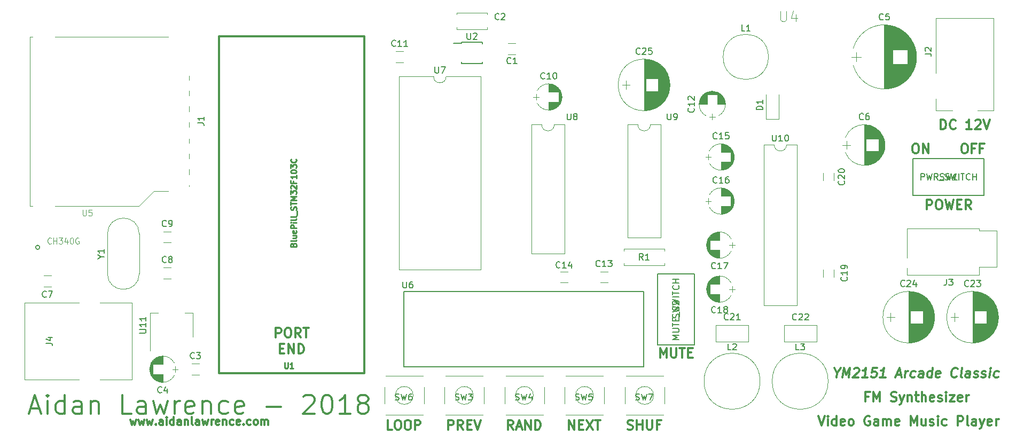
<source format=gbr>
G04 #@! TF.FileFunction,Legend,Top*
%FSLAX46Y46*%
G04 Gerber Fmt 4.6, Leading zero omitted, Abs format (unit mm)*
G04 Created by KiCad (PCBNEW 4.0.7) date 02/25/18 21:11:53*
%MOMM*%
%LPD*%
G01*
G04 APERTURE LIST*
%ADD10C,0.100000*%
%ADD11C,0.300000*%
%ADD12C,0.120000*%
%ADD13C,0.152400*%
%ADD14C,0.304800*%
%ADD15C,0.150000*%
%ADD16C,0.203200*%
%ADD17C,0.222250*%
%ADD18C,0.050000*%
G04 APERTURE END LIST*
D10*
D11*
X222726429Y-72203571D02*
X223012143Y-72203571D01*
X223155001Y-72275000D01*
X223297858Y-72417857D01*
X223369286Y-72703571D01*
X223369286Y-73203571D01*
X223297858Y-73489286D01*
X223155001Y-73632143D01*
X223012143Y-73703571D01*
X222726429Y-73703571D01*
X222583572Y-73632143D01*
X222440715Y-73489286D01*
X222369286Y-73203571D01*
X222369286Y-72703571D01*
X222440715Y-72417857D01*
X222583572Y-72275000D01*
X222726429Y-72203571D01*
X224512144Y-72917857D02*
X224012144Y-72917857D01*
X224012144Y-73703571D02*
X224012144Y-72203571D01*
X224726430Y-72203571D01*
X225797858Y-72917857D02*
X225297858Y-72917857D01*
X225297858Y-73703571D02*
X225297858Y-72203571D01*
X226012144Y-72203571D01*
X214971428Y-72203571D02*
X215257142Y-72203571D01*
X215400000Y-72275000D01*
X215542857Y-72417857D01*
X215614285Y-72703571D01*
X215614285Y-73203571D01*
X215542857Y-73489286D01*
X215400000Y-73632143D01*
X215257142Y-73703571D01*
X214971428Y-73703571D01*
X214828571Y-73632143D01*
X214685714Y-73489286D01*
X214614285Y-73203571D01*
X214614285Y-72703571D01*
X214685714Y-72417857D01*
X214828571Y-72275000D01*
X214971428Y-72203571D01*
X216257143Y-73703571D02*
X216257143Y-72203571D01*
X217114286Y-73703571D01*
X217114286Y-72203571D01*
X202626608Y-108549286D02*
X202537323Y-109263571D01*
X202224823Y-107763571D02*
X202626608Y-108549286D01*
X203224823Y-107763571D01*
X203537323Y-109263571D02*
X203724823Y-107763571D01*
X204090894Y-108835000D01*
X204724823Y-107763571D01*
X204537323Y-109263571D01*
X205349822Y-107906429D02*
X205430180Y-107835000D01*
X205581966Y-107763571D01*
X205939109Y-107763571D01*
X206073037Y-107835000D01*
X206135537Y-107906429D01*
X206189108Y-108049286D01*
X206171251Y-108192143D01*
X206073037Y-108406429D01*
X205108752Y-109263571D01*
X206037323Y-109263571D01*
X207465894Y-109263571D02*
X206608751Y-109263571D01*
X207037323Y-109263571D02*
X207224823Y-107763571D01*
X207055180Y-107977857D01*
X206894465Y-108120714D01*
X206742679Y-108192143D01*
X209010537Y-107763571D02*
X208296251Y-107763571D01*
X208135536Y-108477857D01*
X208215893Y-108406429D01*
X208367679Y-108335000D01*
X208724822Y-108335000D01*
X208858750Y-108406429D01*
X208921251Y-108477857D01*
X208974822Y-108620714D01*
X208930179Y-108977857D01*
X208840894Y-109120714D01*
X208760536Y-109192143D01*
X208608751Y-109263571D01*
X208251608Y-109263571D01*
X208117679Y-109192143D01*
X208055179Y-109120714D01*
X210323036Y-109263571D02*
X209465893Y-109263571D01*
X209894465Y-109263571D02*
X210081965Y-107763571D01*
X209912322Y-107977857D01*
X209751607Y-108120714D01*
X209599821Y-108192143D01*
X212090892Y-108835000D02*
X212805178Y-108835000D01*
X211894464Y-109263571D02*
X212581964Y-107763571D01*
X212894464Y-109263571D01*
X213394464Y-109263571D02*
X213519464Y-108263571D01*
X213483749Y-108549286D02*
X213573034Y-108406429D01*
X213653392Y-108335000D01*
X213805178Y-108263571D01*
X213948035Y-108263571D01*
X214974820Y-109192143D02*
X214823035Y-109263571D01*
X214537321Y-109263571D01*
X214403391Y-109192143D01*
X214340892Y-109120714D01*
X214287320Y-108977857D01*
X214340891Y-108549286D01*
X214430177Y-108406429D01*
X214510534Y-108335000D01*
X214662321Y-108263571D01*
X214948035Y-108263571D01*
X215081963Y-108335000D01*
X216251606Y-109263571D02*
X216349820Y-108477857D01*
X216296248Y-108335000D01*
X216162320Y-108263571D01*
X215876606Y-108263571D01*
X215724820Y-108335000D01*
X216260534Y-109192143D02*
X216108749Y-109263571D01*
X215751606Y-109263571D01*
X215617677Y-109192143D01*
X215564105Y-109049286D01*
X215581962Y-108906429D01*
X215671249Y-108763571D01*
X215823034Y-108692143D01*
X216180177Y-108692143D01*
X216331963Y-108620714D01*
X217608749Y-109263571D02*
X217796249Y-107763571D01*
X217617677Y-109192143D02*
X217465892Y-109263571D01*
X217180178Y-109263571D01*
X217046248Y-109192143D01*
X216983749Y-109120714D01*
X216930177Y-108977857D01*
X216983748Y-108549286D01*
X217073034Y-108406429D01*
X217153391Y-108335000D01*
X217305178Y-108263571D01*
X217590892Y-108263571D01*
X217724820Y-108335000D01*
X218903391Y-109192143D02*
X218751606Y-109263571D01*
X218465892Y-109263571D01*
X218331963Y-109192143D01*
X218278391Y-109049286D01*
X218349820Y-108477857D01*
X218439106Y-108335000D01*
X218590892Y-108263571D01*
X218876606Y-108263571D01*
X219010534Y-108335000D01*
X219064106Y-108477857D01*
X219046249Y-108620714D01*
X218314106Y-108763571D01*
X221626606Y-109120714D02*
X221546248Y-109192143D01*
X221323034Y-109263571D01*
X221180177Y-109263571D01*
X220974820Y-109192143D01*
X220849819Y-109049286D01*
X220796248Y-108906429D01*
X220760534Y-108620714D01*
X220787319Y-108406429D01*
X220894463Y-108120714D01*
X220983748Y-107977857D01*
X221144463Y-107835000D01*
X221367677Y-107763571D01*
X221510534Y-107763571D01*
X221715891Y-107835000D01*
X221778391Y-107906429D01*
X222465892Y-109263571D02*
X222331962Y-109192143D01*
X222278391Y-109049286D01*
X222439106Y-107763571D01*
X223680177Y-109263571D02*
X223778391Y-108477857D01*
X223724819Y-108335000D01*
X223590891Y-108263571D01*
X223305177Y-108263571D01*
X223153391Y-108335000D01*
X223689105Y-109192143D02*
X223537320Y-109263571D01*
X223180177Y-109263571D01*
X223046248Y-109192143D01*
X222992676Y-109049286D01*
X223010533Y-108906429D01*
X223099820Y-108763571D01*
X223251605Y-108692143D01*
X223608748Y-108692143D01*
X223760534Y-108620714D01*
X224331962Y-109192143D02*
X224465891Y-109263571D01*
X224751606Y-109263571D01*
X224903391Y-109192143D01*
X224992676Y-109049286D01*
X225001605Y-108977857D01*
X224948034Y-108835000D01*
X224814106Y-108763571D01*
X224599820Y-108763571D01*
X224465891Y-108692143D01*
X224412319Y-108549286D01*
X224421248Y-108477857D01*
X224510534Y-108335000D01*
X224662320Y-108263571D01*
X224876606Y-108263571D01*
X225010534Y-108335000D01*
X225546248Y-109192143D02*
X225680177Y-109263571D01*
X225965892Y-109263571D01*
X226117677Y-109192143D01*
X226206962Y-109049286D01*
X226215891Y-108977857D01*
X226162320Y-108835000D01*
X226028392Y-108763571D01*
X225814106Y-108763571D01*
X225680177Y-108692143D01*
X225626605Y-108549286D01*
X225635534Y-108477857D01*
X225724820Y-108335000D01*
X225876606Y-108263571D01*
X226090892Y-108263571D01*
X226224820Y-108335000D01*
X226823035Y-109263571D02*
X226948035Y-108263571D01*
X227010535Y-107763571D02*
X226930177Y-107835000D01*
X226992677Y-107906429D01*
X227073034Y-107835000D01*
X227010535Y-107763571D01*
X226992677Y-107906429D01*
X228189106Y-109192143D02*
X228037321Y-109263571D01*
X227751607Y-109263571D01*
X227617677Y-109192143D01*
X227555178Y-109120714D01*
X227501606Y-108977857D01*
X227555177Y-108549286D01*
X227644463Y-108406429D01*
X227724820Y-108335000D01*
X227876607Y-108263571D01*
X228162321Y-108263571D01*
X228296249Y-108335000D01*
X113705000Y-102908571D02*
X113705000Y-101408571D01*
X114276428Y-101408571D01*
X114419286Y-101480000D01*
X114490714Y-101551429D01*
X114562143Y-101694286D01*
X114562143Y-101908571D01*
X114490714Y-102051429D01*
X114419286Y-102122857D01*
X114276428Y-102194286D01*
X113705000Y-102194286D01*
X115490714Y-101408571D02*
X115776428Y-101408571D01*
X115919286Y-101480000D01*
X116062143Y-101622857D01*
X116133571Y-101908571D01*
X116133571Y-102408571D01*
X116062143Y-102694286D01*
X115919286Y-102837143D01*
X115776428Y-102908571D01*
X115490714Y-102908571D01*
X115347857Y-102837143D01*
X115205000Y-102694286D01*
X115133571Y-102408571D01*
X115133571Y-101908571D01*
X115205000Y-101622857D01*
X115347857Y-101480000D01*
X115490714Y-101408571D01*
X117633572Y-102908571D02*
X117133572Y-102194286D01*
X116776429Y-102908571D02*
X116776429Y-101408571D01*
X117347857Y-101408571D01*
X117490715Y-101480000D01*
X117562143Y-101551429D01*
X117633572Y-101694286D01*
X117633572Y-101908571D01*
X117562143Y-102051429D01*
X117490715Y-102122857D01*
X117347857Y-102194286D01*
X116776429Y-102194286D01*
X118062143Y-101408571D02*
X118919286Y-101408571D01*
X118490715Y-102908571D02*
X118490715Y-101408571D01*
X114347857Y-104672857D02*
X114847857Y-104672857D01*
X115062143Y-105458571D02*
X114347857Y-105458571D01*
X114347857Y-103958571D01*
X115062143Y-103958571D01*
X115705000Y-105458571D02*
X115705000Y-103958571D01*
X116562143Y-105458571D01*
X116562143Y-103958571D01*
X117276429Y-105458571D02*
X117276429Y-103958571D01*
X117633572Y-103958571D01*
X117847857Y-104030000D01*
X117990715Y-104172857D01*
X118062143Y-104315714D01*
X118133572Y-104601429D01*
X118133572Y-104815714D01*
X118062143Y-105101429D01*
X117990715Y-105244286D01*
X117847857Y-105387143D01*
X117633572Y-105458571D01*
X117276429Y-105458571D01*
X199709286Y-115383571D02*
X200209286Y-116883571D01*
X200709286Y-115383571D01*
X201209286Y-116883571D02*
X201209286Y-115883571D01*
X201209286Y-115383571D02*
X201137857Y-115455000D01*
X201209286Y-115526429D01*
X201280714Y-115455000D01*
X201209286Y-115383571D01*
X201209286Y-115526429D01*
X202566429Y-116883571D02*
X202566429Y-115383571D01*
X202566429Y-116812143D02*
X202423572Y-116883571D01*
X202137858Y-116883571D01*
X201995000Y-116812143D01*
X201923572Y-116740714D01*
X201852143Y-116597857D01*
X201852143Y-116169286D01*
X201923572Y-116026429D01*
X201995000Y-115955000D01*
X202137858Y-115883571D01*
X202423572Y-115883571D01*
X202566429Y-115955000D01*
X203852143Y-116812143D02*
X203709286Y-116883571D01*
X203423572Y-116883571D01*
X203280715Y-116812143D01*
X203209286Y-116669286D01*
X203209286Y-116097857D01*
X203280715Y-115955000D01*
X203423572Y-115883571D01*
X203709286Y-115883571D01*
X203852143Y-115955000D01*
X203923572Y-116097857D01*
X203923572Y-116240714D01*
X203209286Y-116383571D01*
X204780715Y-116883571D02*
X204637857Y-116812143D01*
X204566429Y-116740714D01*
X204495000Y-116597857D01*
X204495000Y-116169286D01*
X204566429Y-116026429D01*
X204637857Y-115955000D01*
X204780715Y-115883571D01*
X204995000Y-115883571D01*
X205137857Y-115955000D01*
X205209286Y-116026429D01*
X205280715Y-116169286D01*
X205280715Y-116597857D01*
X205209286Y-116740714D01*
X205137857Y-116812143D01*
X204995000Y-116883571D01*
X204780715Y-116883571D01*
X207852143Y-115455000D02*
X207709286Y-115383571D01*
X207495000Y-115383571D01*
X207280715Y-115455000D01*
X207137857Y-115597857D01*
X207066429Y-115740714D01*
X206995000Y-116026429D01*
X206995000Y-116240714D01*
X207066429Y-116526429D01*
X207137857Y-116669286D01*
X207280715Y-116812143D01*
X207495000Y-116883571D01*
X207637857Y-116883571D01*
X207852143Y-116812143D01*
X207923572Y-116740714D01*
X207923572Y-116240714D01*
X207637857Y-116240714D01*
X209209286Y-116883571D02*
X209209286Y-116097857D01*
X209137857Y-115955000D01*
X208995000Y-115883571D01*
X208709286Y-115883571D01*
X208566429Y-115955000D01*
X209209286Y-116812143D02*
X209066429Y-116883571D01*
X208709286Y-116883571D01*
X208566429Y-116812143D01*
X208495000Y-116669286D01*
X208495000Y-116526429D01*
X208566429Y-116383571D01*
X208709286Y-116312143D01*
X209066429Y-116312143D01*
X209209286Y-116240714D01*
X209923572Y-116883571D02*
X209923572Y-115883571D01*
X209923572Y-116026429D02*
X209995000Y-115955000D01*
X210137858Y-115883571D01*
X210352143Y-115883571D01*
X210495000Y-115955000D01*
X210566429Y-116097857D01*
X210566429Y-116883571D01*
X210566429Y-116097857D02*
X210637858Y-115955000D01*
X210780715Y-115883571D01*
X210995000Y-115883571D01*
X211137858Y-115955000D01*
X211209286Y-116097857D01*
X211209286Y-116883571D01*
X212495000Y-116812143D02*
X212352143Y-116883571D01*
X212066429Y-116883571D01*
X211923572Y-116812143D01*
X211852143Y-116669286D01*
X211852143Y-116097857D01*
X211923572Y-115955000D01*
X212066429Y-115883571D01*
X212352143Y-115883571D01*
X212495000Y-115955000D01*
X212566429Y-116097857D01*
X212566429Y-116240714D01*
X211852143Y-116383571D01*
X214352143Y-116883571D02*
X214352143Y-115383571D01*
X214852143Y-116455000D01*
X215352143Y-115383571D01*
X215352143Y-116883571D01*
X216709286Y-115883571D02*
X216709286Y-116883571D01*
X216066429Y-115883571D02*
X216066429Y-116669286D01*
X216137857Y-116812143D01*
X216280715Y-116883571D01*
X216495000Y-116883571D01*
X216637857Y-116812143D01*
X216709286Y-116740714D01*
X217352143Y-116812143D02*
X217495000Y-116883571D01*
X217780715Y-116883571D01*
X217923572Y-116812143D01*
X217995000Y-116669286D01*
X217995000Y-116597857D01*
X217923572Y-116455000D01*
X217780715Y-116383571D01*
X217566429Y-116383571D01*
X217423572Y-116312143D01*
X217352143Y-116169286D01*
X217352143Y-116097857D01*
X217423572Y-115955000D01*
X217566429Y-115883571D01*
X217780715Y-115883571D01*
X217923572Y-115955000D01*
X218637858Y-116883571D02*
X218637858Y-115883571D01*
X218637858Y-115383571D02*
X218566429Y-115455000D01*
X218637858Y-115526429D01*
X218709286Y-115455000D01*
X218637858Y-115383571D01*
X218637858Y-115526429D01*
X219995001Y-116812143D02*
X219852144Y-116883571D01*
X219566430Y-116883571D01*
X219423572Y-116812143D01*
X219352144Y-116740714D01*
X219280715Y-116597857D01*
X219280715Y-116169286D01*
X219352144Y-116026429D01*
X219423572Y-115955000D01*
X219566430Y-115883571D01*
X219852144Y-115883571D01*
X219995001Y-115955000D01*
X221780715Y-116883571D02*
X221780715Y-115383571D01*
X222352143Y-115383571D01*
X222495001Y-115455000D01*
X222566429Y-115526429D01*
X222637858Y-115669286D01*
X222637858Y-115883571D01*
X222566429Y-116026429D01*
X222495001Y-116097857D01*
X222352143Y-116169286D01*
X221780715Y-116169286D01*
X223495001Y-116883571D02*
X223352143Y-116812143D01*
X223280715Y-116669286D01*
X223280715Y-115383571D01*
X224709286Y-116883571D02*
X224709286Y-116097857D01*
X224637857Y-115955000D01*
X224495000Y-115883571D01*
X224209286Y-115883571D01*
X224066429Y-115955000D01*
X224709286Y-116812143D02*
X224566429Y-116883571D01*
X224209286Y-116883571D01*
X224066429Y-116812143D01*
X223995000Y-116669286D01*
X223995000Y-116526429D01*
X224066429Y-116383571D01*
X224209286Y-116312143D01*
X224566429Y-116312143D01*
X224709286Y-116240714D01*
X225280715Y-115883571D02*
X225637858Y-116883571D01*
X225995000Y-115883571D02*
X225637858Y-116883571D01*
X225495000Y-117240714D01*
X225423572Y-117312143D01*
X225280715Y-117383571D01*
X227137857Y-116812143D02*
X226995000Y-116883571D01*
X226709286Y-116883571D01*
X226566429Y-116812143D01*
X226495000Y-116669286D01*
X226495000Y-116097857D01*
X226566429Y-115955000D01*
X226709286Y-115883571D01*
X226995000Y-115883571D01*
X227137857Y-115955000D01*
X227209286Y-116097857D01*
X227209286Y-116240714D01*
X226495000Y-116383571D01*
X227852143Y-116883571D02*
X227852143Y-115883571D01*
X227852143Y-116169286D02*
X227923571Y-116026429D01*
X227995000Y-115955000D01*
X228137857Y-115883571D01*
X228280714Y-115883571D01*
X90617857Y-115937143D02*
X90855953Y-116770476D01*
X91094048Y-116175238D01*
X91332143Y-116770476D01*
X91570238Y-115937143D01*
X91927381Y-115937143D02*
X92165477Y-116770476D01*
X92403572Y-116175238D01*
X92641667Y-116770476D01*
X92879762Y-115937143D01*
X93236905Y-115937143D02*
X93475001Y-116770476D01*
X93713096Y-116175238D01*
X93951191Y-116770476D01*
X94189286Y-115937143D01*
X94665477Y-116651429D02*
X94725001Y-116710952D01*
X94665477Y-116770476D01*
X94605953Y-116710952D01*
X94665477Y-116651429D01*
X94665477Y-116770476D01*
X95796429Y-116770476D02*
X95796429Y-116115714D01*
X95736906Y-115996667D01*
X95617858Y-115937143D01*
X95379763Y-115937143D01*
X95260715Y-115996667D01*
X95796429Y-116710952D02*
X95677382Y-116770476D01*
X95379763Y-116770476D01*
X95260715Y-116710952D01*
X95201191Y-116591905D01*
X95201191Y-116472857D01*
X95260715Y-116353810D01*
X95379763Y-116294286D01*
X95677382Y-116294286D01*
X95796429Y-116234762D01*
X96391667Y-116770476D02*
X96391667Y-115937143D01*
X96391667Y-115520476D02*
X96332143Y-115580000D01*
X96391667Y-115639524D01*
X96451191Y-115580000D01*
X96391667Y-115520476D01*
X96391667Y-115639524D01*
X97522619Y-116770476D02*
X97522619Y-115520476D01*
X97522619Y-116710952D02*
X97403572Y-116770476D01*
X97165476Y-116770476D01*
X97046429Y-116710952D01*
X96986905Y-116651429D01*
X96927381Y-116532381D01*
X96927381Y-116175238D01*
X96986905Y-116056190D01*
X97046429Y-115996667D01*
X97165476Y-115937143D01*
X97403572Y-115937143D01*
X97522619Y-115996667D01*
X98653571Y-116770476D02*
X98653571Y-116115714D01*
X98594048Y-115996667D01*
X98475000Y-115937143D01*
X98236905Y-115937143D01*
X98117857Y-115996667D01*
X98653571Y-116710952D02*
X98534524Y-116770476D01*
X98236905Y-116770476D01*
X98117857Y-116710952D01*
X98058333Y-116591905D01*
X98058333Y-116472857D01*
X98117857Y-116353810D01*
X98236905Y-116294286D01*
X98534524Y-116294286D01*
X98653571Y-116234762D01*
X99248809Y-115937143D02*
X99248809Y-116770476D01*
X99248809Y-116056190D02*
X99308333Y-115996667D01*
X99427380Y-115937143D01*
X99605952Y-115937143D01*
X99725000Y-115996667D01*
X99784523Y-116115714D01*
X99784523Y-116770476D01*
X100558332Y-116770476D02*
X100439285Y-116710952D01*
X100379761Y-116591905D01*
X100379761Y-115520476D01*
X101570237Y-116770476D02*
X101570237Y-116115714D01*
X101510714Y-115996667D01*
X101391666Y-115937143D01*
X101153571Y-115937143D01*
X101034523Y-115996667D01*
X101570237Y-116710952D02*
X101451190Y-116770476D01*
X101153571Y-116770476D01*
X101034523Y-116710952D01*
X100974999Y-116591905D01*
X100974999Y-116472857D01*
X101034523Y-116353810D01*
X101153571Y-116294286D01*
X101451190Y-116294286D01*
X101570237Y-116234762D01*
X102046427Y-115937143D02*
X102284523Y-116770476D01*
X102522618Y-116175238D01*
X102760713Y-116770476D01*
X102998808Y-115937143D01*
X103474999Y-116770476D02*
X103474999Y-115937143D01*
X103474999Y-116175238D02*
X103534523Y-116056190D01*
X103594047Y-115996667D01*
X103713094Y-115937143D01*
X103832142Y-115937143D01*
X104725000Y-116710952D02*
X104605952Y-116770476D01*
X104367857Y-116770476D01*
X104248809Y-116710952D01*
X104189285Y-116591905D01*
X104189285Y-116115714D01*
X104248809Y-115996667D01*
X104367857Y-115937143D01*
X104605952Y-115937143D01*
X104725000Y-115996667D01*
X104784523Y-116115714D01*
X104784523Y-116234762D01*
X104189285Y-116353810D01*
X105320238Y-115937143D02*
X105320238Y-116770476D01*
X105320238Y-116056190D02*
X105379762Y-115996667D01*
X105498809Y-115937143D01*
X105677381Y-115937143D01*
X105796429Y-115996667D01*
X105855952Y-116115714D01*
X105855952Y-116770476D01*
X106986904Y-116710952D02*
X106867857Y-116770476D01*
X106629761Y-116770476D01*
X106510714Y-116710952D01*
X106451190Y-116651429D01*
X106391666Y-116532381D01*
X106391666Y-116175238D01*
X106451190Y-116056190D01*
X106510714Y-115996667D01*
X106629761Y-115937143D01*
X106867857Y-115937143D01*
X106986904Y-115996667D01*
X107998810Y-116710952D02*
X107879762Y-116770476D01*
X107641667Y-116770476D01*
X107522619Y-116710952D01*
X107463095Y-116591905D01*
X107463095Y-116115714D01*
X107522619Y-115996667D01*
X107641667Y-115937143D01*
X107879762Y-115937143D01*
X107998810Y-115996667D01*
X108058333Y-116115714D01*
X108058333Y-116234762D01*
X107463095Y-116353810D01*
X108594048Y-116651429D02*
X108653572Y-116710952D01*
X108594048Y-116770476D01*
X108534524Y-116710952D01*
X108594048Y-116651429D01*
X108594048Y-116770476D01*
X109725000Y-116710952D02*
X109605953Y-116770476D01*
X109367857Y-116770476D01*
X109248810Y-116710952D01*
X109189286Y-116651429D01*
X109129762Y-116532381D01*
X109129762Y-116175238D01*
X109189286Y-116056190D01*
X109248810Y-115996667D01*
X109367857Y-115937143D01*
X109605953Y-115937143D01*
X109725000Y-115996667D01*
X110439286Y-116770476D02*
X110320239Y-116710952D01*
X110260715Y-116651429D01*
X110201191Y-116532381D01*
X110201191Y-116175238D01*
X110260715Y-116056190D01*
X110320239Y-115996667D01*
X110439286Y-115937143D01*
X110617858Y-115937143D01*
X110736906Y-115996667D01*
X110796429Y-116056190D01*
X110855953Y-116175238D01*
X110855953Y-116532381D01*
X110796429Y-116651429D01*
X110736906Y-116710952D01*
X110617858Y-116770476D01*
X110439286Y-116770476D01*
X111391667Y-116770476D02*
X111391667Y-115937143D01*
X111391667Y-116056190D02*
X111451191Y-115996667D01*
X111570238Y-115937143D01*
X111748810Y-115937143D01*
X111867858Y-115996667D01*
X111927381Y-116115714D01*
X111927381Y-116770476D01*
X111927381Y-116115714D02*
X111986905Y-115996667D01*
X112105953Y-115937143D01*
X112284524Y-115937143D01*
X112403572Y-115996667D01*
X112463096Y-116115714D01*
X112463096Y-116770476D01*
X207657858Y-112287857D02*
X207157858Y-112287857D01*
X207157858Y-113073571D02*
X207157858Y-111573571D01*
X207872144Y-111573571D01*
X208443572Y-113073571D02*
X208443572Y-111573571D01*
X208943572Y-112645000D01*
X209443572Y-111573571D01*
X209443572Y-113073571D01*
X211229286Y-113002143D02*
X211443572Y-113073571D01*
X211800715Y-113073571D01*
X211943572Y-113002143D01*
X212015001Y-112930714D01*
X212086429Y-112787857D01*
X212086429Y-112645000D01*
X212015001Y-112502143D01*
X211943572Y-112430714D01*
X211800715Y-112359286D01*
X211515001Y-112287857D01*
X211372143Y-112216429D01*
X211300715Y-112145000D01*
X211229286Y-112002143D01*
X211229286Y-111859286D01*
X211300715Y-111716429D01*
X211372143Y-111645000D01*
X211515001Y-111573571D01*
X211872143Y-111573571D01*
X212086429Y-111645000D01*
X212586429Y-112073571D02*
X212943572Y-113073571D01*
X213300714Y-112073571D02*
X212943572Y-113073571D01*
X212800714Y-113430714D01*
X212729286Y-113502143D01*
X212586429Y-113573571D01*
X213872143Y-112073571D02*
X213872143Y-113073571D01*
X213872143Y-112216429D02*
X213943571Y-112145000D01*
X214086429Y-112073571D01*
X214300714Y-112073571D01*
X214443571Y-112145000D01*
X214515000Y-112287857D01*
X214515000Y-113073571D01*
X215015000Y-112073571D02*
X215586429Y-112073571D01*
X215229286Y-111573571D02*
X215229286Y-112859286D01*
X215300714Y-113002143D01*
X215443572Y-113073571D01*
X215586429Y-113073571D01*
X216086429Y-113073571D02*
X216086429Y-111573571D01*
X216729286Y-113073571D02*
X216729286Y-112287857D01*
X216657857Y-112145000D01*
X216515000Y-112073571D01*
X216300715Y-112073571D01*
X216157857Y-112145000D01*
X216086429Y-112216429D01*
X218015000Y-113002143D02*
X217872143Y-113073571D01*
X217586429Y-113073571D01*
X217443572Y-113002143D01*
X217372143Y-112859286D01*
X217372143Y-112287857D01*
X217443572Y-112145000D01*
X217586429Y-112073571D01*
X217872143Y-112073571D01*
X218015000Y-112145000D01*
X218086429Y-112287857D01*
X218086429Y-112430714D01*
X217372143Y-112573571D01*
X218657857Y-113002143D02*
X218800714Y-113073571D01*
X219086429Y-113073571D01*
X219229286Y-113002143D01*
X219300714Y-112859286D01*
X219300714Y-112787857D01*
X219229286Y-112645000D01*
X219086429Y-112573571D01*
X218872143Y-112573571D01*
X218729286Y-112502143D01*
X218657857Y-112359286D01*
X218657857Y-112287857D01*
X218729286Y-112145000D01*
X218872143Y-112073571D01*
X219086429Y-112073571D01*
X219229286Y-112145000D01*
X219943572Y-113073571D02*
X219943572Y-112073571D01*
X219943572Y-111573571D02*
X219872143Y-111645000D01*
X219943572Y-111716429D01*
X220015000Y-111645000D01*
X219943572Y-111573571D01*
X219943572Y-111716429D01*
X220515001Y-112073571D02*
X221300715Y-112073571D01*
X220515001Y-113073571D01*
X221300715Y-113073571D01*
X222443572Y-113002143D02*
X222300715Y-113073571D01*
X222015001Y-113073571D01*
X221872144Y-113002143D01*
X221800715Y-112859286D01*
X221800715Y-112287857D01*
X221872144Y-112145000D01*
X222015001Y-112073571D01*
X222300715Y-112073571D01*
X222443572Y-112145000D01*
X222515001Y-112287857D01*
X222515001Y-112430714D01*
X221800715Y-112573571D01*
X223157858Y-113073571D02*
X223157858Y-112073571D01*
X223157858Y-112359286D02*
X223229286Y-112216429D01*
X223300715Y-112145000D01*
X223443572Y-112073571D01*
X223586429Y-112073571D01*
X74814285Y-114165000D02*
X76242856Y-114165000D01*
X74528570Y-115022143D02*
X75528570Y-112022143D01*
X76528570Y-115022143D01*
X77528571Y-115022143D02*
X77528571Y-113022143D01*
X77528571Y-112022143D02*
X77385714Y-112165000D01*
X77528571Y-112307857D01*
X77671428Y-112165000D01*
X77528571Y-112022143D01*
X77528571Y-112307857D01*
X80242856Y-115022143D02*
X80242856Y-112022143D01*
X80242856Y-114879286D02*
X79957142Y-115022143D01*
X79385713Y-115022143D01*
X79099999Y-114879286D01*
X78957142Y-114736429D01*
X78814285Y-114450714D01*
X78814285Y-113593571D01*
X78957142Y-113307857D01*
X79099999Y-113165000D01*
X79385713Y-113022143D01*
X79957142Y-113022143D01*
X80242856Y-113165000D01*
X82957142Y-115022143D02*
X82957142Y-113450714D01*
X82814285Y-113165000D01*
X82528571Y-113022143D01*
X81957142Y-113022143D01*
X81671428Y-113165000D01*
X82957142Y-114879286D02*
X82671428Y-115022143D01*
X81957142Y-115022143D01*
X81671428Y-114879286D01*
X81528571Y-114593571D01*
X81528571Y-114307857D01*
X81671428Y-114022143D01*
X81957142Y-113879286D01*
X82671428Y-113879286D01*
X82957142Y-113736429D01*
X84385714Y-113022143D02*
X84385714Y-115022143D01*
X84385714Y-113307857D02*
X84528571Y-113165000D01*
X84814285Y-113022143D01*
X85242857Y-113022143D01*
X85528571Y-113165000D01*
X85671428Y-113450714D01*
X85671428Y-115022143D01*
X90814285Y-115022143D02*
X89385714Y-115022143D01*
X89385714Y-112022143D01*
X93099999Y-115022143D02*
X93099999Y-113450714D01*
X92957142Y-113165000D01*
X92671428Y-113022143D01*
X92099999Y-113022143D01*
X91814285Y-113165000D01*
X93099999Y-114879286D02*
X92814285Y-115022143D01*
X92099999Y-115022143D01*
X91814285Y-114879286D01*
X91671428Y-114593571D01*
X91671428Y-114307857D01*
X91814285Y-114022143D01*
X92099999Y-113879286D01*
X92814285Y-113879286D01*
X93099999Y-113736429D01*
X94242856Y-113022143D02*
X94814285Y-115022143D01*
X95385714Y-113593571D01*
X95957142Y-115022143D01*
X96528571Y-113022143D01*
X97671428Y-115022143D02*
X97671428Y-113022143D01*
X97671428Y-113593571D02*
X97814285Y-113307857D01*
X97957142Y-113165000D01*
X98242856Y-113022143D01*
X98528571Y-113022143D01*
X100671428Y-114879286D02*
X100385714Y-115022143D01*
X99814285Y-115022143D01*
X99528571Y-114879286D01*
X99385714Y-114593571D01*
X99385714Y-113450714D01*
X99528571Y-113165000D01*
X99814285Y-113022143D01*
X100385714Y-113022143D01*
X100671428Y-113165000D01*
X100814285Y-113450714D01*
X100814285Y-113736429D01*
X99385714Y-114022143D01*
X102100000Y-113022143D02*
X102100000Y-115022143D01*
X102100000Y-113307857D02*
X102242857Y-113165000D01*
X102528571Y-113022143D01*
X102957143Y-113022143D01*
X103242857Y-113165000D01*
X103385714Y-113450714D01*
X103385714Y-115022143D01*
X106100000Y-114879286D02*
X105814286Y-115022143D01*
X105242857Y-115022143D01*
X104957143Y-114879286D01*
X104814286Y-114736429D01*
X104671429Y-114450714D01*
X104671429Y-113593571D01*
X104814286Y-113307857D01*
X104957143Y-113165000D01*
X105242857Y-113022143D01*
X105814286Y-113022143D01*
X106100000Y-113165000D01*
X108528572Y-114879286D02*
X108242858Y-115022143D01*
X107671429Y-115022143D01*
X107385715Y-114879286D01*
X107242858Y-114593571D01*
X107242858Y-113450714D01*
X107385715Y-113165000D01*
X107671429Y-113022143D01*
X108242858Y-113022143D01*
X108528572Y-113165000D01*
X108671429Y-113450714D01*
X108671429Y-113736429D01*
X107242858Y-114022143D01*
X112242858Y-113879286D02*
X114528572Y-113879286D01*
X118100001Y-112307857D02*
X118242858Y-112165000D01*
X118528572Y-112022143D01*
X119242858Y-112022143D01*
X119528572Y-112165000D01*
X119671429Y-112307857D01*
X119814286Y-112593571D01*
X119814286Y-112879286D01*
X119671429Y-113307857D01*
X117957143Y-115022143D01*
X119814286Y-115022143D01*
X121671429Y-112022143D02*
X121957144Y-112022143D01*
X122242858Y-112165000D01*
X122385715Y-112307857D01*
X122528572Y-112593571D01*
X122671429Y-113165000D01*
X122671429Y-113879286D01*
X122528572Y-114450714D01*
X122385715Y-114736429D01*
X122242858Y-114879286D01*
X121957144Y-115022143D01*
X121671429Y-115022143D01*
X121385715Y-114879286D01*
X121242858Y-114736429D01*
X121100001Y-114450714D01*
X120957144Y-113879286D01*
X120957144Y-113165000D01*
X121100001Y-112593571D01*
X121242858Y-112307857D01*
X121385715Y-112165000D01*
X121671429Y-112022143D01*
X125528572Y-115022143D02*
X123814287Y-115022143D01*
X124671429Y-115022143D02*
X124671429Y-112022143D01*
X124385715Y-112450714D01*
X124100001Y-112736429D01*
X123814287Y-112879286D01*
X127242858Y-113307857D02*
X126957144Y-113165000D01*
X126814287Y-113022143D01*
X126671430Y-112736429D01*
X126671430Y-112593571D01*
X126814287Y-112307857D01*
X126957144Y-112165000D01*
X127242858Y-112022143D01*
X127814287Y-112022143D01*
X128100001Y-112165000D01*
X128242858Y-112307857D01*
X128385715Y-112593571D01*
X128385715Y-112736429D01*
X128242858Y-113022143D01*
X128100001Y-113165000D01*
X127814287Y-113307857D01*
X127242858Y-113307857D01*
X126957144Y-113450714D01*
X126814287Y-113593571D01*
X126671430Y-113879286D01*
X126671430Y-114450714D01*
X126814287Y-114736429D01*
X126957144Y-114879286D01*
X127242858Y-115022143D01*
X127814287Y-115022143D01*
X128100001Y-114879286D01*
X128242858Y-114736429D01*
X128385715Y-114450714D01*
X128385715Y-113879286D01*
X128242858Y-113593571D01*
X128100001Y-113450714D01*
X127814287Y-113307857D01*
X219099287Y-69893571D02*
X219099287Y-68393571D01*
X219456430Y-68393571D01*
X219670715Y-68465000D01*
X219813573Y-68607857D01*
X219885001Y-68750714D01*
X219956430Y-69036429D01*
X219956430Y-69250714D01*
X219885001Y-69536429D01*
X219813573Y-69679286D01*
X219670715Y-69822143D01*
X219456430Y-69893571D01*
X219099287Y-69893571D01*
X221456430Y-69750714D02*
X221385001Y-69822143D01*
X221170715Y-69893571D01*
X221027858Y-69893571D01*
X220813573Y-69822143D01*
X220670715Y-69679286D01*
X220599287Y-69536429D01*
X220527858Y-69250714D01*
X220527858Y-69036429D01*
X220599287Y-68750714D01*
X220670715Y-68607857D01*
X220813573Y-68465000D01*
X221027858Y-68393571D01*
X221170715Y-68393571D01*
X221385001Y-68465000D01*
X221456430Y-68536429D01*
X224027858Y-69893571D02*
X223170715Y-69893571D01*
X223599287Y-69893571D02*
X223599287Y-68393571D01*
X223456430Y-68607857D01*
X223313572Y-68750714D01*
X223170715Y-68822143D01*
X224599286Y-68536429D02*
X224670715Y-68465000D01*
X224813572Y-68393571D01*
X225170715Y-68393571D01*
X225313572Y-68465000D01*
X225385001Y-68536429D01*
X225456429Y-68679286D01*
X225456429Y-68822143D01*
X225385001Y-69036429D01*
X224527858Y-69893571D01*
X225456429Y-69893571D01*
X225885000Y-68393571D02*
X226385000Y-69893571D01*
X226885000Y-68393571D01*
X216880714Y-82593571D02*
X216880714Y-81093571D01*
X217452142Y-81093571D01*
X217595000Y-81165000D01*
X217666428Y-81236429D01*
X217737857Y-81379286D01*
X217737857Y-81593571D01*
X217666428Y-81736429D01*
X217595000Y-81807857D01*
X217452142Y-81879286D01*
X216880714Y-81879286D01*
X218666428Y-81093571D02*
X218952142Y-81093571D01*
X219095000Y-81165000D01*
X219237857Y-81307857D01*
X219309285Y-81593571D01*
X219309285Y-82093571D01*
X219237857Y-82379286D01*
X219095000Y-82522143D01*
X218952142Y-82593571D01*
X218666428Y-82593571D01*
X218523571Y-82522143D01*
X218380714Y-82379286D01*
X218309285Y-82093571D01*
X218309285Y-81593571D01*
X218380714Y-81307857D01*
X218523571Y-81165000D01*
X218666428Y-81093571D01*
X219809286Y-81093571D02*
X220166429Y-82593571D01*
X220452143Y-81522143D01*
X220737857Y-82593571D01*
X221095000Y-81093571D01*
X221666429Y-81807857D02*
X222166429Y-81807857D01*
X222380715Y-82593571D02*
X221666429Y-82593571D01*
X221666429Y-81093571D01*
X222380715Y-81093571D01*
X223880715Y-82593571D02*
X223380715Y-81879286D01*
X223023572Y-82593571D02*
X223023572Y-81093571D01*
X223595000Y-81093571D01*
X223737858Y-81165000D01*
X223809286Y-81236429D01*
X223880715Y-81379286D01*
X223880715Y-81593571D01*
X223809286Y-81736429D01*
X223737858Y-81807857D01*
X223595000Y-81879286D01*
X223023572Y-81879286D01*
X174629286Y-106088571D02*
X174629286Y-104588571D01*
X175129286Y-105660000D01*
X175629286Y-104588571D01*
X175629286Y-106088571D01*
X176343572Y-104588571D02*
X176343572Y-105802857D01*
X176415000Y-105945714D01*
X176486429Y-106017143D01*
X176629286Y-106088571D01*
X176915000Y-106088571D01*
X177057858Y-106017143D01*
X177129286Y-105945714D01*
X177200715Y-105802857D01*
X177200715Y-104588571D01*
X177700715Y-104588571D02*
X178557858Y-104588571D01*
X178129287Y-106088571D02*
X178129287Y-104588571D01*
X179057858Y-105302857D02*
X179557858Y-105302857D01*
X179772144Y-106088571D02*
X179057858Y-106088571D01*
X179057858Y-104588571D01*
X179772144Y-104588571D01*
X169442143Y-117447143D02*
X169656429Y-117518571D01*
X170013572Y-117518571D01*
X170156429Y-117447143D01*
X170227858Y-117375714D01*
X170299286Y-117232857D01*
X170299286Y-117090000D01*
X170227858Y-116947143D01*
X170156429Y-116875714D01*
X170013572Y-116804286D01*
X169727858Y-116732857D01*
X169585000Y-116661429D01*
X169513572Y-116590000D01*
X169442143Y-116447143D01*
X169442143Y-116304286D01*
X169513572Y-116161429D01*
X169585000Y-116090000D01*
X169727858Y-116018571D01*
X170085000Y-116018571D01*
X170299286Y-116090000D01*
X170942143Y-117518571D02*
X170942143Y-116018571D01*
X170942143Y-116732857D02*
X171799286Y-116732857D01*
X171799286Y-117518571D02*
X171799286Y-116018571D01*
X172513572Y-116018571D02*
X172513572Y-117232857D01*
X172585000Y-117375714D01*
X172656429Y-117447143D01*
X172799286Y-117518571D01*
X173085000Y-117518571D01*
X173227858Y-117447143D01*
X173299286Y-117375714D01*
X173370715Y-117232857D01*
X173370715Y-116018571D01*
X174585001Y-116732857D02*
X174085001Y-116732857D01*
X174085001Y-117518571D02*
X174085001Y-116018571D01*
X174799287Y-116018571D01*
X160167143Y-117518571D02*
X160167143Y-116018571D01*
X161024286Y-117518571D01*
X161024286Y-116018571D01*
X161738572Y-116732857D02*
X162238572Y-116732857D01*
X162452858Y-117518571D02*
X161738572Y-117518571D01*
X161738572Y-116018571D01*
X162452858Y-116018571D01*
X162952858Y-116018571D02*
X163952858Y-117518571D01*
X163952858Y-116018571D02*
X162952858Y-117518571D01*
X164310000Y-116018571D02*
X165167143Y-116018571D01*
X164738572Y-117518571D02*
X164738572Y-116018571D01*
X151320715Y-117518571D02*
X150820715Y-116804286D01*
X150463572Y-117518571D02*
X150463572Y-116018571D01*
X151035000Y-116018571D01*
X151177858Y-116090000D01*
X151249286Y-116161429D01*
X151320715Y-116304286D01*
X151320715Y-116518571D01*
X151249286Y-116661429D01*
X151177858Y-116732857D01*
X151035000Y-116804286D01*
X150463572Y-116804286D01*
X151892143Y-117090000D02*
X152606429Y-117090000D01*
X151749286Y-117518571D02*
X152249286Y-116018571D01*
X152749286Y-117518571D01*
X153249286Y-117518571D02*
X153249286Y-116018571D01*
X154106429Y-117518571D01*
X154106429Y-116018571D01*
X154820715Y-117518571D02*
X154820715Y-116018571D01*
X155177858Y-116018571D01*
X155392143Y-116090000D01*
X155535001Y-116232857D01*
X155606429Y-116375714D01*
X155677858Y-116661429D01*
X155677858Y-116875714D01*
X155606429Y-117161429D01*
X155535001Y-117304286D01*
X155392143Y-117447143D01*
X155177858Y-117518571D01*
X154820715Y-117518571D01*
X141045715Y-117518571D02*
X141045715Y-116018571D01*
X141617143Y-116018571D01*
X141760001Y-116090000D01*
X141831429Y-116161429D01*
X141902858Y-116304286D01*
X141902858Y-116518571D01*
X141831429Y-116661429D01*
X141760001Y-116732857D01*
X141617143Y-116804286D01*
X141045715Y-116804286D01*
X143402858Y-117518571D02*
X142902858Y-116804286D01*
X142545715Y-117518571D02*
X142545715Y-116018571D01*
X143117143Y-116018571D01*
X143260001Y-116090000D01*
X143331429Y-116161429D01*
X143402858Y-116304286D01*
X143402858Y-116518571D01*
X143331429Y-116661429D01*
X143260001Y-116732857D01*
X143117143Y-116804286D01*
X142545715Y-116804286D01*
X144045715Y-116732857D02*
X144545715Y-116732857D01*
X144760001Y-117518571D02*
X144045715Y-117518571D01*
X144045715Y-116018571D01*
X144760001Y-116018571D01*
X145188572Y-116018571D02*
X145688572Y-117518571D01*
X146188572Y-116018571D01*
X132127857Y-117518571D02*
X131413571Y-117518571D01*
X131413571Y-116018571D01*
X132913571Y-116018571D02*
X133199285Y-116018571D01*
X133342143Y-116090000D01*
X133485000Y-116232857D01*
X133556428Y-116518571D01*
X133556428Y-117018571D01*
X133485000Y-117304286D01*
X133342143Y-117447143D01*
X133199285Y-117518571D01*
X132913571Y-117518571D01*
X132770714Y-117447143D01*
X132627857Y-117304286D01*
X132556428Y-117018571D01*
X132556428Y-116518571D01*
X132627857Y-116232857D01*
X132770714Y-116090000D01*
X132913571Y-116018571D01*
X134485000Y-116018571D02*
X134770714Y-116018571D01*
X134913572Y-116090000D01*
X135056429Y-116232857D01*
X135127857Y-116518571D01*
X135127857Y-117018571D01*
X135056429Y-117304286D01*
X134913572Y-117447143D01*
X134770714Y-117518571D01*
X134485000Y-117518571D01*
X134342143Y-117447143D01*
X134199286Y-117304286D01*
X134127857Y-117018571D01*
X134127857Y-116518571D01*
X134199286Y-116232857D01*
X134342143Y-116090000D01*
X134485000Y-116018571D01*
X135770715Y-117518571D02*
X135770715Y-116018571D01*
X136342143Y-116018571D01*
X136485001Y-116090000D01*
X136556429Y-116161429D01*
X136627858Y-116304286D01*
X136627858Y-116518571D01*
X136556429Y-116661429D01*
X136485001Y-116732857D01*
X136342143Y-116804286D01*
X135770715Y-116804286D01*
D12*
X150523000Y-56289000D02*
X151697000Y-56289000D01*
X150523000Y-58011000D02*
X151697000Y-58011000D01*
X147230000Y-54015000D02*
X142410000Y-54015000D01*
X147230000Y-51395000D02*
X142410000Y-51395000D01*
X147230000Y-54015000D02*
X147230000Y-53701000D01*
X147230000Y-51709000D02*
X147230000Y-51395000D01*
X142410000Y-54015000D02*
X142410000Y-53701000D01*
X142410000Y-51709000D02*
X142410000Y-51395000D01*
X100358000Y-107089000D02*
X101532000Y-107089000D01*
X100358000Y-108811000D02*
X101532000Y-108811000D01*
X93923564Y-108929170D02*
G75*
G03X97615996Y-108930000I1846436J979170D01*
G01*
X93923564Y-106970830D02*
G75*
G02X97615996Y-106970000I1846436J-979170D01*
G01*
X93923564Y-106970830D02*
G75*
G03X93924004Y-108930000I1846436J-979170D01*
G01*
X95770000Y-107170000D02*
X95770000Y-105900000D01*
X95770000Y-110000000D02*
X95770000Y-108730000D01*
X95730000Y-110000000D02*
X95730000Y-108730000D01*
X95730000Y-107170000D02*
X95730000Y-105900000D01*
X95690000Y-109999000D02*
X95690000Y-108730000D01*
X95690000Y-107170000D02*
X95690000Y-105901000D01*
X95650000Y-109997000D02*
X95650000Y-108730000D01*
X95650000Y-107170000D02*
X95650000Y-105903000D01*
X95610000Y-109994000D02*
X95610000Y-108730000D01*
X95610000Y-107170000D02*
X95610000Y-105906000D01*
X95570000Y-109991000D02*
X95570000Y-108730000D01*
X95570000Y-107170000D02*
X95570000Y-105909000D01*
X95530000Y-109987000D02*
X95530000Y-108730000D01*
X95530000Y-107170000D02*
X95530000Y-105913000D01*
X95490000Y-109982000D02*
X95490000Y-108730000D01*
X95490000Y-107170000D02*
X95490000Y-105918000D01*
X95450000Y-109976000D02*
X95450000Y-108730000D01*
X95450000Y-107170000D02*
X95450000Y-105924000D01*
X95410000Y-109969000D02*
X95410000Y-108730000D01*
X95410000Y-107170000D02*
X95410000Y-105931000D01*
X95370000Y-109962000D02*
X95370000Y-108730000D01*
X95370000Y-107170000D02*
X95370000Y-105938000D01*
X95330000Y-109954000D02*
X95330000Y-108730000D01*
X95330000Y-107170000D02*
X95330000Y-105946000D01*
X95290000Y-109945000D02*
X95290000Y-108730000D01*
X95290000Y-107170000D02*
X95290000Y-105955000D01*
X95250000Y-109935000D02*
X95250000Y-108730000D01*
X95250000Y-107170000D02*
X95250000Y-105965000D01*
X95210000Y-109924000D02*
X95210000Y-108730000D01*
X95210000Y-107170000D02*
X95210000Y-105976000D01*
X95170000Y-109913000D02*
X95170000Y-108730000D01*
X95170000Y-107170000D02*
X95170000Y-105987000D01*
X95130000Y-109900000D02*
X95130000Y-108730000D01*
X95130000Y-107170000D02*
X95130000Y-106000000D01*
X95090000Y-109887000D02*
X95090000Y-108730000D01*
X95090000Y-107170000D02*
X95090000Y-106013000D01*
X95049000Y-109873000D02*
X95049000Y-108730000D01*
X95049000Y-107170000D02*
X95049000Y-106027000D01*
X95009000Y-109857000D02*
X95009000Y-108730000D01*
X95009000Y-107170000D02*
X95009000Y-106043000D01*
X94969000Y-109841000D02*
X94969000Y-108730000D01*
X94969000Y-107170000D02*
X94969000Y-106059000D01*
X94929000Y-109824000D02*
X94929000Y-108730000D01*
X94929000Y-107170000D02*
X94929000Y-106076000D01*
X94889000Y-109806000D02*
X94889000Y-108730000D01*
X94889000Y-107170000D02*
X94889000Y-106094000D01*
X94849000Y-109787000D02*
X94849000Y-108730000D01*
X94849000Y-107170000D02*
X94849000Y-106113000D01*
X94809000Y-109767000D02*
X94809000Y-108730000D01*
X94809000Y-107170000D02*
X94809000Y-106133000D01*
X94769000Y-109746000D02*
X94769000Y-108730000D01*
X94769000Y-107170000D02*
X94769000Y-106154000D01*
X94729000Y-109723000D02*
X94729000Y-108730000D01*
X94729000Y-107170000D02*
X94729000Y-106177000D01*
X94689000Y-109700000D02*
X94689000Y-108730000D01*
X94689000Y-107170000D02*
X94689000Y-106200000D01*
X94649000Y-109675000D02*
X94649000Y-108730000D01*
X94649000Y-107170000D02*
X94649000Y-106225000D01*
X94609000Y-109649000D02*
X94609000Y-108730000D01*
X94609000Y-107170000D02*
X94609000Y-106251000D01*
X94569000Y-109622000D02*
X94569000Y-108730000D01*
X94569000Y-107170000D02*
X94569000Y-106278000D01*
X94529000Y-109593000D02*
X94529000Y-108730000D01*
X94529000Y-107170000D02*
X94529000Y-106307000D01*
X94489000Y-109563000D02*
X94489000Y-108730000D01*
X94489000Y-107170000D02*
X94489000Y-106337000D01*
X94449000Y-109531000D02*
X94449000Y-108730000D01*
X94449000Y-107170000D02*
X94449000Y-106369000D01*
X94409000Y-109497000D02*
X94409000Y-108730000D01*
X94409000Y-107170000D02*
X94409000Y-106403000D01*
X94369000Y-109462000D02*
X94369000Y-108730000D01*
X94369000Y-107170000D02*
X94369000Y-106438000D01*
X94329000Y-109425000D02*
X94329000Y-108730000D01*
X94329000Y-107170000D02*
X94329000Y-106475000D01*
X94289000Y-109386000D02*
X94289000Y-108730000D01*
X94289000Y-107170000D02*
X94289000Y-106514000D01*
X94249000Y-109345000D02*
X94249000Y-108730000D01*
X94249000Y-107170000D02*
X94249000Y-106555000D01*
X94209000Y-109301000D02*
X94209000Y-106599000D01*
X94169000Y-109255000D02*
X94169000Y-106645000D01*
X94129000Y-109206000D02*
X94129000Y-106694000D01*
X94089000Y-109154000D02*
X94089000Y-106746000D01*
X94049000Y-109098000D02*
X94049000Y-106802000D01*
X94009000Y-109038000D02*
X94009000Y-106862000D01*
X93969000Y-108973000D02*
X93969000Y-106927000D01*
X93929000Y-108902000D02*
X93929000Y-106998000D01*
X93889000Y-108824000D02*
X93889000Y-107076000D01*
X93849000Y-108736000D02*
X93849000Y-107164000D01*
X93809000Y-108636000D02*
X93809000Y-107264000D01*
X93769000Y-108517000D02*
X93769000Y-107383000D01*
X93729000Y-108365000D02*
X93729000Y-107535000D01*
X93689000Y-108115000D02*
X93689000Y-107785000D01*
X98220000Y-107950000D02*
X97320000Y-107950000D01*
X97770000Y-108400000D02*
X97770000Y-107500000D01*
X215043437Y-57036736D02*
G75*
G03X205245643Y-57040000I-4898437J-1383264D01*
G01*
X215043437Y-59803264D02*
G75*
G02X205245643Y-59800000I-4898437J1383264D01*
G01*
X215043437Y-59803264D02*
G75*
G03X215044357Y-57040000I-4898437J1383264D01*
G01*
X210145000Y-53370000D02*
X210145000Y-63470000D01*
X210185000Y-53370000D02*
X210185000Y-63470000D01*
X210225000Y-53370000D02*
X210225000Y-63470000D01*
X210265000Y-53371000D02*
X210265000Y-63469000D01*
X210305000Y-53372000D02*
X210305000Y-63468000D01*
X210345000Y-53373000D02*
X210345000Y-63467000D01*
X210385000Y-53375000D02*
X210385000Y-63465000D01*
X210425000Y-53377000D02*
X210425000Y-63463000D01*
X210465000Y-53380000D02*
X210465000Y-63460000D01*
X210505000Y-53382000D02*
X210505000Y-63458000D01*
X210545000Y-53385000D02*
X210545000Y-63455000D01*
X210585000Y-53389000D02*
X210585000Y-63451000D01*
X210625000Y-53392000D02*
X210625000Y-63448000D01*
X210665000Y-53396000D02*
X210665000Y-63444000D01*
X210705000Y-53400000D02*
X210705000Y-63440000D01*
X210745000Y-53405000D02*
X210745000Y-63435000D01*
X210785000Y-53410000D02*
X210785000Y-63430000D01*
X210825000Y-53415000D02*
X210825000Y-63425000D01*
X210866000Y-53421000D02*
X210866000Y-63419000D01*
X210906000Y-53427000D02*
X210906000Y-63413000D01*
X210946000Y-53433000D02*
X210946000Y-63407000D01*
X210986000Y-53439000D02*
X210986000Y-63401000D01*
X211026000Y-53446000D02*
X211026000Y-63394000D01*
X211066000Y-53453000D02*
X211066000Y-63387000D01*
X211106000Y-53461000D02*
X211106000Y-63379000D01*
X211146000Y-53469000D02*
X211146000Y-63371000D01*
X211186000Y-53477000D02*
X211186000Y-63363000D01*
X211226000Y-53485000D02*
X211226000Y-63355000D01*
X211266000Y-53494000D02*
X211266000Y-63346000D01*
X211306000Y-53503000D02*
X211306000Y-63337000D01*
X211346000Y-53513000D02*
X211346000Y-63327000D01*
X211386000Y-53523000D02*
X211386000Y-63317000D01*
X211426000Y-53533000D02*
X211426000Y-63307000D01*
X211466000Y-53544000D02*
X211466000Y-57239000D01*
X211466000Y-59601000D02*
X211466000Y-63296000D01*
X211506000Y-53555000D02*
X211506000Y-57239000D01*
X211506000Y-59601000D02*
X211506000Y-63285000D01*
X211546000Y-53566000D02*
X211546000Y-57239000D01*
X211546000Y-59601000D02*
X211546000Y-63274000D01*
X211586000Y-53577000D02*
X211586000Y-57239000D01*
X211586000Y-59601000D02*
X211586000Y-63263000D01*
X211626000Y-53589000D02*
X211626000Y-57239000D01*
X211626000Y-59601000D02*
X211626000Y-63251000D01*
X211666000Y-53602000D02*
X211666000Y-57239000D01*
X211666000Y-59601000D02*
X211666000Y-63238000D01*
X211706000Y-53614000D02*
X211706000Y-57239000D01*
X211706000Y-59601000D02*
X211706000Y-63226000D01*
X211746000Y-53628000D02*
X211746000Y-57239000D01*
X211746000Y-59601000D02*
X211746000Y-63212000D01*
X211786000Y-53641000D02*
X211786000Y-57239000D01*
X211786000Y-59601000D02*
X211786000Y-63199000D01*
X211826000Y-53655000D02*
X211826000Y-57239000D01*
X211826000Y-59601000D02*
X211826000Y-63185000D01*
X211866000Y-53669000D02*
X211866000Y-57239000D01*
X211866000Y-59601000D02*
X211866000Y-63171000D01*
X211906000Y-53683000D02*
X211906000Y-57239000D01*
X211906000Y-59601000D02*
X211906000Y-63157000D01*
X211946000Y-53698000D02*
X211946000Y-57239000D01*
X211946000Y-59601000D02*
X211946000Y-63142000D01*
X211986000Y-53714000D02*
X211986000Y-57239000D01*
X211986000Y-59601000D02*
X211986000Y-63126000D01*
X212026000Y-53729000D02*
X212026000Y-57239000D01*
X212026000Y-59601000D02*
X212026000Y-63111000D01*
X212066000Y-53746000D02*
X212066000Y-57239000D01*
X212066000Y-59601000D02*
X212066000Y-63094000D01*
X212106000Y-53762000D02*
X212106000Y-57239000D01*
X212106000Y-59601000D02*
X212106000Y-63078000D01*
X212146000Y-53779000D02*
X212146000Y-57239000D01*
X212146000Y-59601000D02*
X212146000Y-63061000D01*
X212186000Y-53796000D02*
X212186000Y-57239000D01*
X212186000Y-59601000D02*
X212186000Y-63044000D01*
X212226000Y-53814000D02*
X212226000Y-57239000D01*
X212226000Y-59601000D02*
X212226000Y-63026000D01*
X212266000Y-53832000D02*
X212266000Y-57239000D01*
X212266000Y-59601000D02*
X212266000Y-63008000D01*
X212306000Y-53851000D02*
X212306000Y-57239000D01*
X212306000Y-59601000D02*
X212306000Y-62989000D01*
X212346000Y-53870000D02*
X212346000Y-57239000D01*
X212346000Y-59601000D02*
X212346000Y-62970000D01*
X212386000Y-53889000D02*
X212386000Y-57239000D01*
X212386000Y-59601000D02*
X212386000Y-62951000D01*
X212426000Y-53909000D02*
X212426000Y-57239000D01*
X212426000Y-59601000D02*
X212426000Y-62931000D01*
X212466000Y-53929000D02*
X212466000Y-57239000D01*
X212466000Y-59601000D02*
X212466000Y-62911000D01*
X212506000Y-53950000D02*
X212506000Y-57239000D01*
X212506000Y-59601000D02*
X212506000Y-62890000D01*
X212546000Y-53971000D02*
X212546000Y-57239000D01*
X212546000Y-59601000D02*
X212546000Y-62869000D01*
X212586000Y-53992000D02*
X212586000Y-57239000D01*
X212586000Y-59601000D02*
X212586000Y-62848000D01*
X212626000Y-54015000D02*
X212626000Y-57239000D01*
X212626000Y-59601000D02*
X212626000Y-62825000D01*
X212666000Y-54037000D02*
X212666000Y-57239000D01*
X212666000Y-59601000D02*
X212666000Y-62803000D01*
X212706000Y-54060000D02*
X212706000Y-57239000D01*
X212706000Y-59601000D02*
X212706000Y-62780000D01*
X212746000Y-54084000D02*
X212746000Y-57239000D01*
X212746000Y-59601000D02*
X212746000Y-62756000D01*
X212786000Y-54108000D02*
X212786000Y-57239000D01*
X212786000Y-59601000D02*
X212786000Y-62732000D01*
X212826000Y-54132000D02*
X212826000Y-57239000D01*
X212826000Y-59601000D02*
X212826000Y-62708000D01*
X212866000Y-54157000D02*
X212866000Y-57239000D01*
X212866000Y-59601000D02*
X212866000Y-62683000D01*
X212906000Y-54183000D02*
X212906000Y-57239000D01*
X212906000Y-59601000D02*
X212906000Y-62657000D01*
X212946000Y-54209000D02*
X212946000Y-57239000D01*
X212946000Y-59601000D02*
X212946000Y-62631000D01*
X212986000Y-54235000D02*
X212986000Y-57239000D01*
X212986000Y-59601000D02*
X212986000Y-62605000D01*
X213026000Y-54263000D02*
X213026000Y-57239000D01*
X213026000Y-59601000D02*
X213026000Y-62577000D01*
X213066000Y-54290000D02*
X213066000Y-57239000D01*
X213066000Y-59601000D02*
X213066000Y-62550000D01*
X213106000Y-54319000D02*
X213106000Y-57239000D01*
X213106000Y-59601000D02*
X213106000Y-62521000D01*
X213146000Y-54348000D02*
X213146000Y-57239000D01*
X213146000Y-59601000D02*
X213146000Y-62492000D01*
X213186000Y-54377000D02*
X213186000Y-57239000D01*
X213186000Y-59601000D02*
X213186000Y-62463000D01*
X213226000Y-54407000D02*
X213226000Y-57239000D01*
X213226000Y-59601000D02*
X213226000Y-62433000D01*
X213266000Y-54438000D02*
X213266000Y-57239000D01*
X213266000Y-59601000D02*
X213266000Y-62402000D01*
X213306000Y-54469000D02*
X213306000Y-57239000D01*
X213306000Y-59601000D02*
X213306000Y-62371000D01*
X213346000Y-54501000D02*
X213346000Y-57239000D01*
X213346000Y-59601000D02*
X213346000Y-62339000D01*
X213386000Y-54534000D02*
X213386000Y-57239000D01*
X213386000Y-59601000D02*
X213386000Y-62306000D01*
X213426000Y-54567000D02*
X213426000Y-57239000D01*
X213426000Y-59601000D02*
X213426000Y-62273000D01*
X213466000Y-54601000D02*
X213466000Y-57239000D01*
X213466000Y-59601000D02*
X213466000Y-62239000D01*
X213506000Y-54636000D02*
X213506000Y-57239000D01*
X213506000Y-59601000D02*
X213506000Y-62204000D01*
X213546000Y-54672000D02*
X213546000Y-57239000D01*
X213546000Y-59601000D02*
X213546000Y-62168000D01*
X213586000Y-54708000D02*
X213586000Y-57239000D01*
X213586000Y-59601000D02*
X213586000Y-62132000D01*
X213626000Y-54745000D02*
X213626000Y-57239000D01*
X213626000Y-59601000D02*
X213626000Y-62095000D01*
X213666000Y-54783000D02*
X213666000Y-57239000D01*
X213666000Y-59601000D02*
X213666000Y-62057000D01*
X213706000Y-54822000D02*
X213706000Y-57239000D01*
X213706000Y-59601000D02*
X213706000Y-62018000D01*
X213746000Y-54861000D02*
X213746000Y-57239000D01*
X213746000Y-59601000D02*
X213746000Y-61979000D01*
X213786000Y-54902000D02*
X213786000Y-57239000D01*
X213786000Y-59601000D02*
X213786000Y-61938000D01*
X213826000Y-54943000D02*
X213826000Y-61897000D01*
X213866000Y-54985000D02*
X213866000Y-61855000D01*
X213906000Y-55029000D02*
X213906000Y-61811000D01*
X213946000Y-55073000D02*
X213946000Y-61767000D01*
X213986000Y-55118000D02*
X213986000Y-61722000D01*
X214026000Y-55165000D02*
X214026000Y-61675000D01*
X214066000Y-55213000D02*
X214066000Y-61627000D01*
X214106000Y-55262000D02*
X214106000Y-61578000D01*
X214146000Y-55312000D02*
X214146000Y-61528000D01*
X214186000Y-55363000D02*
X214186000Y-61477000D01*
X214226000Y-55416000D02*
X214226000Y-61424000D01*
X214266000Y-55471000D02*
X214266000Y-61369000D01*
X214306000Y-55526000D02*
X214306000Y-61314000D01*
X214346000Y-55584000D02*
X214346000Y-61256000D01*
X214386000Y-55643000D02*
X214386000Y-61197000D01*
X214426000Y-55705000D02*
X214426000Y-61135000D01*
X214466000Y-55768000D02*
X214466000Y-61072000D01*
X214506000Y-55833000D02*
X214506000Y-61007000D01*
X214546000Y-55901000D02*
X214546000Y-60939000D01*
X214586000Y-55971000D02*
X214586000Y-60869000D01*
X214626000Y-56043000D02*
X214626000Y-60797000D01*
X214666000Y-56119000D02*
X214666000Y-60721000D01*
X214706000Y-56198000D02*
X214706000Y-60642000D01*
X214746000Y-56280000D02*
X214746000Y-60560000D01*
X214786000Y-56367000D02*
X214786000Y-60473000D01*
X214826000Y-56458000D02*
X214826000Y-60382000D01*
X214866000Y-56554000D02*
X214866000Y-60286000D01*
X214906000Y-56657000D02*
X214906000Y-60183000D01*
X214946000Y-56766000D02*
X214946000Y-60074000D01*
X214986000Y-56884000D02*
X214986000Y-59956000D01*
X215026000Y-57013000D02*
X215026000Y-59827000D01*
X215066000Y-57155000D02*
X215066000Y-59685000D01*
X215106000Y-57316000D02*
X215106000Y-59524000D01*
X215146000Y-57507000D02*
X215146000Y-59333000D01*
X215186000Y-57748000D02*
X215186000Y-59092000D01*
X215226000Y-58141000D02*
X215226000Y-58699000D01*
X204945000Y-58420000D02*
X206445000Y-58420000D01*
X205695000Y-57670000D02*
X205695000Y-59170000D01*
X210007820Y-71210864D02*
G75*
G03X203972518Y-71210000I-3017820J-1179136D01*
G01*
X210007820Y-73569136D02*
G75*
G02X203972518Y-73570000I-3017820J1179136D01*
G01*
X210007820Y-73569136D02*
G75*
G03X210007482Y-71210000I-3017820J1179136D01*
G01*
X206990000Y-69190000D02*
X206990000Y-75590000D01*
X207030000Y-69190000D02*
X207030000Y-75590000D01*
X207070000Y-69190000D02*
X207070000Y-75590000D01*
X207110000Y-69192000D02*
X207110000Y-75588000D01*
X207150000Y-69193000D02*
X207150000Y-75587000D01*
X207190000Y-69196000D02*
X207190000Y-75584000D01*
X207230000Y-69198000D02*
X207230000Y-75582000D01*
X207270000Y-69202000D02*
X207270000Y-71410000D01*
X207270000Y-73370000D02*
X207270000Y-75578000D01*
X207310000Y-69205000D02*
X207310000Y-71410000D01*
X207310000Y-73370000D02*
X207310000Y-75575000D01*
X207350000Y-69210000D02*
X207350000Y-71410000D01*
X207350000Y-73370000D02*
X207350000Y-75570000D01*
X207390000Y-69214000D02*
X207390000Y-71410000D01*
X207390000Y-73370000D02*
X207390000Y-75566000D01*
X207430000Y-69220000D02*
X207430000Y-71410000D01*
X207430000Y-73370000D02*
X207430000Y-75560000D01*
X207470000Y-69225000D02*
X207470000Y-71410000D01*
X207470000Y-73370000D02*
X207470000Y-75555000D01*
X207510000Y-69232000D02*
X207510000Y-71410000D01*
X207510000Y-73370000D02*
X207510000Y-75548000D01*
X207550000Y-69238000D02*
X207550000Y-71410000D01*
X207550000Y-73370000D02*
X207550000Y-75542000D01*
X207590000Y-69246000D02*
X207590000Y-71410000D01*
X207590000Y-73370000D02*
X207590000Y-75534000D01*
X207630000Y-69253000D02*
X207630000Y-71410000D01*
X207630000Y-73370000D02*
X207630000Y-75527000D01*
X207670000Y-69262000D02*
X207670000Y-71410000D01*
X207670000Y-73370000D02*
X207670000Y-75518000D01*
X207711000Y-69271000D02*
X207711000Y-71410000D01*
X207711000Y-73370000D02*
X207711000Y-75509000D01*
X207751000Y-69280000D02*
X207751000Y-71410000D01*
X207751000Y-73370000D02*
X207751000Y-75500000D01*
X207791000Y-69290000D02*
X207791000Y-71410000D01*
X207791000Y-73370000D02*
X207791000Y-75490000D01*
X207831000Y-69300000D02*
X207831000Y-71410000D01*
X207831000Y-73370000D02*
X207831000Y-75480000D01*
X207871000Y-69311000D02*
X207871000Y-71410000D01*
X207871000Y-73370000D02*
X207871000Y-75469000D01*
X207911000Y-69323000D02*
X207911000Y-71410000D01*
X207911000Y-73370000D02*
X207911000Y-75457000D01*
X207951000Y-69335000D02*
X207951000Y-71410000D01*
X207951000Y-73370000D02*
X207951000Y-75445000D01*
X207991000Y-69348000D02*
X207991000Y-71410000D01*
X207991000Y-73370000D02*
X207991000Y-75432000D01*
X208031000Y-69361000D02*
X208031000Y-71410000D01*
X208031000Y-73370000D02*
X208031000Y-75419000D01*
X208071000Y-69375000D02*
X208071000Y-71410000D01*
X208071000Y-73370000D02*
X208071000Y-75405000D01*
X208111000Y-69389000D02*
X208111000Y-71410000D01*
X208111000Y-73370000D02*
X208111000Y-75391000D01*
X208151000Y-69404000D02*
X208151000Y-71410000D01*
X208151000Y-73370000D02*
X208151000Y-75376000D01*
X208191000Y-69420000D02*
X208191000Y-71410000D01*
X208191000Y-73370000D02*
X208191000Y-75360000D01*
X208231000Y-69436000D02*
X208231000Y-71410000D01*
X208231000Y-73370000D02*
X208231000Y-75344000D01*
X208271000Y-69453000D02*
X208271000Y-71410000D01*
X208271000Y-73370000D02*
X208271000Y-75327000D01*
X208311000Y-69471000D02*
X208311000Y-71410000D01*
X208311000Y-73370000D02*
X208311000Y-75309000D01*
X208351000Y-69489000D02*
X208351000Y-71410000D01*
X208351000Y-73370000D02*
X208351000Y-75291000D01*
X208391000Y-69508000D02*
X208391000Y-71410000D01*
X208391000Y-73370000D02*
X208391000Y-75272000D01*
X208431000Y-69527000D02*
X208431000Y-71410000D01*
X208431000Y-73370000D02*
X208431000Y-75253000D01*
X208471000Y-69547000D02*
X208471000Y-71410000D01*
X208471000Y-73370000D02*
X208471000Y-75233000D01*
X208511000Y-69568000D02*
X208511000Y-71410000D01*
X208511000Y-73370000D02*
X208511000Y-75212000D01*
X208551000Y-69590000D02*
X208551000Y-71410000D01*
X208551000Y-73370000D02*
X208551000Y-75190000D01*
X208591000Y-69612000D02*
X208591000Y-71410000D01*
X208591000Y-73370000D02*
X208591000Y-75168000D01*
X208631000Y-69635000D02*
X208631000Y-71410000D01*
X208631000Y-73370000D02*
X208631000Y-75145000D01*
X208671000Y-69659000D02*
X208671000Y-71410000D01*
X208671000Y-73370000D02*
X208671000Y-75121000D01*
X208711000Y-69684000D02*
X208711000Y-71410000D01*
X208711000Y-73370000D02*
X208711000Y-75096000D01*
X208751000Y-69709000D02*
X208751000Y-71410000D01*
X208751000Y-73370000D02*
X208751000Y-75071000D01*
X208791000Y-69736000D02*
X208791000Y-71410000D01*
X208791000Y-73370000D02*
X208791000Y-75044000D01*
X208831000Y-69763000D02*
X208831000Y-71410000D01*
X208831000Y-73370000D02*
X208831000Y-75017000D01*
X208871000Y-69791000D02*
X208871000Y-71410000D01*
X208871000Y-73370000D02*
X208871000Y-74989000D01*
X208911000Y-69820000D02*
X208911000Y-71410000D01*
X208911000Y-73370000D02*
X208911000Y-74960000D01*
X208951000Y-69850000D02*
X208951000Y-71410000D01*
X208951000Y-73370000D02*
X208951000Y-74930000D01*
X208991000Y-69880000D02*
X208991000Y-71410000D01*
X208991000Y-73370000D02*
X208991000Y-74900000D01*
X209031000Y-69912000D02*
X209031000Y-71410000D01*
X209031000Y-73370000D02*
X209031000Y-74868000D01*
X209071000Y-69945000D02*
X209071000Y-71410000D01*
X209071000Y-73370000D02*
X209071000Y-74835000D01*
X209111000Y-69979000D02*
X209111000Y-71410000D01*
X209111000Y-73370000D02*
X209111000Y-74801000D01*
X209151000Y-70015000D02*
X209151000Y-71410000D01*
X209151000Y-73370000D02*
X209151000Y-74765000D01*
X209191000Y-70051000D02*
X209191000Y-71410000D01*
X209191000Y-73370000D02*
X209191000Y-74729000D01*
X209231000Y-70089000D02*
X209231000Y-74691000D01*
X209271000Y-70128000D02*
X209271000Y-74652000D01*
X209311000Y-70168000D02*
X209311000Y-74612000D01*
X209351000Y-70210000D02*
X209351000Y-74570000D01*
X209391000Y-70253000D02*
X209391000Y-74527000D01*
X209431000Y-70298000D02*
X209431000Y-74482000D01*
X209471000Y-70345000D02*
X209471000Y-74435000D01*
X209511000Y-70393000D02*
X209511000Y-74387000D01*
X209551000Y-70444000D02*
X209551000Y-74336000D01*
X209591000Y-70496000D02*
X209591000Y-74284000D01*
X209631000Y-70551000D02*
X209631000Y-74229000D01*
X209671000Y-70609000D02*
X209671000Y-74171000D01*
X209711000Y-70669000D02*
X209711000Y-74111000D01*
X209751000Y-70732000D02*
X209751000Y-74048000D01*
X209791000Y-70799000D02*
X209791000Y-73981000D01*
X209831000Y-70870000D02*
X209831000Y-73910000D01*
X209871000Y-70945000D02*
X209871000Y-73835000D01*
X209911000Y-71026000D02*
X209911000Y-73754000D01*
X209951000Y-71112000D02*
X209951000Y-73668000D01*
X209991000Y-71206000D02*
X209991000Y-73574000D01*
X210031000Y-71309000D02*
X210031000Y-73471000D01*
X210071000Y-71424000D02*
X210071000Y-73356000D01*
X210111000Y-71556000D02*
X210111000Y-73224000D01*
X210151000Y-71714000D02*
X210151000Y-73066000D01*
X210191000Y-71922000D02*
X210191000Y-72858000D01*
X203540000Y-72390000D02*
X204740000Y-72390000D01*
X204140000Y-71740000D02*
X204140000Y-73040000D01*
X78077000Y-94841000D02*
X76903000Y-94841000D01*
X78077000Y-93119000D02*
X76903000Y-93119000D01*
X95913000Y-91849000D02*
X97087000Y-91849000D01*
X95913000Y-93571000D02*
X97087000Y-93571000D01*
X95913000Y-86134000D02*
X97087000Y-86134000D01*
X95913000Y-87856000D02*
X97087000Y-87856000D01*
X158806436Y-63790830D02*
G75*
G03X155114004Y-63790000I-1846436J-979170D01*
G01*
X158806436Y-65749170D02*
G75*
G02X155114004Y-65750000I-1846436J979170D01*
G01*
X158806436Y-65749170D02*
G75*
G03X158805996Y-63790000I-1846436J979170D01*
G01*
X156960000Y-65550000D02*
X156960000Y-66820000D01*
X156960000Y-62720000D02*
X156960000Y-63990000D01*
X157000000Y-62720000D02*
X157000000Y-63990000D01*
X157000000Y-65550000D02*
X157000000Y-66820000D01*
X157040000Y-62721000D02*
X157040000Y-63990000D01*
X157040000Y-65550000D02*
X157040000Y-66819000D01*
X157080000Y-62723000D02*
X157080000Y-63990000D01*
X157080000Y-65550000D02*
X157080000Y-66817000D01*
X157120000Y-62726000D02*
X157120000Y-63990000D01*
X157120000Y-65550000D02*
X157120000Y-66814000D01*
X157160000Y-62729000D02*
X157160000Y-63990000D01*
X157160000Y-65550000D02*
X157160000Y-66811000D01*
X157200000Y-62733000D02*
X157200000Y-63990000D01*
X157200000Y-65550000D02*
X157200000Y-66807000D01*
X157240000Y-62738000D02*
X157240000Y-63990000D01*
X157240000Y-65550000D02*
X157240000Y-66802000D01*
X157280000Y-62744000D02*
X157280000Y-63990000D01*
X157280000Y-65550000D02*
X157280000Y-66796000D01*
X157320000Y-62751000D02*
X157320000Y-63990000D01*
X157320000Y-65550000D02*
X157320000Y-66789000D01*
X157360000Y-62758000D02*
X157360000Y-63990000D01*
X157360000Y-65550000D02*
X157360000Y-66782000D01*
X157400000Y-62766000D02*
X157400000Y-63990000D01*
X157400000Y-65550000D02*
X157400000Y-66774000D01*
X157440000Y-62775000D02*
X157440000Y-63990000D01*
X157440000Y-65550000D02*
X157440000Y-66765000D01*
X157480000Y-62785000D02*
X157480000Y-63990000D01*
X157480000Y-65550000D02*
X157480000Y-66755000D01*
X157520000Y-62796000D02*
X157520000Y-63990000D01*
X157520000Y-65550000D02*
X157520000Y-66744000D01*
X157560000Y-62807000D02*
X157560000Y-63990000D01*
X157560000Y-65550000D02*
X157560000Y-66733000D01*
X157600000Y-62820000D02*
X157600000Y-63990000D01*
X157600000Y-65550000D02*
X157600000Y-66720000D01*
X157640000Y-62833000D02*
X157640000Y-63990000D01*
X157640000Y-65550000D02*
X157640000Y-66707000D01*
X157681000Y-62847000D02*
X157681000Y-63990000D01*
X157681000Y-65550000D02*
X157681000Y-66693000D01*
X157721000Y-62863000D02*
X157721000Y-63990000D01*
X157721000Y-65550000D02*
X157721000Y-66677000D01*
X157761000Y-62879000D02*
X157761000Y-63990000D01*
X157761000Y-65550000D02*
X157761000Y-66661000D01*
X157801000Y-62896000D02*
X157801000Y-63990000D01*
X157801000Y-65550000D02*
X157801000Y-66644000D01*
X157841000Y-62914000D02*
X157841000Y-63990000D01*
X157841000Y-65550000D02*
X157841000Y-66626000D01*
X157881000Y-62933000D02*
X157881000Y-63990000D01*
X157881000Y-65550000D02*
X157881000Y-66607000D01*
X157921000Y-62953000D02*
X157921000Y-63990000D01*
X157921000Y-65550000D02*
X157921000Y-66587000D01*
X157961000Y-62974000D02*
X157961000Y-63990000D01*
X157961000Y-65550000D02*
X157961000Y-66566000D01*
X158001000Y-62997000D02*
X158001000Y-63990000D01*
X158001000Y-65550000D02*
X158001000Y-66543000D01*
X158041000Y-63020000D02*
X158041000Y-63990000D01*
X158041000Y-65550000D02*
X158041000Y-66520000D01*
X158081000Y-63045000D02*
X158081000Y-63990000D01*
X158081000Y-65550000D02*
X158081000Y-66495000D01*
X158121000Y-63071000D02*
X158121000Y-63990000D01*
X158121000Y-65550000D02*
X158121000Y-66469000D01*
X158161000Y-63098000D02*
X158161000Y-63990000D01*
X158161000Y-65550000D02*
X158161000Y-66442000D01*
X158201000Y-63127000D02*
X158201000Y-63990000D01*
X158201000Y-65550000D02*
X158201000Y-66413000D01*
X158241000Y-63157000D02*
X158241000Y-63990000D01*
X158241000Y-65550000D02*
X158241000Y-66383000D01*
X158281000Y-63189000D02*
X158281000Y-63990000D01*
X158281000Y-65550000D02*
X158281000Y-66351000D01*
X158321000Y-63223000D02*
X158321000Y-63990000D01*
X158321000Y-65550000D02*
X158321000Y-66317000D01*
X158361000Y-63258000D02*
X158361000Y-63990000D01*
X158361000Y-65550000D02*
X158361000Y-66282000D01*
X158401000Y-63295000D02*
X158401000Y-63990000D01*
X158401000Y-65550000D02*
X158401000Y-66245000D01*
X158441000Y-63334000D02*
X158441000Y-63990000D01*
X158441000Y-65550000D02*
X158441000Y-66206000D01*
X158481000Y-63375000D02*
X158481000Y-63990000D01*
X158481000Y-65550000D02*
X158481000Y-66165000D01*
X158521000Y-63419000D02*
X158521000Y-66121000D01*
X158561000Y-63465000D02*
X158561000Y-66075000D01*
X158601000Y-63514000D02*
X158601000Y-66026000D01*
X158641000Y-63566000D02*
X158641000Y-65974000D01*
X158681000Y-63622000D02*
X158681000Y-65918000D01*
X158721000Y-63682000D02*
X158721000Y-65858000D01*
X158761000Y-63747000D02*
X158761000Y-65793000D01*
X158801000Y-63818000D02*
X158801000Y-65722000D01*
X158841000Y-63896000D02*
X158841000Y-65644000D01*
X158881000Y-63984000D02*
X158881000Y-65556000D01*
X158921000Y-64084000D02*
X158921000Y-65456000D01*
X158961000Y-64203000D02*
X158961000Y-65337000D01*
X159001000Y-64355000D02*
X159001000Y-65185000D01*
X159041000Y-64605000D02*
X159041000Y-64935000D01*
X154510000Y-64770000D02*
X155410000Y-64770000D01*
X154960000Y-64320000D02*
X154960000Y-65220000D01*
X132743000Y-57559000D02*
X133917000Y-57559000D01*
X132743000Y-59281000D02*
X133917000Y-59281000D01*
X181900830Y-64078564D02*
G75*
G03X181900000Y-67770996I979170J-1846436D01*
G01*
X183859170Y-64078564D02*
G75*
G02X183860000Y-67770996I-979170J-1846436D01*
G01*
X183859170Y-64078564D02*
G75*
G03X181900000Y-64079004I-979170J-1846436D01*
G01*
X183660000Y-65925000D02*
X184930000Y-65925000D01*
X180830000Y-65925000D02*
X182100000Y-65925000D01*
X180830000Y-65885000D02*
X182100000Y-65885000D01*
X183660000Y-65885000D02*
X184930000Y-65885000D01*
X180831000Y-65845000D02*
X182100000Y-65845000D01*
X183660000Y-65845000D02*
X184929000Y-65845000D01*
X180833000Y-65805000D02*
X182100000Y-65805000D01*
X183660000Y-65805000D02*
X184927000Y-65805000D01*
X180836000Y-65765000D02*
X182100000Y-65765000D01*
X183660000Y-65765000D02*
X184924000Y-65765000D01*
X180839000Y-65725000D02*
X182100000Y-65725000D01*
X183660000Y-65725000D02*
X184921000Y-65725000D01*
X180843000Y-65685000D02*
X182100000Y-65685000D01*
X183660000Y-65685000D02*
X184917000Y-65685000D01*
X180848000Y-65645000D02*
X182100000Y-65645000D01*
X183660000Y-65645000D02*
X184912000Y-65645000D01*
X180854000Y-65605000D02*
X182100000Y-65605000D01*
X183660000Y-65605000D02*
X184906000Y-65605000D01*
X180861000Y-65565000D02*
X182100000Y-65565000D01*
X183660000Y-65565000D02*
X184899000Y-65565000D01*
X180868000Y-65525000D02*
X182100000Y-65525000D01*
X183660000Y-65525000D02*
X184892000Y-65525000D01*
X180876000Y-65485000D02*
X182100000Y-65485000D01*
X183660000Y-65485000D02*
X184884000Y-65485000D01*
X180885000Y-65445000D02*
X182100000Y-65445000D01*
X183660000Y-65445000D02*
X184875000Y-65445000D01*
X180895000Y-65405000D02*
X182100000Y-65405000D01*
X183660000Y-65405000D02*
X184865000Y-65405000D01*
X180906000Y-65365000D02*
X182100000Y-65365000D01*
X183660000Y-65365000D02*
X184854000Y-65365000D01*
X180917000Y-65325000D02*
X182100000Y-65325000D01*
X183660000Y-65325000D02*
X184843000Y-65325000D01*
X180930000Y-65285000D02*
X182100000Y-65285000D01*
X183660000Y-65285000D02*
X184830000Y-65285000D01*
X180943000Y-65245000D02*
X182100000Y-65245000D01*
X183660000Y-65245000D02*
X184817000Y-65245000D01*
X180957000Y-65204000D02*
X182100000Y-65204000D01*
X183660000Y-65204000D02*
X184803000Y-65204000D01*
X180973000Y-65164000D02*
X182100000Y-65164000D01*
X183660000Y-65164000D02*
X184787000Y-65164000D01*
X180989000Y-65124000D02*
X182100000Y-65124000D01*
X183660000Y-65124000D02*
X184771000Y-65124000D01*
X181006000Y-65084000D02*
X182100000Y-65084000D01*
X183660000Y-65084000D02*
X184754000Y-65084000D01*
X181024000Y-65044000D02*
X182100000Y-65044000D01*
X183660000Y-65044000D02*
X184736000Y-65044000D01*
X181043000Y-65004000D02*
X182100000Y-65004000D01*
X183660000Y-65004000D02*
X184717000Y-65004000D01*
X181063000Y-64964000D02*
X182100000Y-64964000D01*
X183660000Y-64964000D02*
X184697000Y-64964000D01*
X181084000Y-64924000D02*
X182100000Y-64924000D01*
X183660000Y-64924000D02*
X184676000Y-64924000D01*
X181107000Y-64884000D02*
X182100000Y-64884000D01*
X183660000Y-64884000D02*
X184653000Y-64884000D01*
X181130000Y-64844000D02*
X182100000Y-64844000D01*
X183660000Y-64844000D02*
X184630000Y-64844000D01*
X181155000Y-64804000D02*
X182100000Y-64804000D01*
X183660000Y-64804000D02*
X184605000Y-64804000D01*
X181181000Y-64764000D02*
X182100000Y-64764000D01*
X183660000Y-64764000D02*
X184579000Y-64764000D01*
X181208000Y-64724000D02*
X182100000Y-64724000D01*
X183660000Y-64724000D02*
X184552000Y-64724000D01*
X181237000Y-64684000D02*
X182100000Y-64684000D01*
X183660000Y-64684000D02*
X184523000Y-64684000D01*
X181267000Y-64644000D02*
X182100000Y-64644000D01*
X183660000Y-64644000D02*
X184493000Y-64644000D01*
X181299000Y-64604000D02*
X182100000Y-64604000D01*
X183660000Y-64604000D02*
X184461000Y-64604000D01*
X181333000Y-64564000D02*
X182100000Y-64564000D01*
X183660000Y-64564000D02*
X184427000Y-64564000D01*
X181368000Y-64524000D02*
X182100000Y-64524000D01*
X183660000Y-64524000D02*
X184392000Y-64524000D01*
X181405000Y-64484000D02*
X182100000Y-64484000D01*
X183660000Y-64484000D02*
X184355000Y-64484000D01*
X181444000Y-64444000D02*
X182100000Y-64444000D01*
X183660000Y-64444000D02*
X184316000Y-64444000D01*
X181485000Y-64404000D02*
X182100000Y-64404000D01*
X183660000Y-64404000D02*
X184275000Y-64404000D01*
X181529000Y-64364000D02*
X184231000Y-64364000D01*
X181575000Y-64324000D02*
X184185000Y-64324000D01*
X181624000Y-64284000D02*
X184136000Y-64284000D01*
X181676000Y-64244000D02*
X184084000Y-64244000D01*
X181732000Y-64204000D02*
X184028000Y-64204000D01*
X181792000Y-64164000D02*
X183968000Y-64164000D01*
X181857000Y-64124000D02*
X183903000Y-64124000D01*
X181928000Y-64084000D02*
X183832000Y-64084000D01*
X182006000Y-64044000D02*
X183754000Y-64044000D01*
X182094000Y-64004000D02*
X183666000Y-64004000D01*
X182194000Y-63964000D02*
X183566000Y-63964000D01*
X182313000Y-63924000D02*
X183447000Y-63924000D01*
X182465000Y-63884000D02*
X183295000Y-63884000D01*
X182715000Y-63844000D02*
X183045000Y-63844000D01*
X182880000Y-68375000D02*
X182880000Y-67475000D01*
X182430000Y-67925000D02*
X183330000Y-67925000D01*
X165128000Y-92484000D02*
X166302000Y-92484000D01*
X165128000Y-94206000D02*
X166302000Y-94206000D01*
X159992000Y-94206000D02*
X158818000Y-94206000D01*
X159992000Y-92484000D02*
X158818000Y-92484000D01*
X186111436Y-73315830D02*
G75*
G03X182419004Y-73315000I-1846436J-979170D01*
G01*
X186111436Y-75274170D02*
G75*
G02X182419004Y-75275000I-1846436J979170D01*
G01*
X186111436Y-75274170D02*
G75*
G03X186110996Y-73315000I-1846436J979170D01*
G01*
X184265000Y-75075000D02*
X184265000Y-76345000D01*
X184265000Y-72245000D02*
X184265000Y-73515000D01*
X184305000Y-72245000D02*
X184305000Y-73515000D01*
X184305000Y-75075000D02*
X184305000Y-76345000D01*
X184345000Y-72246000D02*
X184345000Y-73515000D01*
X184345000Y-75075000D02*
X184345000Y-76344000D01*
X184385000Y-72248000D02*
X184385000Y-73515000D01*
X184385000Y-75075000D02*
X184385000Y-76342000D01*
X184425000Y-72251000D02*
X184425000Y-73515000D01*
X184425000Y-75075000D02*
X184425000Y-76339000D01*
X184465000Y-72254000D02*
X184465000Y-73515000D01*
X184465000Y-75075000D02*
X184465000Y-76336000D01*
X184505000Y-72258000D02*
X184505000Y-73515000D01*
X184505000Y-75075000D02*
X184505000Y-76332000D01*
X184545000Y-72263000D02*
X184545000Y-73515000D01*
X184545000Y-75075000D02*
X184545000Y-76327000D01*
X184585000Y-72269000D02*
X184585000Y-73515000D01*
X184585000Y-75075000D02*
X184585000Y-76321000D01*
X184625000Y-72276000D02*
X184625000Y-73515000D01*
X184625000Y-75075000D02*
X184625000Y-76314000D01*
X184665000Y-72283000D02*
X184665000Y-73515000D01*
X184665000Y-75075000D02*
X184665000Y-76307000D01*
X184705000Y-72291000D02*
X184705000Y-73515000D01*
X184705000Y-75075000D02*
X184705000Y-76299000D01*
X184745000Y-72300000D02*
X184745000Y-73515000D01*
X184745000Y-75075000D02*
X184745000Y-76290000D01*
X184785000Y-72310000D02*
X184785000Y-73515000D01*
X184785000Y-75075000D02*
X184785000Y-76280000D01*
X184825000Y-72321000D02*
X184825000Y-73515000D01*
X184825000Y-75075000D02*
X184825000Y-76269000D01*
X184865000Y-72332000D02*
X184865000Y-73515000D01*
X184865000Y-75075000D02*
X184865000Y-76258000D01*
X184905000Y-72345000D02*
X184905000Y-73515000D01*
X184905000Y-75075000D02*
X184905000Y-76245000D01*
X184945000Y-72358000D02*
X184945000Y-73515000D01*
X184945000Y-75075000D02*
X184945000Y-76232000D01*
X184986000Y-72372000D02*
X184986000Y-73515000D01*
X184986000Y-75075000D02*
X184986000Y-76218000D01*
X185026000Y-72388000D02*
X185026000Y-73515000D01*
X185026000Y-75075000D02*
X185026000Y-76202000D01*
X185066000Y-72404000D02*
X185066000Y-73515000D01*
X185066000Y-75075000D02*
X185066000Y-76186000D01*
X185106000Y-72421000D02*
X185106000Y-73515000D01*
X185106000Y-75075000D02*
X185106000Y-76169000D01*
X185146000Y-72439000D02*
X185146000Y-73515000D01*
X185146000Y-75075000D02*
X185146000Y-76151000D01*
X185186000Y-72458000D02*
X185186000Y-73515000D01*
X185186000Y-75075000D02*
X185186000Y-76132000D01*
X185226000Y-72478000D02*
X185226000Y-73515000D01*
X185226000Y-75075000D02*
X185226000Y-76112000D01*
X185266000Y-72499000D02*
X185266000Y-73515000D01*
X185266000Y-75075000D02*
X185266000Y-76091000D01*
X185306000Y-72522000D02*
X185306000Y-73515000D01*
X185306000Y-75075000D02*
X185306000Y-76068000D01*
X185346000Y-72545000D02*
X185346000Y-73515000D01*
X185346000Y-75075000D02*
X185346000Y-76045000D01*
X185386000Y-72570000D02*
X185386000Y-73515000D01*
X185386000Y-75075000D02*
X185386000Y-76020000D01*
X185426000Y-72596000D02*
X185426000Y-73515000D01*
X185426000Y-75075000D02*
X185426000Y-75994000D01*
X185466000Y-72623000D02*
X185466000Y-73515000D01*
X185466000Y-75075000D02*
X185466000Y-75967000D01*
X185506000Y-72652000D02*
X185506000Y-73515000D01*
X185506000Y-75075000D02*
X185506000Y-75938000D01*
X185546000Y-72682000D02*
X185546000Y-73515000D01*
X185546000Y-75075000D02*
X185546000Y-75908000D01*
X185586000Y-72714000D02*
X185586000Y-73515000D01*
X185586000Y-75075000D02*
X185586000Y-75876000D01*
X185626000Y-72748000D02*
X185626000Y-73515000D01*
X185626000Y-75075000D02*
X185626000Y-75842000D01*
X185666000Y-72783000D02*
X185666000Y-73515000D01*
X185666000Y-75075000D02*
X185666000Y-75807000D01*
X185706000Y-72820000D02*
X185706000Y-73515000D01*
X185706000Y-75075000D02*
X185706000Y-75770000D01*
X185746000Y-72859000D02*
X185746000Y-73515000D01*
X185746000Y-75075000D02*
X185746000Y-75731000D01*
X185786000Y-72900000D02*
X185786000Y-73515000D01*
X185786000Y-75075000D02*
X185786000Y-75690000D01*
X185826000Y-72944000D02*
X185826000Y-75646000D01*
X185866000Y-72990000D02*
X185866000Y-75600000D01*
X185906000Y-73039000D02*
X185906000Y-75551000D01*
X185946000Y-73091000D02*
X185946000Y-75499000D01*
X185986000Y-73147000D02*
X185986000Y-75443000D01*
X186026000Y-73207000D02*
X186026000Y-75383000D01*
X186066000Y-73272000D02*
X186066000Y-75318000D01*
X186106000Y-73343000D02*
X186106000Y-75247000D01*
X186146000Y-73421000D02*
X186146000Y-75169000D01*
X186186000Y-73509000D02*
X186186000Y-75081000D01*
X186226000Y-73609000D02*
X186226000Y-74981000D01*
X186266000Y-73728000D02*
X186266000Y-74862000D01*
X186306000Y-73880000D02*
X186306000Y-74710000D01*
X186346000Y-74130000D02*
X186346000Y-74460000D01*
X181815000Y-74295000D02*
X182715000Y-74295000D01*
X182265000Y-73845000D02*
X182265000Y-74745000D01*
X186111436Y-80300830D02*
G75*
G03X182419004Y-80300000I-1846436J-979170D01*
G01*
X186111436Y-82259170D02*
G75*
G02X182419004Y-82260000I-1846436J979170D01*
G01*
X186111436Y-82259170D02*
G75*
G03X186110996Y-80300000I-1846436J979170D01*
G01*
X184265000Y-82060000D02*
X184265000Y-83330000D01*
X184265000Y-79230000D02*
X184265000Y-80500000D01*
X184305000Y-79230000D02*
X184305000Y-80500000D01*
X184305000Y-82060000D02*
X184305000Y-83330000D01*
X184345000Y-79231000D02*
X184345000Y-80500000D01*
X184345000Y-82060000D02*
X184345000Y-83329000D01*
X184385000Y-79233000D02*
X184385000Y-80500000D01*
X184385000Y-82060000D02*
X184385000Y-83327000D01*
X184425000Y-79236000D02*
X184425000Y-80500000D01*
X184425000Y-82060000D02*
X184425000Y-83324000D01*
X184465000Y-79239000D02*
X184465000Y-80500000D01*
X184465000Y-82060000D02*
X184465000Y-83321000D01*
X184505000Y-79243000D02*
X184505000Y-80500000D01*
X184505000Y-82060000D02*
X184505000Y-83317000D01*
X184545000Y-79248000D02*
X184545000Y-80500000D01*
X184545000Y-82060000D02*
X184545000Y-83312000D01*
X184585000Y-79254000D02*
X184585000Y-80500000D01*
X184585000Y-82060000D02*
X184585000Y-83306000D01*
X184625000Y-79261000D02*
X184625000Y-80500000D01*
X184625000Y-82060000D02*
X184625000Y-83299000D01*
X184665000Y-79268000D02*
X184665000Y-80500000D01*
X184665000Y-82060000D02*
X184665000Y-83292000D01*
X184705000Y-79276000D02*
X184705000Y-80500000D01*
X184705000Y-82060000D02*
X184705000Y-83284000D01*
X184745000Y-79285000D02*
X184745000Y-80500000D01*
X184745000Y-82060000D02*
X184745000Y-83275000D01*
X184785000Y-79295000D02*
X184785000Y-80500000D01*
X184785000Y-82060000D02*
X184785000Y-83265000D01*
X184825000Y-79306000D02*
X184825000Y-80500000D01*
X184825000Y-82060000D02*
X184825000Y-83254000D01*
X184865000Y-79317000D02*
X184865000Y-80500000D01*
X184865000Y-82060000D02*
X184865000Y-83243000D01*
X184905000Y-79330000D02*
X184905000Y-80500000D01*
X184905000Y-82060000D02*
X184905000Y-83230000D01*
X184945000Y-79343000D02*
X184945000Y-80500000D01*
X184945000Y-82060000D02*
X184945000Y-83217000D01*
X184986000Y-79357000D02*
X184986000Y-80500000D01*
X184986000Y-82060000D02*
X184986000Y-83203000D01*
X185026000Y-79373000D02*
X185026000Y-80500000D01*
X185026000Y-82060000D02*
X185026000Y-83187000D01*
X185066000Y-79389000D02*
X185066000Y-80500000D01*
X185066000Y-82060000D02*
X185066000Y-83171000D01*
X185106000Y-79406000D02*
X185106000Y-80500000D01*
X185106000Y-82060000D02*
X185106000Y-83154000D01*
X185146000Y-79424000D02*
X185146000Y-80500000D01*
X185146000Y-82060000D02*
X185146000Y-83136000D01*
X185186000Y-79443000D02*
X185186000Y-80500000D01*
X185186000Y-82060000D02*
X185186000Y-83117000D01*
X185226000Y-79463000D02*
X185226000Y-80500000D01*
X185226000Y-82060000D02*
X185226000Y-83097000D01*
X185266000Y-79484000D02*
X185266000Y-80500000D01*
X185266000Y-82060000D02*
X185266000Y-83076000D01*
X185306000Y-79507000D02*
X185306000Y-80500000D01*
X185306000Y-82060000D02*
X185306000Y-83053000D01*
X185346000Y-79530000D02*
X185346000Y-80500000D01*
X185346000Y-82060000D02*
X185346000Y-83030000D01*
X185386000Y-79555000D02*
X185386000Y-80500000D01*
X185386000Y-82060000D02*
X185386000Y-83005000D01*
X185426000Y-79581000D02*
X185426000Y-80500000D01*
X185426000Y-82060000D02*
X185426000Y-82979000D01*
X185466000Y-79608000D02*
X185466000Y-80500000D01*
X185466000Y-82060000D02*
X185466000Y-82952000D01*
X185506000Y-79637000D02*
X185506000Y-80500000D01*
X185506000Y-82060000D02*
X185506000Y-82923000D01*
X185546000Y-79667000D02*
X185546000Y-80500000D01*
X185546000Y-82060000D02*
X185546000Y-82893000D01*
X185586000Y-79699000D02*
X185586000Y-80500000D01*
X185586000Y-82060000D02*
X185586000Y-82861000D01*
X185626000Y-79733000D02*
X185626000Y-80500000D01*
X185626000Y-82060000D02*
X185626000Y-82827000D01*
X185666000Y-79768000D02*
X185666000Y-80500000D01*
X185666000Y-82060000D02*
X185666000Y-82792000D01*
X185706000Y-79805000D02*
X185706000Y-80500000D01*
X185706000Y-82060000D02*
X185706000Y-82755000D01*
X185746000Y-79844000D02*
X185746000Y-80500000D01*
X185746000Y-82060000D02*
X185746000Y-82716000D01*
X185786000Y-79885000D02*
X185786000Y-80500000D01*
X185786000Y-82060000D02*
X185786000Y-82675000D01*
X185826000Y-79929000D02*
X185826000Y-82631000D01*
X185866000Y-79975000D02*
X185866000Y-82585000D01*
X185906000Y-80024000D02*
X185906000Y-82536000D01*
X185946000Y-80076000D02*
X185946000Y-82484000D01*
X185986000Y-80132000D02*
X185986000Y-82428000D01*
X186026000Y-80192000D02*
X186026000Y-82368000D01*
X186066000Y-80257000D02*
X186066000Y-82303000D01*
X186106000Y-80328000D02*
X186106000Y-82232000D01*
X186146000Y-80406000D02*
X186146000Y-82154000D01*
X186186000Y-80494000D02*
X186186000Y-82066000D01*
X186226000Y-80594000D02*
X186226000Y-81966000D01*
X186266000Y-80713000D02*
X186266000Y-81847000D01*
X186306000Y-80865000D02*
X186306000Y-81695000D01*
X186346000Y-81115000D02*
X186346000Y-81445000D01*
X181815000Y-81280000D02*
X182715000Y-81280000D01*
X182265000Y-80830000D02*
X182265000Y-81730000D01*
X182188564Y-89244170D02*
G75*
G03X185880996Y-89245000I1846436J979170D01*
G01*
X182188564Y-87285830D02*
G75*
G02X185880996Y-87285000I1846436J-979170D01*
G01*
X182188564Y-87285830D02*
G75*
G03X182189004Y-89245000I1846436J-979170D01*
G01*
X184035000Y-87485000D02*
X184035000Y-86215000D01*
X184035000Y-90315000D02*
X184035000Y-89045000D01*
X183995000Y-90315000D02*
X183995000Y-89045000D01*
X183995000Y-87485000D02*
X183995000Y-86215000D01*
X183955000Y-90314000D02*
X183955000Y-89045000D01*
X183955000Y-87485000D02*
X183955000Y-86216000D01*
X183915000Y-90312000D02*
X183915000Y-89045000D01*
X183915000Y-87485000D02*
X183915000Y-86218000D01*
X183875000Y-90309000D02*
X183875000Y-89045000D01*
X183875000Y-87485000D02*
X183875000Y-86221000D01*
X183835000Y-90306000D02*
X183835000Y-89045000D01*
X183835000Y-87485000D02*
X183835000Y-86224000D01*
X183795000Y-90302000D02*
X183795000Y-89045000D01*
X183795000Y-87485000D02*
X183795000Y-86228000D01*
X183755000Y-90297000D02*
X183755000Y-89045000D01*
X183755000Y-87485000D02*
X183755000Y-86233000D01*
X183715000Y-90291000D02*
X183715000Y-89045000D01*
X183715000Y-87485000D02*
X183715000Y-86239000D01*
X183675000Y-90284000D02*
X183675000Y-89045000D01*
X183675000Y-87485000D02*
X183675000Y-86246000D01*
X183635000Y-90277000D02*
X183635000Y-89045000D01*
X183635000Y-87485000D02*
X183635000Y-86253000D01*
X183595000Y-90269000D02*
X183595000Y-89045000D01*
X183595000Y-87485000D02*
X183595000Y-86261000D01*
X183555000Y-90260000D02*
X183555000Y-89045000D01*
X183555000Y-87485000D02*
X183555000Y-86270000D01*
X183515000Y-90250000D02*
X183515000Y-89045000D01*
X183515000Y-87485000D02*
X183515000Y-86280000D01*
X183475000Y-90239000D02*
X183475000Y-89045000D01*
X183475000Y-87485000D02*
X183475000Y-86291000D01*
X183435000Y-90228000D02*
X183435000Y-89045000D01*
X183435000Y-87485000D02*
X183435000Y-86302000D01*
X183395000Y-90215000D02*
X183395000Y-89045000D01*
X183395000Y-87485000D02*
X183395000Y-86315000D01*
X183355000Y-90202000D02*
X183355000Y-89045000D01*
X183355000Y-87485000D02*
X183355000Y-86328000D01*
X183314000Y-90188000D02*
X183314000Y-89045000D01*
X183314000Y-87485000D02*
X183314000Y-86342000D01*
X183274000Y-90172000D02*
X183274000Y-89045000D01*
X183274000Y-87485000D02*
X183274000Y-86358000D01*
X183234000Y-90156000D02*
X183234000Y-89045000D01*
X183234000Y-87485000D02*
X183234000Y-86374000D01*
X183194000Y-90139000D02*
X183194000Y-89045000D01*
X183194000Y-87485000D02*
X183194000Y-86391000D01*
X183154000Y-90121000D02*
X183154000Y-89045000D01*
X183154000Y-87485000D02*
X183154000Y-86409000D01*
X183114000Y-90102000D02*
X183114000Y-89045000D01*
X183114000Y-87485000D02*
X183114000Y-86428000D01*
X183074000Y-90082000D02*
X183074000Y-89045000D01*
X183074000Y-87485000D02*
X183074000Y-86448000D01*
X183034000Y-90061000D02*
X183034000Y-89045000D01*
X183034000Y-87485000D02*
X183034000Y-86469000D01*
X182994000Y-90038000D02*
X182994000Y-89045000D01*
X182994000Y-87485000D02*
X182994000Y-86492000D01*
X182954000Y-90015000D02*
X182954000Y-89045000D01*
X182954000Y-87485000D02*
X182954000Y-86515000D01*
X182914000Y-89990000D02*
X182914000Y-89045000D01*
X182914000Y-87485000D02*
X182914000Y-86540000D01*
X182874000Y-89964000D02*
X182874000Y-89045000D01*
X182874000Y-87485000D02*
X182874000Y-86566000D01*
X182834000Y-89937000D02*
X182834000Y-89045000D01*
X182834000Y-87485000D02*
X182834000Y-86593000D01*
X182794000Y-89908000D02*
X182794000Y-89045000D01*
X182794000Y-87485000D02*
X182794000Y-86622000D01*
X182754000Y-89878000D02*
X182754000Y-89045000D01*
X182754000Y-87485000D02*
X182754000Y-86652000D01*
X182714000Y-89846000D02*
X182714000Y-89045000D01*
X182714000Y-87485000D02*
X182714000Y-86684000D01*
X182674000Y-89812000D02*
X182674000Y-89045000D01*
X182674000Y-87485000D02*
X182674000Y-86718000D01*
X182634000Y-89777000D02*
X182634000Y-89045000D01*
X182634000Y-87485000D02*
X182634000Y-86753000D01*
X182594000Y-89740000D02*
X182594000Y-89045000D01*
X182594000Y-87485000D02*
X182594000Y-86790000D01*
X182554000Y-89701000D02*
X182554000Y-89045000D01*
X182554000Y-87485000D02*
X182554000Y-86829000D01*
X182514000Y-89660000D02*
X182514000Y-89045000D01*
X182514000Y-87485000D02*
X182514000Y-86870000D01*
X182474000Y-89616000D02*
X182474000Y-86914000D01*
X182434000Y-89570000D02*
X182434000Y-86960000D01*
X182394000Y-89521000D02*
X182394000Y-87009000D01*
X182354000Y-89469000D02*
X182354000Y-87061000D01*
X182314000Y-89413000D02*
X182314000Y-87117000D01*
X182274000Y-89353000D02*
X182274000Y-87177000D01*
X182234000Y-89288000D02*
X182234000Y-87242000D01*
X182194000Y-89217000D02*
X182194000Y-87313000D01*
X182154000Y-89139000D02*
X182154000Y-87391000D01*
X182114000Y-89051000D02*
X182114000Y-87479000D01*
X182074000Y-88951000D02*
X182074000Y-87579000D01*
X182034000Y-88832000D02*
X182034000Y-87698000D01*
X181994000Y-88680000D02*
X181994000Y-87850000D01*
X181954000Y-88430000D02*
X181954000Y-88100000D01*
X186485000Y-88265000D02*
X185585000Y-88265000D01*
X186035000Y-88715000D02*
X186035000Y-87815000D01*
X182188564Y-96229170D02*
G75*
G03X185880996Y-96230000I1846436J979170D01*
G01*
X182188564Y-94270830D02*
G75*
G02X185880996Y-94270000I1846436J-979170D01*
G01*
X182188564Y-94270830D02*
G75*
G03X182189004Y-96230000I1846436J-979170D01*
G01*
X184035000Y-94470000D02*
X184035000Y-93200000D01*
X184035000Y-97300000D02*
X184035000Y-96030000D01*
X183995000Y-97300000D02*
X183995000Y-96030000D01*
X183995000Y-94470000D02*
X183995000Y-93200000D01*
X183955000Y-97299000D02*
X183955000Y-96030000D01*
X183955000Y-94470000D02*
X183955000Y-93201000D01*
X183915000Y-97297000D02*
X183915000Y-96030000D01*
X183915000Y-94470000D02*
X183915000Y-93203000D01*
X183875000Y-97294000D02*
X183875000Y-96030000D01*
X183875000Y-94470000D02*
X183875000Y-93206000D01*
X183835000Y-97291000D02*
X183835000Y-96030000D01*
X183835000Y-94470000D02*
X183835000Y-93209000D01*
X183795000Y-97287000D02*
X183795000Y-96030000D01*
X183795000Y-94470000D02*
X183795000Y-93213000D01*
X183755000Y-97282000D02*
X183755000Y-96030000D01*
X183755000Y-94470000D02*
X183755000Y-93218000D01*
X183715000Y-97276000D02*
X183715000Y-96030000D01*
X183715000Y-94470000D02*
X183715000Y-93224000D01*
X183675000Y-97269000D02*
X183675000Y-96030000D01*
X183675000Y-94470000D02*
X183675000Y-93231000D01*
X183635000Y-97262000D02*
X183635000Y-96030000D01*
X183635000Y-94470000D02*
X183635000Y-93238000D01*
X183595000Y-97254000D02*
X183595000Y-96030000D01*
X183595000Y-94470000D02*
X183595000Y-93246000D01*
X183555000Y-97245000D02*
X183555000Y-96030000D01*
X183555000Y-94470000D02*
X183555000Y-93255000D01*
X183515000Y-97235000D02*
X183515000Y-96030000D01*
X183515000Y-94470000D02*
X183515000Y-93265000D01*
X183475000Y-97224000D02*
X183475000Y-96030000D01*
X183475000Y-94470000D02*
X183475000Y-93276000D01*
X183435000Y-97213000D02*
X183435000Y-96030000D01*
X183435000Y-94470000D02*
X183435000Y-93287000D01*
X183395000Y-97200000D02*
X183395000Y-96030000D01*
X183395000Y-94470000D02*
X183395000Y-93300000D01*
X183355000Y-97187000D02*
X183355000Y-96030000D01*
X183355000Y-94470000D02*
X183355000Y-93313000D01*
X183314000Y-97173000D02*
X183314000Y-96030000D01*
X183314000Y-94470000D02*
X183314000Y-93327000D01*
X183274000Y-97157000D02*
X183274000Y-96030000D01*
X183274000Y-94470000D02*
X183274000Y-93343000D01*
X183234000Y-97141000D02*
X183234000Y-96030000D01*
X183234000Y-94470000D02*
X183234000Y-93359000D01*
X183194000Y-97124000D02*
X183194000Y-96030000D01*
X183194000Y-94470000D02*
X183194000Y-93376000D01*
X183154000Y-97106000D02*
X183154000Y-96030000D01*
X183154000Y-94470000D02*
X183154000Y-93394000D01*
X183114000Y-97087000D02*
X183114000Y-96030000D01*
X183114000Y-94470000D02*
X183114000Y-93413000D01*
X183074000Y-97067000D02*
X183074000Y-96030000D01*
X183074000Y-94470000D02*
X183074000Y-93433000D01*
X183034000Y-97046000D02*
X183034000Y-96030000D01*
X183034000Y-94470000D02*
X183034000Y-93454000D01*
X182994000Y-97023000D02*
X182994000Y-96030000D01*
X182994000Y-94470000D02*
X182994000Y-93477000D01*
X182954000Y-97000000D02*
X182954000Y-96030000D01*
X182954000Y-94470000D02*
X182954000Y-93500000D01*
X182914000Y-96975000D02*
X182914000Y-96030000D01*
X182914000Y-94470000D02*
X182914000Y-93525000D01*
X182874000Y-96949000D02*
X182874000Y-96030000D01*
X182874000Y-94470000D02*
X182874000Y-93551000D01*
X182834000Y-96922000D02*
X182834000Y-96030000D01*
X182834000Y-94470000D02*
X182834000Y-93578000D01*
X182794000Y-96893000D02*
X182794000Y-96030000D01*
X182794000Y-94470000D02*
X182794000Y-93607000D01*
X182754000Y-96863000D02*
X182754000Y-96030000D01*
X182754000Y-94470000D02*
X182754000Y-93637000D01*
X182714000Y-96831000D02*
X182714000Y-96030000D01*
X182714000Y-94470000D02*
X182714000Y-93669000D01*
X182674000Y-96797000D02*
X182674000Y-96030000D01*
X182674000Y-94470000D02*
X182674000Y-93703000D01*
X182634000Y-96762000D02*
X182634000Y-96030000D01*
X182634000Y-94470000D02*
X182634000Y-93738000D01*
X182594000Y-96725000D02*
X182594000Y-96030000D01*
X182594000Y-94470000D02*
X182594000Y-93775000D01*
X182554000Y-96686000D02*
X182554000Y-96030000D01*
X182554000Y-94470000D02*
X182554000Y-93814000D01*
X182514000Y-96645000D02*
X182514000Y-96030000D01*
X182514000Y-94470000D02*
X182514000Y-93855000D01*
X182474000Y-96601000D02*
X182474000Y-93899000D01*
X182434000Y-96555000D02*
X182434000Y-93945000D01*
X182394000Y-96506000D02*
X182394000Y-93994000D01*
X182354000Y-96454000D02*
X182354000Y-94046000D01*
X182314000Y-96398000D02*
X182314000Y-94102000D01*
X182274000Y-96338000D02*
X182274000Y-94162000D01*
X182234000Y-96273000D02*
X182234000Y-94227000D01*
X182194000Y-96202000D02*
X182194000Y-94298000D01*
X182154000Y-96124000D02*
X182154000Y-94376000D01*
X182114000Y-96036000D02*
X182114000Y-94464000D01*
X182074000Y-95936000D02*
X182074000Y-94564000D01*
X182034000Y-95817000D02*
X182034000Y-94683000D01*
X181994000Y-95665000D02*
X181994000Y-94835000D01*
X181954000Y-95415000D02*
X181954000Y-95085000D01*
X186485000Y-95250000D02*
X185585000Y-95250000D01*
X186035000Y-95700000D02*
X186035000Y-94800000D01*
X200434000Y-93317000D02*
X200434000Y-92143000D01*
X202156000Y-93317000D02*
X202156000Y-92143000D01*
X202156000Y-76863000D02*
X202156000Y-78037000D01*
X200434000Y-76863000D02*
X200434000Y-78037000D01*
X183475000Y-100925000D02*
X188595000Y-100925000D01*
X183475000Y-103545000D02*
X188595000Y-103545000D01*
X183475000Y-100925000D02*
X183475000Y-103545000D01*
X188595000Y-100925000D02*
X188595000Y-103545000D01*
X199430000Y-103545000D02*
X194310000Y-103545000D01*
X199430000Y-100925000D02*
X194310000Y-100925000D01*
X199430000Y-103545000D02*
X199430000Y-100925000D01*
X194310000Y-103545000D02*
X194310000Y-100925000D01*
X228225000Y-99695000D02*
G75*
G03X228225000Y-99695000I-4090000J0D01*
G01*
X224135000Y-95645000D02*
X224135000Y-103745000D01*
X224175000Y-95645000D02*
X224175000Y-103745000D01*
X224215000Y-95645000D02*
X224215000Y-103745000D01*
X224255000Y-95646000D02*
X224255000Y-103744000D01*
X224295000Y-95648000D02*
X224295000Y-103742000D01*
X224335000Y-95649000D02*
X224335000Y-103741000D01*
X224375000Y-95652000D02*
X224375000Y-103738000D01*
X224415000Y-95654000D02*
X224415000Y-98715000D01*
X224415000Y-100675000D02*
X224415000Y-103736000D01*
X224455000Y-95657000D02*
X224455000Y-98715000D01*
X224455000Y-100675000D02*
X224455000Y-103733000D01*
X224495000Y-95660000D02*
X224495000Y-98715000D01*
X224495000Y-100675000D02*
X224495000Y-103730000D01*
X224535000Y-95664000D02*
X224535000Y-98715000D01*
X224535000Y-100675000D02*
X224535000Y-103726000D01*
X224575000Y-95668000D02*
X224575000Y-98715000D01*
X224575000Y-100675000D02*
X224575000Y-103722000D01*
X224615000Y-95673000D02*
X224615000Y-98715000D01*
X224615000Y-100675000D02*
X224615000Y-103717000D01*
X224655000Y-95678000D02*
X224655000Y-98715000D01*
X224655000Y-100675000D02*
X224655000Y-103712000D01*
X224695000Y-95683000D02*
X224695000Y-98715000D01*
X224695000Y-100675000D02*
X224695000Y-103707000D01*
X224735000Y-95689000D02*
X224735000Y-98715000D01*
X224735000Y-100675000D02*
X224735000Y-103701000D01*
X224775000Y-95695000D02*
X224775000Y-98715000D01*
X224775000Y-100675000D02*
X224775000Y-103695000D01*
X224815000Y-95701000D02*
X224815000Y-98715000D01*
X224815000Y-100675000D02*
X224815000Y-103689000D01*
X224856000Y-95708000D02*
X224856000Y-98715000D01*
X224856000Y-100675000D02*
X224856000Y-103682000D01*
X224896000Y-95716000D02*
X224896000Y-98715000D01*
X224896000Y-100675000D02*
X224896000Y-103674000D01*
X224936000Y-95724000D02*
X224936000Y-98715000D01*
X224936000Y-100675000D02*
X224936000Y-103666000D01*
X224976000Y-95732000D02*
X224976000Y-98715000D01*
X224976000Y-100675000D02*
X224976000Y-103658000D01*
X225016000Y-95740000D02*
X225016000Y-98715000D01*
X225016000Y-100675000D02*
X225016000Y-103650000D01*
X225056000Y-95749000D02*
X225056000Y-98715000D01*
X225056000Y-100675000D02*
X225056000Y-103641000D01*
X225096000Y-95759000D02*
X225096000Y-98715000D01*
X225096000Y-100675000D02*
X225096000Y-103631000D01*
X225136000Y-95769000D02*
X225136000Y-98715000D01*
X225136000Y-100675000D02*
X225136000Y-103621000D01*
X225176000Y-95779000D02*
X225176000Y-98715000D01*
X225176000Y-100675000D02*
X225176000Y-103611000D01*
X225216000Y-95790000D02*
X225216000Y-98715000D01*
X225216000Y-100675000D02*
X225216000Y-103600000D01*
X225256000Y-95801000D02*
X225256000Y-98715000D01*
X225256000Y-100675000D02*
X225256000Y-103589000D01*
X225296000Y-95812000D02*
X225296000Y-98715000D01*
X225296000Y-100675000D02*
X225296000Y-103578000D01*
X225336000Y-95825000D02*
X225336000Y-98715000D01*
X225336000Y-100675000D02*
X225336000Y-103565000D01*
X225376000Y-95837000D02*
X225376000Y-98715000D01*
X225376000Y-100675000D02*
X225376000Y-103553000D01*
X225416000Y-95850000D02*
X225416000Y-98715000D01*
X225416000Y-100675000D02*
X225416000Y-103540000D01*
X225456000Y-95863000D02*
X225456000Y-98715000D01*
X225456000Y-100675000D02*
X225456000Y-103527000D01*
X225496000Y-95877000D02*
X225496000Y-98715000D01*
X225496000Y-100675000D02*
X225496000Y-103513000D01*
X225536000Y-95892000D02*
X225536000Y-98715000D01*
X225536000Y-100675000D02*
X225536000Y-103498000D01*
X225576000Y-95906000D02*
X225576000Y-98715000D01*
X225576000Y-100675000D02*
X225576000Y-103484000D01*
X225616000Y-95922000D02*
X225616000Y-98715000D01*
X225616000Y-100675000D02*
X225616000Y-103468000D01*
X225656000Y-95937000D02*
X225656000Y-98715000D01*
X225656000Y-100675000D02*
X225656000Y-103453000D01*
X225696000Y-95954000D02*
X225696000Y-98715000D01*
X225696000Y-100675000D02*
X225696000Y-103436000D01*
X225736000Y-95970000D02*
X225736000Y-98715000D01*
X225736000Y-100675000D02*
X225736000Y-103420000D01*
X225776000Y-95988000D02*
X225776000Y-98715000D01*
X225776000Y-100675000D02*
X225776000Y-103402000D01*
X225816000Y-96005000D02*
X225816000Y-98715000D01*
X225816000Y-100675000D02*
X225816000Y-103385000D01*
X225856000Y-96024000D02*
X225856000Y-98715000D01*
X225856000Y-100675000D02*
X225856000Y-103366000D01*
X225896000Y-96043000D02*
X225896000Y-98715000D01*
X225896000Y-100675000D02*
X225896000Y-103347000D01*
X225936000Y-96062000D02*
X225936000Y-98715000D01*
X225936000Y-100675000D02*
X225936000Y-103328000D01*
X225976000Y-96082000D02*
X225976000Y-98715000D01*
X225976000Y-100675000D02*
X225976000Y-103308000D01*
X226016000Y-96102000D02*
X226016000Y-98715000D01*
X226016000Y-100675000D02*
X226016000Y-103288000D01*
X226056000Y-96123000D02*
X226056000Y-98715000D01*
X226056000Y-100675000D02*
X226056000Y-103267000D01*
X226096000Y-96145000D02*
X226096000Y-98715000D01*
X226096000Y-100675000D02*
X226096000Y-103245000D01*
X226136000Y-96167000D02*
X226136000Y-98715000D01*
X226136000Y-100675000D02*
X226136000Y-103223000D01*
X226176000Y-96190000D02*
X226176000Y-98715000D01*
X226176000Y-100675000D02*
X226176000Y-103200000D01*
X226216000Y-96213000D02*
X226216000Y-98715000D01*
X226216000Y-100675000D02*
X226216000Y-103177000D01*
X226256000Y-96237000D02*
X226256000Y-98715000D01*
X226256000Y-100675000D02*
X226256000Y-103153000D01*
X226296000Y-96261000D02*
X226296000Y-98715000D01*
X226296000Y-100675000D02*
X226296000Y-103129000D01*
X226336000Y-96287000D02*
X226336000Y-98715000D01*
X226336000Y-100675000D02*
X226336000Y-103103000D01*
X226376000Y-96312000D02*
X226376000Y-103078000D01*
X226416000Y-96339000D02*
X226416000Y-103051000D01*
X226456000Y-96366000D02*
X226456000Y-103024000D01*
X226496000Y-96394000D02*
X226496000Y-102996000D01*
X226536000Y-96423000D02*
X226536000Y-102967000D01*
X226576000Y-96452000D02*
X226576000Y-102938000D01*
X226616000Y-96482000D02*
X226616000Y-102908000D01*
X226656000Y-96513000D02*
X226656000Y-102877000D01*
X226696000Y-96545000D02*
X226696000Y-102845000D01*
X226736000Y-96577000D02*
X226736000Y-102813000D01*
X226776000Y-96611000D02*
X226776000Y-102779000D01*
X226816000Y-96645000D02*
X226816000Y-102745000D01*
X226856000Y-96680000D02*
X226856000Y-102710000D01*
X226896000Y-96716000D02*
X226896000Y-102674000D01*
X226936000Y-96753000D02*
X226936000Y-102637000D01*
X226976000Y-96791000D02*
X226976000Y-102599000D01*
X227016000Y-96830000D02*
X227016000Y-102560000D01*
X227056000Y-96871000D02*
X227056000Y-102519000D01*
X227096000Y-96912000D02*
X227096000Y-102478000D01*
X227136000Y-96955000D02*
X227136000Y-102435000D01*
X227176000Y-96998000D02*
X227176000Y-102392000D01*
X227216000Y-97043000D02*
X227216000Y-102347000D01*
X227256000Y-97090000D02*
X227256000Y-102300000D01*
X227296000Y-97138000D02*
X227296000Y-102252000D01*
X227336000Y-97187000D02*
X227336000Y-102203000D01*
X227376000Y-97238000D02*
X227376000Y-102152000D01*
X227416000Y-97291000D02*
X227416000Y-102099000D01*
X227456000Y-97346000D02*
X227456000Y-102044000D01*
X227496000Y-97402000D02*
X227496000Y-101988000D01*
X227536000Y-97461000D02*
X227536000Y-101929000D01*
X227576000Y-97522000D02*
X227576000Y-101868000D01*
X227616000Y-97586000D02*
X227616000Y-101804000D01*
X227656000Y-97652000D02*
X227656000Y-101738000D01*
X227696000Y-97721000D02*
X227696000Y-101669000D01*
X227736000Y-97793000D02*
X227736000Y-101597000D01*
X227776000Y-97869000D02*
X227776000Y-101521000D01*
X227816000Y-97950000D02*
X227816000Y-101440000D01*
X227856000Y-98035000D02*
X227856000Y-101355000D01*
X227896000Y-98125000D02*
X227896000Y-101265000D01*
X227936000Y-98222000D02*
X227936000Y-101168000D01*
X227976000Y-98326000D02*
X227976000Y-101064000D01*
X228016000Y-98441000D02*
X228016000Y-100949000D01*
X228056000Y-98568000D02*
X228056000Y-100822000D01*
X228096000Y-98712000D02*
X228096000Y-100678000D01*
X228136000Y-98881000D02*
X228136000Y-100509000D01*
X228176000Y-99097000D02*
X228176000Y-100293000D01*
X228216000Y-99449000D02*
X228216000Y-99941000D01*
X220685000Y-99695000D02*
X221885000Y-99695000D01*
X221285000Y-99045000D02*
X221285000Y-100345000D01*
X218105000Y-99695000D02*
G75*
G03X218105000Y-99695000I-4090000J0D01*
G01*
X214015000Y-95645000D02*
X214015000Y-103745000D01*
X214055000Y-95645000D02*
X214055000Y-103745000D01*
X214095000Y-95645000D02*
X214095000Y-103745000D01*
X214135000Y-95646000D02*
X214135000Y-103744000D01*
X214175000Y-95648000D02*
X214175000Y-103742000D01*
X214215000Y-95649000D02*
X214215000Y-103741000D01*
X214255000Y-95652000D02*
X214255000Y-103738000D01*
X214295000Y-95654000D02*
X214295000Y-98715000D01*
X214295000Y-100675000D02*
X214295000Y-103736000D01*
X214335000Y-95657000D02*
X214335000Y-98715000D01*
X214335000Y-100675000D02*
X214335000Y-103733000D01*
X214375000Y-95660000D02*
X214375000Y-98715000D01*
X214375000Y-100675000D02*
X214375000Y-103730000D01*
X214415000Y-95664000D02*
X214415000Y-98715000D01*
X214415000Y-100675000D02*
X214415000Y-103726000D01*
X214455000Y-95668000D02*
X214455000Y-98715000D01*
X214455000Y-100675000D02*
X214455000Y-103722000D01*
X214495000Y-95673000D02*
X214495000Y-98715000D01*
X214495000Y-100675000D02*
X214495000Y-103717000D01*
X214535000Y-95678000D02*
X214535000Y-98715000D01*
X214535000Y-100675000D02*
X214535000Y-103712000D01*
X214575000Y-95683000D02*
X214575000Y-98715000D01*
X214575000Y-100675000D02*
X214575000Y-103707000D01*
X214615000Y-95689000D02*
X214615000Y-98715000D01*
X214615000Y-100675000D02*
X214615000Y-103701000D01*
X214655000Y-95695000D02*
X214655000Y-98715000D01*
X214655000Y-100675000D02*
X214655000Y-103695000D01*
X214695000Y-95701000D02*
X214695000Y-98715000D01*
X214695000Y-100675000D02*
X214695000Y-103689000D01*
X214736000Y-95708000D02*
X214736000Y-98715000D01*
X214736000Y-100675000D02*
X214736000Y-103682000D01*
X214776000Y-95716000D02*
X214776000Y-98715000D01*
X214776000Y-100675000D02*
X214776000Y-103674000D01*
X214816000Y-95724000D02*
X214816000Y-98715000D01*
X214816000Y-100675000D02*
X214816000Y-103666000D01*
X214856000Y-95732000D02*
X214856000Y-98715000D01*
X214856000Y-100675000D02*
X214856000Y-103658000D01*
X214896000Y-95740000D02*
X214896000Y-98715000D01*
X214896000Y-100675000D02*
X214896000Y-103650000D01*
X214936000Y-95749000D02*
X214936000Y-98715000D01*
X214936000Y-100675000D02*
X214936000Y-103641000D01*
X214976000Y-95759000D02*
X214976000Y-98715000D01*
X214976000Y-100675000D02*
X214976000Y-103631000D01*
X215016000Y-95769000D02*
X215016000Y-98715000D01*
X215016000Y-100675000D02*
X215016000Y-103621000D01*
X215056000Y-95779000D02*
X215056000Y-98715000D01*
X215056000Y-100675000D02*
X215056000Y-103611000D01*
X215096000Y-95790000D02*
X215096000Y-98715000D01*
X215096000Y-100675000D02*
X215096000Y-103600000D01*
X215136000Y-95801000D02*
X215136000Y-98715000D01*
X215136000Y-100675000D02*
X215136000Y-103589000D01*
X215176000Y-95812000D02*
X215176000Y-98715000D01*
X215176000Y-100675000D02*
X215176000Y-103578000D01*
X215216000Y-95825000D02*
X215216000Y-98715000D01*
X215216000Y-100675000D02*
X215216000Y-103565000D01*
X215256000Y-95837000D02*
X215256000Y-98715000D01*
X215256000Y-100675000D02*
X215256000Y-103553000D01*
X215296000Y-95850000D02*
X215296000Y-98715000D01*
X215296000Y-100675000D02*
X215296000Y-103540000D01*
X215336000Y-95863000D02*
X215336000Y-98715000D01*
X215336000Y-100675000D02*
X215336000Y-103527000D01*
X215376000Y-95877000D02*
X215376000Y-98715000D01*
X215376000Y-100675000D02*
X215376000Y-103513000D01*
X215416000Y-95892000D02*
X215416000Y-98715000D01*
X215416000Y-100675000D02*
X215416000Y-103498000D01*
X215456000Y-95906000D02*
X215456000Y-98715000D01*
X215456000Y-100675000D02*
X215456000Y-103484000D01*
X215496000Y-95922000D02*
X215496000Y-98715000D01*
X215496000Y-100675000D02*
X215496000Y-103468000D01*
X215536000Y-95937000D02*
X215536000Y-98715000D01*
X215536000Y-100675000D02*
X215536000Y-103453000D01*
X215576000Y-95954000D02*
X215576000Y-98715000D01*
X215576000Y-100675000D02*
X215576000Y-103436000D01*
X215616000Y-95970000D02*
X215616000Y-98715000D01*
X215616000Y-100675000D02*
X215616000Y-103420000D01*
X215656000Y-95988000D02*
X215656000Y-98715000D01*
X215656000Y-100675000D02*
X215656000Y-103402000D01*
X215696000Y-96005000D02*
X215696000Y-98715000D01*
X215696000Y-100675000D02*
X215696000Y-103385000D01*
X215736000Y-96024000D02*
X215736000Y-98715000D01*
X215736000Y-100675000D02*
X215736000Y-103366000D01*
X215776000Y-96043000D02*
X215776000Y-98715000D01*
X215776000Y-100675000D02*
X215776000Y-103347000D01*
X215816000Y-96062000D02*
X215816000Y-98715000D01*
X215816000Y-100675000D02*
X215816000Y-103328000D01*
X215856000Y-96082000D02*
X215856000Y-98715000D01*
X215856000Y-100675000D02*
X215856000Y-103308000D01*
X215896000Y-96102000D02*
X215896000Y-98715000D01*
X215896000Y-100675000D02*
X215896000Y-103288000D01*
X215936000Y-96123000D02*
X215936000Y-98715000D01*
X215936000Y-100675000D02*
X215936000Y-103267000D01*
X215976000Y-96145000D02*
X215976000Y-98715000D01*
X215976000Y-100675000D02*
X215976000Y-103245000D01*
X216016000Y-96167000D02*
X216016000Y-98715000D01*
X216016000Y-100675000D02*
X216016000Y-103223000D01*
X216056000Y-96190000D02*
X216056000Y-98715000D01*
X216056000Y-100675000D02*
X216056000Y-103200000D01*
X216096000Y-96213000D02*
X216096000Y-98715000D01*
X216096000Y-100675000D02*
X216096000Y-103177000D01*
X216136000Y-96237000D02*
X216136000Y-98715000D01*
X216136000Y-100675000D02*
X216136000Y-103153000D01*
X216176000Y-96261000D02*
X216176000Y-98715000D01*
X216176000Y-100675000D02*
X216176000Y-103129000D01*
X216216000Y-96287000D02*
X216216000Y-98715000D01*
X216216000Y-100675000D02*
X216216000Y-103103000D01*
X216256000Y-96312000D02*
X216256000Y-103078000D01*
X216296000Y-96339000D02*
X216296000Y-103051000D01*
X216336000Y-96366000D02*
X216336000Y-103024000D01*
X216376000Y-96394000D02*
X216376000Y-102996000D01*
X216416000Y-96423000D02*
X216416000Y-102967000D01*
X216456000Y-96452000D02*
X216456000Y-102938000D01*
X216496000Y-96482000D02*
X216496000Y-102908000D01*
X216536000Y-96513000D02*
X216536000Y-102877000D01*
X216576000Y-96545000D02*
X216576000Y-102845000D01*
X216616000Y-96577000D02*
X216616000Y-102813000D01*
X216656000Y-96611000D02*
X216656000Y-102779000D01*
X216696000Y-96645000D02*
X216696000Y-102745000D01*
X216736000Y-96680000D02*
X216736000Y-102710000D01*
X216776000Y-96716000D02*
X216776000Y-102674000D01*
X216816000Y-96753000D02*
X216816000Y-102637000D01*
X216856000Y-96791000D02*
X216856000Y-102599000D01*
X216896000Y-96830000D02*
X216896000Y-102560000D01*
X216936000Y-96871000D02*
X216936000Y-102519000D01*
X216976000Y-96912000D02*
X216976000Y-102478000D01*
X217016000Y-96955000D02*
X217016000Y-102435000D01*
X217056000Y-96998000D02*
X217056000Y-102392000D01*
X217096000Y-97043000D02*
X217096000Y-102347000D01*
X217136000Y-97090000D02*
X217136000Y-102300000D01*
X217176000Y-97138000D02*
X217176000Y-102252000D01*
X217216000Y-97187000D02*
X217216000Y-102203000D01*
X217256000Y-97238000D02*
X217256000Y-102152000D01*
X217296000Y-97291000D02*
X217296000Y-102099000D01*
X217336000Y-97346000D02*
X217336000Y-102044000D01*
X217376000Y-97402000D02*
X217376000Y-101988000D01*
X217416000Y-97461000D02*
X217416000Y-101929000D01*
X217456000Y-97522000D02*
X217456000Y-101868000D01*
X217496000Y-97586000D02*
X217496000Y-101804000D01*
X217536000Y-97652000D02*
X217536000Y-101738000D01*
X217576000Y-97721000D02*
X217576000Y-101669000D01*
X217616000Y-97793000D02*
X217616000Y-101597000D01*
X217656000Y-97869000D02*
X217656000Y-101521000D01*
X217696000Y-97950000D02*
X217696000Y-101440000D01*
X217736000Y-98035000D02*
X217736000Y-101355000D01*
X217776000Y-98125000D02*
X217776000Y-101265000D01*
X217816000Y-98222000D02*
X217816000Y-101168000D01*
X217856000Y-98326000D02*
X217856000Y-101064000D01*
X217896000Y-98441000D02*
X217896000Y-100949000D01*
X217936000Y-98568000D02*
X217936000Y-100822000D01*
X217976000Y-98712000D02*
X217976000Y-100678000D01*
X218016000Y-98881000D02*
X218016000Y-100509000D01*
X218056000Y-99097000D02*
X218056000Y-100293000D01*
X218096000Y-99449000D02*
X218096000Y-99941000D01*
X210565000Y-99695000D02*
X211765000Y-99695000D01*
X211165000Y-99045000D02*
X211165000Y-100345000D01*
X176155000Y-62865000D02*
G75*
G03X176155000Y-62865000I-4090000J0D01*
G01*
X172065000Y-58815000D02*
X172065000Y-66915000D01*
X172105000Y-58815000D02*
X172105000Y-66915000D01*
X172145000Y-58815000D02*
X172145000Y-66915000D01*
X172185000Y-58816000D02*
X172185000Y-66914000D01*
X172225000Y-58818000D02*
X172225000Y-66912000D01*
X172265000Y-58819000D02*
X172265000Y-66911000D01*
X172305000Y-58822000D02*
X172305000Y-66908000D01*
X172345000Y-58824000D02*
X172345000Y-61885000D01*
X172345000Y-63845000D02*
X172345000Y-66906000D01*
X172385000Y-58827000D02*
X172385000Y-61885000D01*
X172385000Y-63845000D02*
X172385000Y-66903000D01*
X172425000Y-58830000D02*
X172425000Y-61885000D01*
X172425000Y-63845000D02*
X172425000Y-66900000D01*
X172465000Y-58834000D02*
X172465000Y-61885000D01*
X172465000Y-63845000D02*
X172465000Y-66896000D01*
X172505000Y-58838000D02*
X172505000Y-61885000D01*
X172505000Y-63845000D02*
X172505000Y-66892000D01*
X172545000Y-58843000D02*
X172545000Y-61885000D01*
X172545000Y-63845000D02*
X172545000Y-66887000D01*
X172585000Y-58848000D02*
X172585000Y-61885000D01*
X172585000Y-63845000D02*
X172585000Y-66882000D01*
X172625000Y-58853000D02*
X172625000Y-61885000D01*
X172625000Y-63845000D02*
X172625000Y-66877000D01*
X172665000Y-58859000D02*
X172665000Y-61885000D01*
X172665000Y-63845000D02*
X172665000Y-66871000D01*
X172705000Y-58865000D02*
X172705000Y-61885000D01*
X172705000Y-63845000D02*
X172705000Y-66865000D01*
X172745000Y-58871000D02*
X172745000Y-61885000D01*
X172745000Y-63845000D02*
X172745000Y-66859000D01*
X172786000Y-58878000D02*
X172786000Y-61885000D01*
X172786000Y-63845000D02*
X172786000Y-66852000D01*
X172826000Y-58886000D02*
X172826000Y-61885000D01*
X172826000Y-63845000D02*
X172826000Y-66844000D01*
X172866000Y-58894000D02*
X172866000Y-61885000D01*
X172866000Y-63845000D02*
X172866000Y-66836000D01*
X172906000Y-58902000D02*
X172906000Y-61885000D01*
X172906000Y-63845000D02*
X172906000Y-66828000D01*
X172946000Y-58910000D02*
X172946000Y-61885000D01*
X172946000Y-63845000D02*
X172946000Y-66820000D01*
X172986000Y-58919000D02*
X172986000Y-61885000D01*
X172986000Y-63845000D02*
X172986000Y-66811000D01*
X173026000Y-58929000D02*
X173026000Y-61885000D01*
X173026000Y-63845000D02*
X173026000Y-66801000D01*
X173066000Y-58939000D02*
X173066000Y-61885000D01*
X173066000Y-63845000D02*
X173066000Y-66791000D01*
X173106000Y-58949000D02*
X173106000Y-61885000D01*
X173106000Y-63845000D02*
X173106000Y-66781000D01*
X173146000Y-58960000D02*
X173146000Y-61885000D01*
X173146000Y-63845000D02*
X173146000Y-66770000D01*
X173186000Y-58971000D02*
X173186000Y-61885000D01*
X173186000Y-63845000D02*
X173186000Y-66759000D01*
X173226000Y-58982000D02*
X173226000Y-61885000D01*
X173226000Y-63845000D02*
X173226000Y-66748000D01*
X173266000Y-58995000D02*
X173266000Y-61885000D01*
X173266000Y-63845000D02*
X173266000Y-66735000D01*
X173306000Y-59007000D02*
X173306000Y-61885000D01*
X173306000Y-63845000D02*
X173306000Y-66723000D01*
X173346000Y-59020000D02*
X173346000Y-61885000D01*
X173346000Y-63845000D02*
X173346000Y-66710000D01*
X173386000Y-59033000D02*
X173386000Y-61885000D01*
X173386000Y-63845000D02*
X173386000Y-66697000D01*
X173426000Y-59047000D02*
X173426000Y-61885000D01*
X173426000Y-63845000D02*
X173426000Y-66683000D01*
X173466000Y-59062000D02*
X173466000Y-61885000D01*
X173466000Y-63845000D02*
X173466000Y-66668000D01*
X173506000Y-59076000D02*
X173506000Y-61885000D01*
X173506000Y-63845000D02*
X173506000Y-66654000D01*
X173546000Y-59092000D02*
X173546000Y-61885000D01*
X173546000Y-63845000D02*
X173546000Y-66638000D01*
X173586000Y-59107000D02*
X173586000Y-61885000D01*
X173586000Y-63845000D02*
X173586000Y-66623000D01*
X173626000Y-59124000D02*
X173626000Y-61885000D01*
X173626000Y-63845000D02*
X173626000Y-66606000D01*
X173666000Y-59140000D02*
X173666000Y-61885000D01*
X173666000Y-63845000D02*
X173666000Y-66590000D01*
X173706000Y-59158000D02*
X173706000Y-61885000D01*
X173706000Y-63845000D02*
X173706000Y-66572000D01*
X173746000Y-59175000D02*
X173746000Y-61885000D01*
X173746000Y-63845000D02*
X173746000Y-66555000D01*
X173786000Y-59194000D02*
X173786000Y-61885000D01*
X173786000Y-63845000D02*
X173786000Y-66536000D01*
X173826000Y-59213000D02*
X173826000Y-61885000D01*
X173826000Y-63845000D02*
X173826000Y-66517000D01*
X173866000Y-59232000D02*
X173866000Y-61885000D01*
X173866000Y-63845000D02*
X173866000Y-66498000D01*
X173906000Y-59252000D02*
X173906000Y-61885000D01*
X173906000Y-63845000D02*
X173906000Y-66478000D01*
X173946000Y-59272000D02*
X173946000Y-61885000D01*
X173946000Y-63845000D02*
X173946000Y-66458000D01*
X173986000Y-59293000D02*
X173986000Y-61885000D01*
X173986000Y-63845000D02*
X173986000Y-66437000D01*
X174026000Y-59315000D02*
X174026000Y-61885000D01*
X174026000Y-63845000D02*
X174026000Y-66415000D01*
X174066000Y-59337000D02*
X174066000Y-61885000D01*
X174066000Y-63845000D02*
X174066000Y-66393000D01*
X174106000Y-59360000D02*
X174106000Y-61885000D01*
X174106000Y-63845000D02*
X174106000Y-66370000D01*
X174146000Y-59383000D02*
X174146000Y-61885000D01*
X174146000Y-63845000D02*
X174146000Y-66347000D01*
X174186000Y-59407000D02*
X174186000Y-61885000D01*
X174186000Y-63845000D02*
X174186000Y-66323000D01*
X174226000Y-59431000D02*
X174226000Y-61885000D01*
X174226000Y-63845000D02*
X174226000Y-66299000D01*
X174266000Y-59457000D02*
X174266000Y-61885000D01*
X174266000Y-63845000D02*
X174266000Y-66273000D01*
X174306000Y-59482000D02*
X174306000Y-66248000D01*
X174346000Y-59509000D02*
X174346000Y-66221000D01*
X174386000Y-59536000D02*
X174386000Y-66194000D01*
X174426000Y-59564000D02*
X174426000Y-66166000D01*
X174466000Y-59593000D02*
X174466000Y-66137000D01*
X174506000Y-59622000D02*
X174506000Y-66108000D01*
X174546000Y-59652000D02*
X174546000Y-66078000D01*
X174586000Y-59683000D02*
X174586000Y-66047000D01*
X174626000Y-59715000D02*
X174626000Y-66015000D01*
X174666000Y-59747000D02*
X174666000Y-65983000D01*
X174706000Y-59781000D02*
X174706000Y-65949000D01*
X174746000Y-59815000D02*
X174746000Y-65915000D01*
X174786000Y-59850000D02*
X174786000Y-65880000D01*
X174826000Y-59886000D02*
X174826000Y-65844000D01*
X174866000Y-59923000D02*
X174866000Y-65807000D01*
X174906000Y-59961000D02*
X174906000Y-65769000D01*
X174946000Y-60000000D02*
X174946000Y-65730000D01*
X174986000Y-60041000D02*
X174986000Y-65689000D01*
X175026000Y-60082000D02*
X175026000Y-65648000D01*
X175066000Y-60125000D02*
X175066000Y-65605000D01*
X175106000Y-60168000D02*
X175106000Y-65562000D01*
X175146000Y-60213000D02*
X175146000Y-65517000D01*
X175186000Y-60260000D02*
X175186000Y-65470000D01*
X175226000Y-60308000D02*
X175226000Y-65422000D01*
X175266000Y-60357000D02*
X175266000Y-65373000D01*
X175306000Y-60408000D02*
X175306000Y-65322000D01*
X175346000Y-60461000D02*
X175346000Y-65269000D01*
X175386000Y-60516000D02*
X175386000Y-65214000D01*
X175426000Y-60572000D02*
X175426000Y-65158000D01*
X175466000Y-60631000D02*
X175466000Y-65099000D01*
X175506000Y-60692000D02*
X175506000Y-65038000D01*
X175546000Y-60756000D02*
X175546000Y-64974000D01*
X175586000Y-60822000D02*
X175586000Y-64908000D01*
X175626000Y-60891000D02*
X175626000Y-64839000D01*
X175666000Y-60963000D02*
X175666000Y-64767000D01*
X175706000Y-61039000D02*
X175706000Y-64691000D01*
X175746000Y-61120000D02*
X175746000Y-64610000D01*
X175786000Y-61205000D02*
X175786000Y-64525000D01*
X175826000Y-61295000D02*
X175826000Y-64435000D01*
X175866000Y-61392000D02*
X175866000Y-64338000D01*
X175906000Y-61496000D02*
X175906000Y-64234000D01*
X175946000Y-61611000D02*
X175946000Y-64119000D01*
X175986000Y-61738000D02*
X175986000Y-63992000D01*
X176026000Y-61882000D02*
X176026000Y-63848000D01*
X176066000Y-62051000D02*
X176066000Y-63679000D01*
X176106000Y-62267000D02*
X176106000Y-63463000D01*
X176146000Y-62619000D02*
X176146000Y-63111000D01*
X168615000Y-62865000D02*
X169815000Y-62865000D01*
X169215000Y-62215000D02*
X169215000Y-63515000D01*
X74720000Y-82050000D02*
X75140000Y-82050000D01*
X74720000Y-55210000D02*
X74720000Y-82050000D01*
X75140000Y-55210000D02*
X74720000Y-55210000D01*
X96640000Y-55210000D02*
X78740000Y-55210000D01*
X92040000Y-82050000D02*
X78740000Y-82050000D01*
X94340000Y-79750000D02*
X92040000Y-82050000D01*
X96640000Y-79750000D02*
X94340000Y-79750000D01*
X99960000Y-61380000D02*
X99960000Y-62080000D01*
X99960000Y-63780000D02*
X99960000Y-64580000D01*
X99960000Y-66280000D02*
X99960000Y-67080000D01*
X99960000Y-78780000D02*
X99960000Y-78980000D01*
X99960000Y-68780000D02*
X99960000Y-69580000D01*
X99960000Y-71380000D02*
X99960000Y-72080000D01*
X99960000Y-73780000D02*
X99960000Y-74580000D01*
X99960000Y-76280000D02*
X99960000Y-77080000D01*
X218285000Y-61040000D02*
X218285000Y-52240000D01*
X218285000Y-52240000D02*
X227485000Y-52240000D01*
X220985000Y-66940000D02*
X218285000Y-66940000D01*
X218285000Y-66940000D02*
X218285000Y-65040000D01*
X227485000Y-52240000D02*
X227485000Y-66940000D01*
X227485000Y-66940000D02*
X224885000Y-66940000D01*
X225185000Y-85675000D02*
X213785000Y-85675000D01*
X213785000Y-85675000D02*
X213785000Y-90275000D01*
X213785000Y-92975000D02*
X213785000Y-91875000D01*
X225185000Y-91775000D02*
X225185000Y-92975000D01*
X225185000Y-85675000D02*
X225185000Y-85975000D01*
X227985000Y-91775000D02*
X227985000Y-85975000D01*
X225185000Y-92975000D02*
X213785000Y-92975000D01*
X225185000Y-91775000D02*
X227985000Y-91775000D01*
X225185000Y-85975000D02*
X227985000Y-85975000D01*
X82550000Y-97405000D02*
X73910000Y-97405000D01*
X90930000Y-97405000D02*
X85850000Y-97405000D01*
X82550000Y-109605000D02*
X73910000Y-109605000D01*
X90930000Y-109605000D02*
X85850000Y-109605000D01*
X73910000Y-109605000D02*
X73910000Y-97405000D01*
X90930000Y-97405000D02*
X90930000Y-109605000D01*
X191780000Y-58420000D02*
G75*
G03X191780000Y-58420000I-3590000J0D01*
G01*
X190455000Y-109855000D02*
G75*
G03X190455000Y-109855000I-4440000J0D01*
G01*
X201250000Y-109855000D02*
G75*
G03X201250000Y-109855000I-4440000J0D01*
G01*
X175295000Y-91150000D02*
X175295000Y-91480000D01*
X175295000Y-91480000D02*
X168875000Y-91480000D01*
X168875000Y-91480000D02*
X168875000Y-91150000D01*
X175295000Y-89190000D02*
X175295000Y-88860000D01*
X175295000Y-88860000D02*
X168875000Y-88860000D01*
X168875000Y-88860000D02*
X168875000Y-89190000D01*
D13*
X214718500Y-80391000D02*
X225970700Y-80391000D01*
X225970700Y-80391000D02*
X225970700Y-74549000D01*
X225970700Y-74549000D02*
X214718500Y-74549000D01*
X214718500Y-74549000D02*
X214718500Y-80391000D01*
X180086000Y-104076500D02*
X180086000Y-92824300D01*
X180086000Y-92824300D02*
X174244000Y-92824300D01*
X174244000Y-92824300D02*
X174244000Y-104076500D01*
X174244000Y-104076500D02*
X180086000Y-104076500D01*
D12*
X144999214Y-112105000D02*
G75*
G03X144999214Y-112105000I-1414214J0D01*
G01*
X140615000Y-115225000D02*
X146555000Y-115225000D01*
X140615000Y-108985000D02*
X146555000Y-108985000D01*
X140465000Y-113445000D02*
X140465000Y-110765000D01*
X146705000Y-110765000D02*
X146705000Y-113445000D01*
X154524214Y-112105000D02*
G75*
G03X154524214Y-112105000I-1414214J0D01*
G01*
X150140000Y-115225000D02*
X156080000Y-115225000D01*
X150140000Y-108985000D02*
X156080000Y-108985000D01*
X149990000Y-113445000D02*
X149990000Y-110765000D01*
X156230000Y-110765000D02*
X156230000Y-113445000D01*
X164049214Y-112105000D02*
G75*
G03X164049214Y-112105000I-1414214J0D01*
G01*
X159665000Y-115225000D02*
X165605000Y-115225000D01*
X159665000Y-108985000D02*
X165605000Y-108985000D01*
X159515000Y-113445000D02*
X159515000Y-110765000D01*
X165755000Y-110765000D02*
X165755000Y-113445000D01*
X135474214Y-112105000D02*
G75*
G03X135474214Y-112105000I-1414214J0D01*
G01*
X131090000Y-115225000D02*
X137030000Y-115225000D01*
X131090000Y-108985000D02*
X137030000Y-108985000D01*
X130940000Y-113445000D02*
X130940000Y-110765000D01*
X137180000Y-110765000D02*
X137180000Y-113445000D01*
X173574214Y-112105000D02*
G75*
G03X173574214Y-112105000I-1414214J0D01*
G01*
X169190000Y-115225000D02*
X175130000Y-115225000D01*
X169190000Y-108985000D02*
X175130000Y-108985000D01*
X169040000Y-113445000D02*
X169040000Y-110765000D01*
X175280000Y-110765000D02*
X175280000Y-113445000D01*
D14*
X127705000Y-55195000D02*
X127705000Y-108595000D01*
X127705000Y-108595000D02*
X104705000Y-108595000D01*
X104705000Y-108595000D02*
X104705000Y-55195000D01*
X104705000Y-55195000D02*
X127705000Y-55195000D01*
D15*
X143105000Y-56110000D02*
X143105000Y-56285000D01*
X146455000Y-56110000D02*
X146455000Y-56360000D01*
X146455000Y-59460000D02*
X146455000Y-59210000D01*
X143105000Y-59460000D02*
X143105000Y-59210000D01*
X143105000Y-56110000D02*
X146455000Y-56110000D01*
X143105000Y-59460000D02*
X146455000Y-59460000D01*
X143105000Y-56285000D02*
X141855000Y-56285000D01*
D16*
X76285600Y-88625000D02*
G75*
G03X76285600Y-88625000I-325600J0D01*
G01*
D15*
X133985000Y-107600000D02*
X171985000Y-107600000D01*
X171985000Y-107600000D02*
X171985000Y-95600000D01*
X133985000Y-95600000D02*
X171985000Y-95600000D01*
X133985000Y-101600000D02*
X133985000Y-107600000D01*
X133985000Y-101600000D02*
X133985000Y-95600000D01*
D12*
X140700000Y-61535000D02*
G75*
G02X138700000Y-61535000I-1000000J0D01*
G01*
X138700000Y-61535000D02*
X133240000Y-61535000D01*
X133240000Y-61535000D02*
X133240000Y-92135000D01*
X133240000Y-92135000D02*
X146160000Y-92135000D01*
X146160000Y-92135000D02*
X146160000Y-61535000D01*
X146160000Y-61535000D02*
X140700000Y-61535000D01*
X157845000Y-69155000D02*
G75*
G02X155845000Y-69155000I-1000000J0D01*
G01*
X155845000Y-69155000D02*
X154195000Y-69155000D01*
X154195000Y-69155000D02*
X154195000Y-89595000D01*
X154195000Y-89595000D02*
X159495000Y-89595000D01*
X159495000Y-89595000D02*
X159495000Y-69155000D01*
X159495000Y-69155000D02*
X157845000Y-69155000D01*
X173085000Y-69155000D02*
G75*
G02X171085000Y-69155000I-1000000J0D01*
G01*
X171085000Y-69155000D02*
X169435000Y-69155000D01*
X169435000Y-69155000D02*
X169435000Y-87055000D01*
X169435000Y-87055000D02*
X174735000Y-87055000D01*
X174735000Y-87055000D02*
X174735000Y-69155000D01*
X174735000Y-69155000D02*
X173085000Y-69155000D01*
X194675000Y-72330000D02*
G75*
G02X192675000Y-72330000I-1000000J0D01*
G01*
X192675000Y-72330000D02*
X191025000Y-72330000D01*
X191025000Y-72330000D02*
X191025000Y-97850000D01*
X191025000Y-97850000D02*
X196325000Y-97850000D01*
X196325000Y-97850000D02*
X196325000Y-72330000D01*
X196325000Y-72330000D02*
X194675000Y-72330000D01*
X100565000Y-99055000D02*
X99305000Y-99055000D01*
X93745000Y-99055000D02*
X95005000Y-99055000D01*
X100565000Y-102815000D02*
X100565000Y-99055000D01*
X93745000Y-105065000D02*
X93745000Y-99055000D01*
X87010000Y-92760000D02*
X87010000Y-86510000D01*
X92060000Y-92760000D02*
X92060000Y-86510000D01*
X92060000Y-92760000D02*
G75*
G02X87010000Y-92760000I-2525000J0D01*
G01*
X92060000Y-86510000D02*
G75*
G03X87010000Y-86510000I-2525000J0D01*
G01*
X191405000Y-68290000D02*
X193405000Y-68290000D01*
X193405000Y-68290000D02*
X193405000Y-64390000D01*
X191405000Y-68290000D02*
X191405000Y-64390000D01*
D15*
X150963334Y-59412143D02*
X150915715Y-59459762D01*
X150772858Y-59507381D01*
X150677620Y-59507381D01*
X150534762Y-59459762D01*
X150439524Y-59364524D01*
X150391905Y-59269286D01*
X150344286Y-59078810D01*
X150344286Y-58935952D01*
X150391905Y-58745476D01*
X150439524Y-58650238D01*
X150534762Y-58555000D01*
X150677620Y-58507381D01*
X150772858Y-58507381D01*
X150915715Y-58555000D01*
X150963334Y-58602619D01*
X151915715Y-59507381D02*
X151344286Y-59507381D01*
X151630000Y-59507381D02*
X151630000Y-58507381D01*
X151534762Y-58650238D01*
X151439524Y-58745476D01*
X151344286Y-58793095D01*
X149058334Y-52427143D02*
X149010715Y-52474762D01*
X148867858Y-52522381D01*
X148772620Y-52522381D01*
X148629762Y-52474762D01*
X148534524Y-52379524D01*
X148486905Y-52284286D01*
X148439286Y-52093810D01*
X148439286Y-51950952D01*
X148486905Y-51760476D01*
X148534524Y-51665238D01*
X148629762Y-51570000D01*
X148772620Y-51522381D01*
X148867858Y-51522381D01*
X149010715Y-51570000D01*
X149058334Y-51617619D01*
X149439286Y-51617619D02*
X149486905Y-51570000D01*
X149582143Y-51522381D01*
X149820239Y-51522381D01*
X149915477Y-51570000D01*
X149963096Y-51617619D01*
X150010715Y-51712857D01*
X150010715Y-51808095D01*
X149963096Y-51950952D01*
X149391667Y-52522381D01*
X150010715Y-52522381D01*
X100778334Y-106197143D02*
X100730715Y-106244762D01*
X100587858Y-106292381D01*
X100492620Y-106292381D01*
X100349762Y-106244762D01*
X100254524Y-106149524D01*
X100206905Y-106054286D01*
X100159286Y-105863810D01*
X100159286Y-105720952D01*
X100206905Y-105530476D01*
X100254524Y-105435238D01*
X100349762Y-105340000D01*
X100492620Y-105292381D01*
X100587858Y-105292381D01*
X100730715Y-105340000D01*
X100778334Y-105387619D01*
X101111667Y-105292381D02*
X101730715Y-105292381D01*
X101397381Y-105673333D01*
X101540239Y-105673333D01*
X101635477Y-105720952D01*
X101683096Y-105768571D01*
X101730715Y-105863810D01*
X101730715Y-106101905D01*
X101683096Y-106197143D01*
X101635477Y-106244762D01*
X101540239Y-106292381D01*
X101254524Y-106292381D01*
X101159286Y-106244762D01*
X101111667Y-106197143D01*
X95603334Y-111617143D02*
X95555715Y-111664762D01*
X95412858Y-111712381D01*
X95317620Y-111712381D01*
X95174762Y-111664762D01*
X95079524Y-111569524D01*
X95031905Y-111474286D01*
X94984286Y-111283810D01*
X94984286Y-111140952D01*
X95031905Y-110950476D01*
X95079524Y-110855238D01*
X95174762Y-110760000D01*
X95317620Y-110712381D01*
X95412858Y-110712381D01*
X95555715Y-110760000D01*
X95603334Y-110807619D01*
X96460477Y-111045714D02*
X96460477Y-111712381D01*
X96222381Y-110664762D02*
X95984286Y-111379048D01*
X96603334Y-111379048D01*
X209978334Y-52467143D02*
X209930715Y-52514762D01*
X209787858Y-52562381D01*
X209692620Y-52562381D01*
X209549762Y-52514762D01*
X209454524Y-52419524D01*
X209406905Y-52324286D01*
X209359286Y-52133810D01*
X209359286Y-51990952D01*
X209406905Y-51800476D01*
X209454524Y-51705238D01*
X209549762Y-51610000D01*
X209692620Y-51562381D01*
X209787858Y-51562381D01*
X209930715Y-51610000D01*
X209978334Y-51657619D01*
X210883096Y-51562381D02*
X210406905Y-51562381D01*
X210359286Y-52038571D01*
X210406905Y-51990952D01*
X210502143Y-51943333D01*
X210740239Y-51943333D01*
X210835477Y-51990952D01*
X210883096Y-52038571D01*
X210930715Y-52133810D01*
X210930715Y-52371905D01*
X210883096Y-52467143D01*
X210835477Y-52514762D01*
X210740239Y-52562381D01*
X210502143Y-52562381D01*
X210406905Y-52514762D01*
X210359286Y-52467143D01*
X206823334Y-68287143D02*
X206775715Y-68334762D01*
X206632858Y-68382381D01*
X206537620Y-68382381D01*
X206394762Y-68334762D01*
X206299524Y-68239524D01*
X206251905Y-68144286D01*
X206204286Y-67953810D01*
X206204286Y-67810952D01*
X206251905Y-67620476D01*
X206299524Y-67525238D01*
X206394762Y-67430000D01*
X206537620Y-67382381D01*
X206632858Y-67382381D01*
X206775715Y-67430000D01*
X206823334Y-67477619D01*
X207680477Y-67382381D02*
X207490000Y-67382381D01*
X207394762Y-67430000D01*
X207347143Y-67477619D01*
X207251905Y-67620476D01*
X207204286Y-67810952D01*
X207204286Y-68191905D01*
X207251905Y-68287143D01*
X207299524Y-68334762D01*
X207394762Y-68382381D01*
X207585239Y-68382381D01*
X207680477Y-68334762D01*
X207728096Y-68287143D01*
X207775715Y-68191905D01*
X207775715Y-67953810D01*
X207728096Y-67858571D01*
X207680477Y-67810952D01*
X207585239Y-67763333D01*
X207394762Y-67763333D01*
X207299524Y-67810952D01*
X207251905Y-67858571D01*
X207204286Y-67953810D01*
X77323334Y-96447143D02*
X77275715Y-96494762D01*
X77132858Y-96542381D01*
X77037620Y-96542381D01*
X76894762Y-96494762D01*
X76799524Y-96399524D01*
X76751905Y-96304286D01*
X76704286Y-96113810D01*
X76704286Y-95970952D01*
X76751905Y-95780476D01*
X76799524Y-95685238D01*
X76894762Y-95590000D01*
X77037620Y-95542381D01*
X77132858Y-95542381D01*
X77275715Y-95590000D01*
X77323334Y-95637619D01*
X77656667Y-95542381D02*
X78323334Y-95542381D01*
X77894762Y-96542381D01*
X96333334Y-90957143D02*
X96285715Y-91004762D01*
X96142858Y-91052381D01*
X96047620Y-91052381D01*
X95904762Y-91004762D01*
X95809524Y-90909524D01*
X95761905Y-90814286D01*
X95714286Y-90623810D01*
X95714286Y-90480952D01*
X95761905Y-90290476D01*
X95809524Y-90195238D01*
X95904762Y-90100000D01*
X96047620Y-90052381D01*
X96142858Y-90052381D01*
X96285715Y-90100000D01*
X96333334Y-90147619D01*
X96904762Y-90480952D02*
X96809524Y-90433333D01*
X96761905Y-90385714D01*
X96714286Y-90290476D01*
X96714286Y-90242857D01*
X96761905Y-90147619D01*
X96809524Y-90100000D01*
X96904762Y-90052381D01*
X97095239Y-90052381D01*
X97190477Y-90100000D01*
X97238096Y-90147619D01*
X97285715Y-90242857D01*
X97285715Y-90290476D01*
X97238096Y-90385714D01*
X97190477Y-90433333D01*
X97095239Y-90480952D01*
X96904762Y-90480952D01*
X96809524Y-90528571D01*
X96761905Y-90576190D01*
X96714286Y-90671429D01*
X96714286Y-90861905D01*
X96761905Y-90957143D01*
X96809524Y-91004762D01*
X96904762Y-91052381D01*
X97095239Y-91052381D01*
X97190477Y-91004762D01*
X97238096Y-90957143D01*
X97285715Y-90861905D01*
X97285715Y-90671429D01*
X97238096Y-90576190D01*
X97190477Y-90528571D01*
X97095239Y-90480952D01*
X96333334Y-85242143D02*
X96285715Y-85289762D01*
X96142858Y-85337381D01*
X96047620Y-85337381D01*
X95904762Y-85289762D01*
X95809524Y-85194524D01*
X95761905Y-85099286D01*
X95714286Y-84908810D01*
X95714286Y-84765952D01*
X95761905Y-84575476D01*
X95809524Y-84480238D01*
X95904762Y-84385000D01*
X96047620Y-84337381D01*
X96142858Y-84337381D01*
X96285715Y-84385000D01*
X96333334Y-84432619D01*
X96809524Y-85337381D02*
X97000000Y-85337381D01*
X97095239Y-85289762D01*
X97142858Y-85242143D01*
X97238096Y-85099286D01*
X97285715Y-84908810D01*
X97285715Y-84527857D01*
X97238096Y-84432619D01*
X97190477Y-84385000D01*
X97095239Y-84337381D01*
X96904762Y-84337381D01*
X96809524Y-84385000D01*
X96761905Y-84432619D01*
X96714286Y-84527857D01*
X96714286Y-84765952D01*
X96761905Y-84861190D01*
X96809524Y-84908810D01*
X96904762Y-84956429D01*
X97095239Y-84956429D01*
X97190477Y-84908810D01*
X97238096Y-84861190D01*
X97285715Y-84765952D01*
X156317143Y-61817143D02*
X156269524Y-61864762D01*
X156126667Y-61912381D01*
X156031429Y-61912381D01*
X155888571Y-61864762D01*
X155793333Y-61769524D01*
X155745714Y-61674286D01*
X155698095Y-61483810D01*
X155698095Y-61340952D01*
X155745714Y-61150476D01*
X155793333Y-61055238D01*
X155888571Y-60960000D01*
X156031429Y-60912381D01*
X156126667Y-60912381D01*
X156269524Y-60960000D01*
X156317143Y-61007619D01*
X157269524Y-61912381D02*
X156698095Y-61912381D01*
X156983809Y-61912381D02*
X156983809Y-60912381D01*
X156888571Y-61055238D01*
X156793333Y-61150476D01*
X156698095Y-61198095D01*
X157888571Y-60912381D02*
X157983810Y-60912381D01*
X158079048Y-60960000D01*
X158126667Y-61007619D01*
X158174286Y-61102857D01*
X158221905Y-61293333D01*
X158221905Y-61531429D01*
X158174286Y-61721905D01*
X158126667Y-61817143D01*
X158079048Y-61864762D01*
X157983810Y-61912381D01*
X157888571Y-61912381D01*
X157793333Y-61864762D01*
X157745714Y-61817143D01*
X157698095Y-61721905D01*
X157650476Y-61531429D01*
X157650476Y-61293333D01*
X157698095Y-61102857D01*
X157745714Y-61007619D01*
X157793333Y-60960000D01*
X157888571Y-60912381D01*
X132687143Y-56667143D02*
X132639524Y-56714762D01*
X132496667Y-56762381D01*
X132401429Y-56762381D01*
X132258571Y-56714762D01*
X132163333Y-56619524D01*
X132115714Y-56524286D01*
X132068095Y-56333810D01*
X132068095Y-56190952D01*
X132115714Y-56000476D01*
X132163333Y-55905238D01*
X132258571Y-55810000D01*
X132401429Y-55762381D01*
X132496667Y-55762381D01*
X132639524Y-55810000D01*
X132687143Y-55857619D01*
X133639524Y-56762381D02*
X133068095Y-56762381D01*
X133353809Y-56762381D02*
X133353809Y-55762381D01*
X133258571Y-55905238D01*
X133163333Y-56000476D01*
X133068095Y-56048095D01*
X134591905Y-56762381D02*
X134020476Y-56762381D01*
X134306190Y-56762381D02*
X134306190Y-55762381D01*
X134210952Y-55905238D01*
X134115714Y-56000476D01*
X134020476Y-56048095D01*
X179927143Y-66567857D02*
X179974762Y-66615476D01*
X180022381Y-66758333D01*
X180022381Y-66853571D01*
X179974762Y-66996429D01*
X179879524Y-67091667D01*
X179784286Y-67139286D01*
X179593810Y-67186905D01*
X179450952Y-67186905D01*
X179260476Y-67139286D01*
X179165238Y-67091667D01*
X179070000Y-66996429D01*
X179022381Y-66853571D01*
X179022381Y-66758333D01*
X179070000Y-66615476D01*
X179117619Y-66567857D01*
X180022381Y-65615476D02*
X180022381Y-66186905D01*
X180022381Y-65901191D02*
X179022381Y-65901191D01*
X179165238Y-65996429D01*
X179260476Y-66091667D01*
X179308095Y-66186905D01*
X179117619Y-65234524D02*
X179070000Y-65186905D01*
X179022381Y-65091667D01*
X179022381Y-64853571D01*
X179070000Y-64758333D01*
X179117619Y-64710714D01*
X179212857Y-64663095D01*
X179308095Y-64663095D01*
X179450952Y-64710714D01*
X180022381Y-65282143D01*
X180022381Y-64663095D01*
X165072143Y-91592143D02*
X165024524Y-91639762D01*
X164881667Y-91687381D01*
X164786429Y-91687381D01*
X164643571Y-91639762D01*
X164548333Y-91544524D01*
X164500714Y-91449286D01*
X164453095Y-91258810D01*
X164453095Y-91115952D01*
X164500714Y-90925476D01*
X164548333Y-90830238D01*
X164643571Y-90735000D01*
X164786429Y-90687381D01*
X164881667Y-90687381D01*
X165024524Y-90735000D01*
X165072143Y-90782619D01*
X166024524Y-91687381D02*
X165453095Y-91687381D01*
X165738809Y-91687381D02*
X165738809Y-90687381D01*
X165643571Y-90830238D01*
X165548333Y-90925476D01*
X165453095Y-90973095D01*
X166357857Y-90687381D02*
X166976905Y-90687381D01*
X166643571Y-91068333D01*
X166786429Y-91068333D01*
X166881667Y-91115952D01*
X166929286Y-91163571D01*
X166976905Y-91258810D01*
X166976905Y-91496905D01*
X166929286Y-91592143D01*
X166881667Y-91639762D01*
X166786429Y-91687381D01*
X166500714Y-91687381D01*
X166405476Y-91639762D01*
X166357857Y-91592143D01*
X158742143Y-91797143D02*
X158694524Y-91844762D01*
X158551667Y-91892381D01*
X158456429Y-91892381D01*
X158313571Y-91844762D01*
X158218333Y-91749524D01*
X158170714Y-91654286D01*
X158123095Y-91463810D01*
X158123095Y-91320952D01*
X158170714Y-91130476D01*
X158218333Y-91035238D01*
X158313571Y-90940000D01*
X158456429Y-90892381D01*
X158551667Y-90892381D01*
X158694524Y-90940000D01*
X158742143Y-90987619D01*
X159694524Y-91892381D02*
X159123095Y-91892381D01*
X159408809Y-91892381D02*
X159408809Y-90892381D01*
X159313571Y-91035238D01*
X159218333Y-91130476D01*
X159123095Y-91178095D01*
X160551667Y-91225714D02*
X160551667Y-91892381D01*
X160313571Y-90844762D02*
X160075476Y-91559048D01*
X160694524Y-91559048D01*
X183622143Y-71342143D02*
X183574524Y-71389762D01*
X183431667Y-71437381D01*
X183336429Y-71437381D01*
X183193571Y-71389762D01*
X183098333Y-71294524D01*
X183050714Y-71199286D01*
X183003095Y-71008810D01*
X183003095Y-70865952D01*
X183050714Y-70675476D01*
X183098333Y-70580238D01*
X183193571Y-70485000D01*
X183336429Y-70437381D01*
X183431667Y-70437381D01*
X183574524Y-70485000D01*
X183622143Y-70532619D01*
X184574524Y-71437381D02*
X184003095Y-71437381D01*
X184288809Y-71437381D02*
X184288809Y-70437381D01*
X184193571Y-70580238D01*
X184098333Y-70675476D01*
X184003095Y-70723095D01*
X185479286Y-70437381D02*
X185003095Y-70437381D01*
X184955476Y-70913571D01*
X185003095Y-70865952D01*
X185098333Y-70818333D01*
X185336429Y-70818333D01*
X185431667Y-70865952D01*
X185479286Y-70913571D01*
X185526905Y-71008810D01*
X185526905Y-71246905D01*
X185479286Y-71342143D01*
X185431667Y-71389762D01*
X185336429Y-71437381D01*
X185098333Y-71437381D01*
X185003095Y-71389762D01*
X184955476Y-71342143D01*
X183622143Y-78327143D02*
X183574524Y-78374762D01*
X183431667Y-78422381D01*
X183336429Y-78422381D01*
X183193571Y-78374762D01*
X183098333Y-78279524D01*
X183050714Y-78184286D01*
X183003095Y-77993810D01*
X183003095Y-77850952D01*
X183050714Y-77660476D01*
X183098333Y-77565238D01*
X183193571Y-77470000D01*
X183336429Y-77422381D01*
X183431667Y-77422381D01*
X183574524Y-77470000D01*
X183622143Y-77517619D01*
X184574524Y-78422381D02*
X184003095Y-78422381D01*
X184288809Y-78422381D02*
X184288809Y-77422381D01*
X184193571Y-77565238D01*
X184098333Y-77660476D01*
X184003095Y-77708095D01*
X185431667Y-77422381D02*
X185241190Y-77422381D01*
X185145952Y-77470000D01*
X185098333Y-77517619D01*
X185003095Y-77660476D01*
X184955476Y-77850952D01*
X184955476Y-78231905D01*
X185003095Y-78327143D01*
X185050714Y-78374762D01*
X185145952Y-78422381D01*
X185336429Y-78422381D01*
X185431667Y-78374762D01*
X185479286Y-78327143D01*
X185526905Y-78231905D01*
X185526905Y-77993810D01*
X185479286Y-77898571D01*
X185431667Y-77850952D01*
X185336429Y-77803333D01*
X185145952Y-77803333D01*
X185050714Y-77850952D01*
X185003095Y-77898571D01*
X184955476Y-77993810D01*
X183392143Y-91932143D02*
X183344524Y-91979762D01*
X183201667Y-92027381D01*
X183106429Y-92027381D01*
X182963571Y-91979762D01*
X182868333Y-91884524D01*
X182820714Y-91789286D01*
X182773095Y-91598810D01*
X182773095Y-91455952D01*
X182820714Y-91265476D01*
X182868333Y-91170238D01*
X182963571Y-91075000D01*
X183106429Y-91027381D01*
X183201667Y-91027381D01*
X183344524Y-91075000D01*
X183392143Y-91122619D01*
X184344524Y-92027381D02*
X183773095Y-92027381D01*
X184058809Y-92027381D02*
X184058809Y-91027381D01*
X183963571Y-91170238D01*
X183868333Y-91265476D01*
X183773095Y-91313095D01*
X184677857Y-91027381D02*
X185344524Y-91027381D01*
X184915952Y-92027381D01*
X183392143Y-98917143D02*
X183344524Y-98964762D01*
X183201667Y-99012381D01*
X183106429Y-99012381D01*
X182963571Y-98964762D01*
X182868333Y-98869524D01*
X182820714Y-98774286D01*
X182773095Y-98583810D01*
X182773095Y-98440952D01*
X182820714Y-98250476D01*
X182868333Y-98155238D01*
X182963571Y-98060000D01*
X183106429Y-98012381D01*
X183201667Y-98012381D01*
X183344524Y-98060000D01*
X183392143Y-98107619D01*
X184344524Y-99012381D02*
X183773095Y-99012381D01*
X184058809Y-99012381D02*
X184058809Y-98012381D01*
X183963571Y-98155238D01*
X183868333Y-98250476D01*
X183773095Y-98298095D01*
X184915952Y-98440952D02*
X184820714Y-98393333D01*
X184773095Y-98345714D01*
X184725476Y-98250476D01*
X184725476Y-98202857D01*
X184773095Y-98107619D01*
X184820714Y-98060000D01*
X184915952Y-98012381D01*
X185106429Y-98012381D01*
X185201667Y-98060000D01*
X185249286Y-98107619D01*
X185296905Y-98202857D01*
X185296905Y-98250476D01*
X185249286Y-98345714D01*
X185201667Y-98393333D01*
X185106429Y-98440952D01*
X184915952Y-98440952D01*
X184820714Y-98488571D01*
X184773095Y-98536190D01*
X184725476Y-98631429D01*
X184725476Y-98821905D01*
X184773095Y-98917143D01*
X184820714Y-98964762D01*
X184915952Y-99012381D01*
X185106429Y-99012381D01*
X185201667Y-98964762D01*
X185249286Y-98917143D01*
X185296905Y-98821905D01*
X185296905Y-98631429D01*
X185249286Y-98536190D01*
X185201667Y-98488571D01*
X185106429Y-98440952D01*
X204192143Y-93352857D02*
X204239762Y-93400476D01*
X204287381Y-93543333D01*
X204287381Y-93638571D01*
X204239762Y-93781429D01*
X204144524Y-93876667D01*
X204049286Y-93924286D01*
X203858810Y-93971905D01*
X203715952Y-93971905D01*
X203525476Y-93924286D01*
X203430238Y-93876667D01*
X203335000Y-93781429D01*
X203287381Y-93638571D01*
X203287381Y-93543333D01*
X203335000Y-93400476D01*
X203382619Y-93352857D01*
X204287381Y-92400476D02*
X204287381Y-92971905D01*
X204287381Y-92686191D02*
X203287381Y-92686191D01*
X203430238Y-92781429D01*
X203525476Y-92876667D01*
X203573095Y-92971905D01*
X204287381Y-91924286D02*
X204287381Y-91733810D01*
X204239762Y-91638571D01*
X204192143Y-91590952D01*
X204049286Y-91495714D01*
X203858810Y-91448095D01*
X203477857Y-91448095D01*
X203382619Y-91495714D01*
X203335000Y-91543333D01*
X203287381Y-91638571D01*
X203287381Y-91829048D01*
X203335000Y-91924286D01*
X203382619Y-91971905D01*
X203477857Y-92019524D01*
X203715952Y-92019524D01*
X203811190Y-91971905D01*
X203858810Y-91924286D01*
X203906429Y-91829048D01*
X203906429Y-91638571D01*
X203858810Y-91543333D01*
X203811190Y-91495714D01*
X203715952Y-91448095D01*
X203762143Y-78092857D02*
X203809762Y-78140476D01*
X203857381Y-78283333D01*
X203857381Y-78378571D01*
X203809762Y-78521429D01*
X203714524Y-78616667D01*
X203619286Y-78664286D01*
X203428810Y-78711905D01*
X203285952Y-78711905D01*
X203095476Y-78664286D01*
X203000238Y-78616667D01*
X202905000Y-78521429D01*
X202857381Y-78378571D01*
X202857381Y-78283333D01*
X202905000Y-78140476D01*
X202952619Y-78092857D01*
X202952619Y-77711905D02*
X202905000Y-77664286D01*
X202857381Y-77569048D01*
X202857381Y-77330952D01*
X202905000Y-77235714D01*
X202952619Y-77188095D01*
X203047857Y-77140476D01*
X203143095Y-77140476D01*
X203285952Y-77188095D01*
X203857381Y-77759524D01*
X203857381Y-77140476D01*
X202857381Y-76521429D02*
X202857381Y-76426190D01*
X202905000Y-76330952D01*
X202952619Y-76283333D01*
X203047857Y-76235714D01*
X203238333Y-76188095D01*
X203476429Y-76188095D01*
X203666905Y-76235714D01*
X203762143Y-76283333D01*
X203809762Y-76330952D01*
X203857381Y-76426190D01*
X203857381Y-76521429D01*
X203809762Y-76616667D01*
X203762143Y-76664286D01*
X203666905Y-76711905D01*
X203476429Y-76759524D01*
X203238333Y-76759524D01*
X203047857Y-76711905D01*
X202952619Y-76664286D01*
X202905000Y-76616667D01*
X202857381Y-76521429D01*
X185392143Y-100032143D02*
X185344524Y-100079762D01*
X185201667Y-100127381D01*
X185106429Y-100127381D01*
X184963571Y-100079762D01*
X184868333Y-99984524D01*
X184820714Y-99889286D01*
X184773095Y-99698810D01*
X184773095Y-99555952D01*
X184820714Y-99365476D01*
X184868333Y-99270238D01*
X184963571Y-99175000D01*
X185106429Y-99127381D01*
X185201667Y-99127381D01*
X185344524Y-99175000D01*
X185392143Y-99222619D01*
X185773095Y-99222619D02*
X185820714Y-99175000D01*
X185915952Y-99127381D01*
X186154048Y-99127381D01*
X186249286Y-99175000D01*
X186296905Y-99222619D01*
X186344524Y-99317857D01*
X186344524Y-99413095D01*
X186296905Y-99555952D01*
X185725476Y-100127381D01*
X186344524Y-100127381D01*
X187296905Y-100127381D02*
X186725476Y-100127381D01*
X187011190Y-100127381D02*
X187011190Y-99127381D01*
X186915952Y-99270238D01*
X186820714Y-99365476D01*
X186725476Y-99413095D01*
X196227143Y-100052143D02*
X196179524Y-100099762D01*
X196036667Y-100147381D01*
X195941429Y-100147381D01*
X195798571Y-100099762D01*
X195703333Y-100004524D01*
X195655714Y-99909286D01*
X195608095Y-99718810D01*
X195608095Y-99575952D01*
X195655714Y-99385476D01*
X195703333Y-99290238D01*
X195798571Y-99195000D01*
X195941429Y-99147381D01*
X196036667Y-99147381D01*
X196179524Y-99195000D01*
X196227143Y-99242619D01*
X196608095Y-99242619D02*
X196655714Y-99195000D01*
X196750952Y-99147381D01*
X196989048Y-99147381D01*
X197084286Y-99195000D01*
X197131905Y-99242619D01*
X197179524Y-99337857D01*
X197179524Y-99433095D01*
X197131905Y-99575952D01*
X196560476Y-100147381D01*
X197179524Y-100147381D01*
X197560476Y-99242619D02*
X197608095Y-99195000D01*
X197703333Y-99147381D01*
X197941429Y-99147381D01*
X198036667Y-99195000D01*
X198084286Y-99242619D01*
X198131905Y-99337857D01*
X198131905Y-99433095D01*
X198084286Y-99575952D01*
X197512857Y-100147381D01*
X198131905Y-100147381D01*
X223492143Y-94742143D02*
X223444524Y-94789762D01*
X223301667Y-94837381D01*
X223206429Y-94837381D01*
X223063571Y-94789762D01*
X222968333Y-94694524D01*
X222920714Y-94599286D01*
X222873095Y-94408810D01*
X222873095Y-94265952D01*
X222920714Y-94075476D01*
X222968333Y-93980238D01*
X223063571Y-93885000D01*
X223206429Y-93837381D01*
X223301667Y-93837381D01*
X223444524Y-93885000D01*
X223492143Y-93932619D01*
X223873095Y-93932619D02*
X223920714Y-93885000D01*
X224015952Y-93837381D01*
X224254048Y-93837381D01*
X224349286Y-93885000D01*
X224396905Y-93932619D01*
X224444524Y-94027857D01*
X224444524Y-94123095D01*
X224396905Y-94265952D01*
X223825476Y-94837381D01*
X224444524Y-94837381D01*
X224777857Y-93837381D02*
X225396905Y-93837381D01*
X225063571Y-94218333D01*
X225206429Y-94218333D01*
X225301667Y-94265952D01*
X225349286Y-94313571D01*
X225396905Y-94408810D01*
X225396905Y-94646905D01*
X225349286Y-94742143D01*
X225301667Y-94789762D01*
X225206429Y-94837381D01*
X224920714Y-94837381D01*
X224825476Y-94789762D01*
X224777857Y-94742143D01*
X213372143Y-94742143D02*
X213324524Y-94789762D01*
X213181667Y-94837381D01*
X213086429Y-94837381D01*
X212943571Y-94789762D01*
X212848333Y-94694524D01*
X212800714Y-94599286D01*
X212753095Y-94408810D01*
X212753095Y-94265952D01*
X212800714Y-94075476D01*
X212848333Y-93980238D01*
X212943571Y-93885000D01*
X213086429Y-93837381D01*
X213181667Y-93837381D01*
X213324524Y-93885000D01*
X213372143Y-93932619D01*
X213753095Y-93932619D02*
X213800714Y-93885000D01*
X213895952Y-93837381D01*
X214134048Y-93837381D01*
X214229286Y-93885000D01*
X214276905Y-93932619D01*
X214324524Y-94027857D01*
X214324524Y-94123095D01*
X214276905Y-94265952D01*
X213705476Y-94837381D01*
X214324524Y-94837381D01*
X215181667Y-94170714D02*
X215181667Y-94837381D01*
X214943571Y-93789762D02*
X214705476Y-94504048D01*
X215324524Y-94504048D01*
X171422143Y-57912143D02*
X171374524Y-57959762D01*
X171231667Y-58007381D01*
X171136429Y-58007381D01*
X170993571Y-57959762D01*
X170898333Y-57864524D01*
X170850714Y-57769286D01*
X170803095Y-57578810D01*
X170803095Y-57435952D01*
X170850714Y-57245476D01*
X170898333Y-57150238D01*
X170993571Y-57055000D01*
X171136429Y-57007381D01*
X171231667Y-57007381D01*
X171374524Y-57055000D01*
X171422143Y-57102619D01*
X171803095Y-57102619D02*
X171850714Y-57055000D01*
X171945952Y-57007381D01*
X172184048Y-57007381D01*
X172279286Y-57055000D01*
X172326905Y-57102619D01*
X172374524Y-57197857D01*
X172374524Y-57293095D01*
X172326905Y-57435952D01*
X171755476Y-58007381D01*
X172374524Y-58007381D01*
X173279286Y-57007381D02*
X172803095Y-57007381D01*
X172755476Y-57483571D01*
X172803095Y-57435952D01*
X172898333Y-57388333D01*
X173136429Y-57388333D01*
X173231667Y-57435952D01*
X173279286Y-57483571D01*
X173326905Y-57578810D01*
X173326905Y-57816905D01*
X173279286Y-57912143D01*
X173231667Y-57959762D01*
X173136429Y-58007381D01*
X172898333Y-58007381D01*
X172803095Y-57959762D01*
X172755476Y-57912143D01*
X101317381Y-68913333D02*
X102031667Y-68913333D01*
X102174524Y-68960953D01*
X102269762Y-69056191D01*
X102317381Y-69199048D01*
X102317381Y-69294286D01*
X102317381Y-67913333D02*
X102317381Y-68484762D01*
X102317381Y-68199048D02*
X101317381Y-68199048D01*
X101460238Y-68294286D01*
X101555476Y-68389524D01*
X101603095Y-68484762D01*
X216587381Y-57923333D02*
X217301667Y-57923333D01*
X217444524Y-57970953D01*
X217539762Y-58066191D01*
X217587381Y-58209048D01*
X217587381Y-58304286D01*
X216682619Y-57494762D02*
X216635000Y-57447143D01*
X216587381Y-57351905D01*
X216587381Y-57113809D01*
X216635000Y-57018571D01*
X216682619Y-56970952D01*
X216777857Y-56923333D01*
X216873095Y-56923333D01*
X217015952Y-56970952D01*
X217587381Y-57542381D01*
X217587381Y-56923333D01*
X219996667Y-93647381D02*
X219996667Y-94361667D01*
X219949047Y-94504524D01*
X219853809Y-94599762D01*
X219710952Y-94647381D01*
X219615714Y-94647381D01*
X220377619Y-93647381D02*
X220996667Y-93647381D01*
X220663333Y-94028333D01*
X220806191Y-94028333D01*
X220901429Y-94075952D01*
X220949048Y-94123571D01*
X220996667Y-94218810D01*
X220996667Y-94456905D01*
X220949048Y-94552143D01*
X220901429Y-94599762D01*
X220806191Y-94647381D01*
X220520476Y-94647381D01*
X220425238Y-94599762D01*
X220377619Y-94552143D01*
X77302381Y-103838333D02*
X78016667Y-103838333D01*
X78159524Y-103885953D01*
X78254762Y-103981191D01*
X78302381Y-104124048D01*
X78302381Y-104219286D01*
X77635714Y-102933571D02*
X78302381Y-102933571D01*
X77254762Y-103171667D02*
X77969048Y-103409762D01*
X77969048Y-102790714D01*
X188023334Y-54312381D02*
X187547143Y-54312381D01*
X187547143Y-53312381D01*
X188880477Y-54312381D02*
X188309048Y-54312381D01*
X188594762Y-54312381D02*
X188594762Y-53312381D01*
X188499524Y-53455238D01*
X188404286Y-53550476D01*
X188309048Y-53598095D01*
X185848334Y-104897381D02*
X185372143Y-104897381D01*
X185372143Y-103897381D01*
X186134048Y-103992619D02*
X186181667Y-103945000D01*
X186276905Y-103897381D01*
X186515001Y-103897381D01*
X186610239Y-103945000D01*
X186657858Y-103992619D01*
X186705477Y-104087857D01*
X186705477Y-104183095D01*
X186657858Y-104325952D01*
X186086429Y-104897381D01*
X186705477Y-104897381D01*
X196643334Y-104897381D02*
X196167143Y-104897381D01*
X196167143Y-103897381D01*
X196881429Y-103897381D02*
X197500477Y-103897381D01*
X197167143Y-104278333D01*
X197310001Y-104278333D01*
X197405239Y-104325952D01*
X197452858Y-104373571D01*
X197500477Y-104468810D01*
X197500477Y-104706905D01*
X197452858Y-104802143D01*
X197405239Y-104849762D01*
X197310001Y-104897381D01*
X197024286Y-104897381D01*
X196929048Y-104849762D01*
X196881429Y-104802143D01*
X171918334Y-90622381D02*
X171585000Y-90146190D01*
X171346905Y-90622381D02*
X171346905Y-89622381D01*
X171727858Y-89622381D01*
X171823096Y-89670000D01*
X171870715Y-89717619D01*
X171918334Y-89812857D01*
X171918334Y-89955714D01*
X171870715Y-90050952D01*
X171823096Y-90098571D01*
X171727858Y-90146190D01*
X171346905Y-90146190D01*
X172870715Y-90622381D02*
X172299286Y-90622381D01*
X172585000Y-90622381D02*
X172585000Y-89622381D01*
X172489762Y-89765238D01*
X172394524Y-89860476D01*
X172299286Y-89908095D01*
X219011267Y-77874762D02*
X219154124Y-77922381D01*
X219392220Y-77922381D01*
X219487458Y-77874762D01*
X219535077Y-77827143D01*
X219582696Y-77731905D01*
X219582696Y-77636667D01*
X219535077Y-77541429D01*
X219487458Y-77493810D01*
X219392220Y-77446190D01*
X219201743Y-77398571D01*
X219106505Y-77350952D01*
X219058886Y-77303333D01*
X219011267Y-77208095D01*
X219011267Y-77112857D01*
X219058886Y-77017619D01*
X219106505Y-76970000D01*
X219201743Y-76922381D01*
X219439839Y-76922381D01*
X219582696Y-76970000D01*
X219916029Y-76922381D02*
X220154124Y-77922381D01*
X220344601Y-77208095D01*
X220535077Y-77922381D01*
X220773172Y-76922381D01*
X221677934Y-77922381D02*
X221106505Y-77922381D01*
X221392219Y-77922381D02*
X221392219Y-76922381D01*
X221296981Y-77065238D01*
X221201743Y-77160476D01*
X221106505Y-77208095D01*
X215939838Y-77922381D02*
X215939838Y-76922381D01*
X216320791Y-76922381D01*
X216416029Y-76970000D01*
X216463648Y-77017619D01*
X216511267Y-77112857D01*
X216511267Y-77255714D01*
X216463648Y-77350952D01*
X216416029Y-77398571D01*
X216320791Y-77446190D01*
X215939838Y-77446190D01*
X216844600Y-76922381D02*
X217082695Y-77922381D01*
X217273172Y-77208095D01*
X217463648Y-77922381D01*
X217701743Y-76922381D01*
X218654124Y-77922381D02*
X218320790Y-77446190D01*
X218082695Y-77922381D02*
X218082695Y-76922381D01*
X218463648Y-76922381D01*
X218558886Y-76970000D01*
X218606505Y-77017619D01*
X218654124Y-77112857D01*
X218654124Y-77255714D01*
X218606505Y-77350952D01*
X218558886Y-77398571D01*
X218463648Y-77446190D01*
X218082695Y-77446190D01*
X218844600Y-78017619D02*
X219606505Y-78017619D01*
X219796981Y-77874762D02*
X219939838Y-77922381D01*
X220177934Y-77922381D01*
X220273172Y-77874762D01*
X220320791Y-77827143D01*
X220368410Y-77731905D01*
X220368410Y-77636667D01*
X220320791Y-77541429D01*
X220273172Y-77493810D01*
X220177934Y-77446190D01*
X219987457Y-77398571D01*
X219892219Y-77350952D01*
X219844600Y-77303333D01*
X219796981Y-77208095D01*
X219796981Y-77112857D01*
X219844600Y-77017619D01*
X219892219Y-76970000D01*
X219987457Y-76922381D01*
X220225553Y-76922381D01*
X220368410Y-76970000D01*
X220701743Y-76922381D02*
X220939838Y-77922381D01*
X221130315Y-77208095D01*
X221320791Y-77922381D01*
X221558886Y-76922381D01*
X221939838Y-77922381D02*
X221939838Y-76922381D01*
X222273171Y-76922381D02*
X222844600Y-76922381D01*
X222558885Y-77922381D02*
X222558885Y-76922381D01*
X223749362Y-77827143D02*
X223701743Y-77874762D01*
X223558886Y-77922381D01*
X223463648Y-77922381D01*
X223320790Y-77874762D01*
X223225552Y-77779524D01*
X223177933Y-77684286D01*
X223130314Y-77493810D01*
X223130314Y-77350952D01*
X223177933Y-77160476D01*
X223225552Y-77065238D01*
X223320790Y-76970000D01*
X223463648Y-76922381D01*
X223558886Y-76922381D01*
X223701743Y-76970000D01*
X223749362Y-77017619D01*
X224177933Y-77922381D02*
X224177933Y-76922381D01*
X224177933Y-77398571D02*
X224749362Y-77398571D01*
X224749362Y-77922381D02*
X224749362Y-76922381D01*
X177569762Y-99783733D02*
X177617381Y-99640876D01*
X177617381Y-99402780D01*
X177569762Y-99307542D01*
X177522143Y-99259923D01*
X177426905Y-99212304D01*
X177331667Y-99212304D01*
X177236429Y-99259923D01*
X177188810Y-99307542D01*
X177141190Y-99402780D01*
X177093571Y-99593257D01*
X177045952Y-99688495D01*
X176998333Y-99736114D01*
X176903095Y-99783733D01*
X176807857Y-99783733D01*
X176712619Y-99736114D01*
X176665000Y-99688495D01*
X176617381Y-99593257D01*
X176617381Y-99355161D01*
X176665000Y-99212304D01*
X176617381Y-98878971D02*
X177617381Y-98640876D01*
X176903095Y-98450399D01*
X177617381Y-98259923D01*
X176617381Y-98021828D01*
X176712619Y-97688495D02*
X176665000Y-97640876D01*
X176617381Y-97545638D01*
X176617381Y-97307542D01*
X176665000Y-97212304D01*
X176712619Y-97164685D01*
X176807857Y-97117066D01*
X176903095Y-97117066D01*
X177045952Y-97164685D01*
X177617381Y-97736114D01*
X177617381Y-97117066D01*
X177617381Y-103212305D02*
X176617381Y-103212305D01*
X177331667Y-102878971D01*
X176617381Y-102545638D01*
X177617381Y-102545638D01*
X176617381Y-102069448D02*
X177426905Y-102069448D01*
X177522143Y-102021829D01*
X177569762Y-101974210D01*
X177617381Y-101878972D01*
X177617381Y-101688495D01*
X177569762Y-101593257D01*
X177522143Y-101545638D01*
X177426905Y-101498019D01*
X176617381Y-101498019D01*
X176617381Y-101164686D02*
X176617381Y-100593257D01*
X177617381Y-100878972D02*
X176617381Y-100878972D01*
X177093571Y-100259924D02*
X177093571Y-99926590D01*
X177617381Y-99783733D02*
X177617381Y-100259924D01*
X176617381Y-100259924D01*
X176617381Y-99783733D01*
X177712619Y-99593257D02*
X177712619Y-98831352D01*
X177569762Y-98640876D02*
X177617381Y-98498019D01*
X177617381Y-98259923D01*
X177569762Y-98164685D01*
X177522143Y-98117066D01*
X177426905Y-98069447D01*
X177331667Y-98069447D01*
X177236429Y-98117066D01*
X177188810Y-98164685D01*
X177141190Y-98259923D01*
X177093571Y-98450400D01*
X177045952Y-98545638D01*
X176998333Y-98593257D01*
X176903095Y-98640876D01*
X176807857Y-98640876D01*
X176712619Y-98593257D01*
X176665000Y-98545638D01*
X176617381Y-98450400D01*
X176617381Y-98212304D01*
X176665000Y-98069447D01*
X176617381Y-97736114D02*
X177617381Y-97498019D01*
X176903095Y-97307542D01*
X177617381Y-97117066D01*
X176617381Y-96878971D01*
X177617381Y-96498019D02*
X176617381Y-96498019D01*
X176617381Y-96164686D02*
X176617381Y-95593257D01*
X177617381Y-95878972D02*
X176617381Y-95878972D01*
X177522143Y-94688495D02*
X177569762Y-94736114D01*
X177617381Y-94878971D01*
X177617381Y-94974209D01*
X177569762Y-95117067D01*
X177474524Y-95212305D01*
X177379286Y-95259924D01*
X177188810Y-95307543D01*
X177045952Y-95307543D01*
X176855476Y-95259924D01*
X176760238Y-95212305D01*
X176665000Y-95117067D01*
X176617381Y-94974209D01*
X176617381Y-94878971D01*
X176665000Y-94736114D01*
X176712619Y-94688495D01*
X177617381Y-94259924D02*
X176617381Y-94259924D01*
X177093571Y-94259924D02*
X177093571Y-93688495D01*
X177617381Y-93688495D02*
X176617381Y-93688495D01*
X142176667Y-112799762D02*
X142319524Y-112847381D01*
X142557620Y-112847381D01*
X142652858Y-112799762D01*
X142700477Y-112752143D01*
X142748096Y-112656905D01*
X142748096Y-112561667D01*
X142700477Y-112466429D01*
X142652858Y-112418810D01*
X142557620Y-112371190D01*
X142367143Y-112323571D01*
X142271905Y-112275952D01*
X142224286Y-112228333D01*
X142176667Y-112133095D01*
X142176667Y-112037857D01*
X142224286Y-111942619D01*
X142271905Y-111895000D01*
X142367143Y-111847381D01*
X142605239Y-111847381D01*
X142748096Y-111895000D01*
X143081429Y-111847381D02*
X143319524Y-112847381D01*
X143510001Y-112133095D01*
X143700477Y-112847381D01*
X143938572Y-111847381D01*
X144224286Y-111847381D02*
X144843334Y-111847381D01*
X144510000Y-112228333D01*
X144652858Y-112228333D01*
X144748096Y-112275952D01*
X144795715Y-112323571D01*
X144843334Y-112418810D01*
X144843334Y-112656905D01*
X144795715Y-112752143D01*
X144748096Y-112799762D01*
X144652858Y-112847381D01*
X144367143Y-112847381D01*
X144271905Y-112799762D01*
X144224286Y-112752143D01*
X151701667Y-112799762D02*
X151844524Y-112847381D01*
X152082620Y-112847381D01*
X152177858Y-112799762D01*
X152225477Y-112752143D01*
X152273096Y-112656905D01*
X152273096Y-112561667D01*
X152225477Y-112466429D01*
X152177858Y-112418810D01*
X152082620Y-112371190D01*
X151892143Y-112323571D01*
X151796905Y-112275952D01*
X151749286Y-112228333D01*
X151701667Y-112133095D01*
X151701667Y-112037857D01*
X151749286Y-111942619D01*
X151796905Y-111895000D01*
X151892143Y-111847381D01*
X152130239Y-111847381D01*
X152273096Y-111895000D01*
X152606429Y-111847381D02*
X152844524Y-112847381D01*
X153035001Y-112133095D01*
X153225477Y-112847381D01*
X153463572Y-111847381D01*
X154273096Y-112180714D02*
X154273096Y-112847381D01*
X154035000Y-111799762D02*
X153796905Y-112514048D01*
X154415953Y-112514048D01*
X161226667Y-112799762D02*
X161369524Y-112847381D01*
X161607620Y-112847381D01*
X161702858Y-112799762D01*
X161750477Y-112752143D01*
X161798096Y-112656905D01*
X161798096Y-112561667D01*
X161750477Y-112466429D01*
X161702858Y-112418810D01*
X161607620Y-112371190D01*
X161417143Y-112323571D01*
X161321905Y-112275952D01*
X161274286Y-112228333D01*
X161226667Y-112133095D01*
X161226667Y-112037857D01*
X161274286Y-111942619D01*
X161321905Y-111895000D01*
X161417143Y-111847381D01*
X161655239Y-111847381D01*
X161798096Y-111895000D01*
X162131429Y-111847381D02*
X162369524Y-112847381D01*
X162560001Y-112133095D01*
X162750477Y-112847381D01*
X162988572Y-111847381D01*
X163845715Y-111847381D02*
X163369524Y-111847381D01*
X163321905Y-112323571D01*
X163369524Y-112275952D01*
X163464762Y-112228333D01*
X163702858Y-112228333D01*
X163798096Y-112275952D01*
X163845715Y-112323571D01*
X163893334Y-112418810D01*
X163893334Y-112656905D01*
X163845715Y-112752143D01*
X163798096Y-112799762D01*
X163702858Y-112847381D01*
X163464762Y-112847381D01*
X163369524Y-112799762D01*
X163321905Y-112752143D01*
X132651667Y-112799762D02*
X132794524Y-112847381D01*
X133032620Y-112847381D01*
X133127858Y-112799762D01*
X133175477Y-112752143D01*
X133223096Y-112656905D01*
X133223096Y-112561667D01*
X133175477Y-112466429D01*
X133127858Y-112418810D01*
X133032620Y-112371190D01*
X132842143Y-112323571D01*
X132746905Y-112275952D01*
X132699286Y-112228333D01*
X132651667Y-112133095D01*
X132651667Y-112037857D01*
X132699286Y-111942619D01*
X132746905Y-111895000D01*
X132842143Y-111847381D01*
X133080239Y-111847381D01*
X133223096Y-111895000D01*
X133556429Y-111847381D02*
X133794524Y-112847381D01*
X133985001Y-112133095D01*
X134175477Y-112847381D01*
X134413572Y-111847381D01*
X135223096Y-111847381D02*
X135032619Y-111847381D01*
X134937381Y-111895000D01*
X134889762Y-111942619D01*
X134794524Y-112085476D01*
X134746905Y-112275952D01*
X134746905Y-112656905D01*
X134794524Y-112752143D01*
X134842143Y-112799762D01*
X134937381Y-112847381D01*
X135127858Y-112847381D01*
X135223096Y-112799762D01*
X135270715Y-112752143D01*
X135318334Y-112656905D01*
X135318334Y-112418810D01*
X135270715Y-112323571D01*
X135223096Y-112275952D01*
X135127858Y-112228333D01*
X134937381Y-112228333D01*
X134842143Y-112275952D01*
X134794524Y-112323571D01*
X134746905Y-112418810D01*
X170751667Y-112799762D02*
X170894524Y-112847381D01*
X171132620Y-112847381D01*
X171227858Y-112799762D01*
X171275477Y-112752143D01*
X171323096Y-112656905D01*
X171323096Y-112561667D01*
X171275477Y-112466429D01*
X171227858Y-112418810D01*
X171132620Y-112371190D01*
X170942143Y-112323571D01*
X170846905Y-112275952D01*
X170799286Y-112228333D01*
X170751667Y-112133095D01*
X170751667Y-112037857D01*
X170799286Y-111942619D01*
X170846905Y-111895000D01*
X170942143Y-111847381D01*
X171180239Y-111847381D01*
X171323096Y-111895000D01*
X171656429Y-111847381D02*
X171894524Y-112847381D01*
X172085001Y-112133095D01*
X172275477Y-112847381D01*
X172513572Y-111847381D01*
X172799286Y-111847381D02*
X173465953Y-111847381D01*
X173037381Y-112847381D01*
D17*
X115070467Y-106904367D02*
X115070467Y-107624033D01*
X115112800Y-107708700D01*
X115155133Y-107751033D01*
X115239800Y-107793367D01*
X115409133Y-107793367D01*
X115493800Y-107751033D01*
X115536133Y-107708700D01*
X115578467Y-107624033D01*
X115578467Y-106904367D01*
X116467466Y-107793367D02*
X115959466Y-107793367D01*
X116213466Y-107793367D02*
X116213466Y-106904367D01*
X116128800Y-107031367D01*
X116044133Y-107116033D01*
X115959466Y-107158367D01*
D14*
D17*
X116497100Y-88209967D02*
X116539433Y-88082967D01*
X116581767Y-88040634D01*
X116666433Y-87998300D01*
X116793433Y-87998300D01*
X116878100Y-88040634D01*
X116920433Y-88082967D01*
X116962767Y-88167634D01*
X116962767Y-88506300D01*
X116073767Y-88506300D01*
X116073767Y-88209967D01*
X116116100Y-88125300D01*
X116158433Y-88082967D01*
X116243100Y-88040634D01*
X116327767Y-88040634D01*
X116412433Y-88082967D01*
X116454767Y-88125300D01*
X116497100Y-88209967D01*
X116497100Y-88506300D01*
X116962767Y-87490300D02*
X116920433Y-87574967D01*
X116835767Y-87617300D01*
X116073767Y-87617300D01*
X116370100Y-86770633D02*
X116962767Y-86770633D01*
X116370100Y-87151633D02*
X116835767Y-87151633D01*
X116920433Y-87109300D01*
X116962767Y-87024633D01*
X116962767Y-86897633D01*
X116920433Y-86812967D01*
X116878100Y-86770633D01*
X116920433Y-86008634D02*
X116962767Y-86093300D01*
X116962767Y-86262634D01*
X116920433Y-86347300D01*
X116835767Y-86389634D01*
X116497100Y-86389634D01*
X116412433Y-86347300D01*
X116370100Y-86262634D01*
X116370100Y-86093300D01*
X116412433Y-86008634D01*
X116497100Y-85966300D01*
X116581767Y-85966300D01*
X116666433Y-86389634D01*
X116962767Y-85585300D02*
X116073767Y-85585300D01*
X116073767Y-85246634D01*
X116116100Y-85161967D01*
X116158433Y-85119634D01*
X116243100Y-85077300D01*
X116370100Y-85077300D01*
X116454767Y-85119634D01*
X116497100Y-85161967D01*
X116539433Y-85246634D01*
X116539433Y-85585300D01*
X116962767Y-84696300D02*
X116370100Y-84696300D01*
X116073767Y-84696300D02*
X116116100Y-84738634D01*
X116158433Y-84696300D01*
X116116100Y-84653967D01*
X116073767Y-84696300D01*
X116158433Y-84696300D01*
X116962767Y-84145967D02*
X116920433Y-84230634D01*
X116835767Y-84272967D01*
X116073767Y-84272967D01*
X116962767Y-83680300D02*
X116920433Y-83764967D01*
X116835767Y-83807300D01*
X116073767Y-83807300D01*
X117047433Y-83553300D02*
X117047433Y-82875967D01*
X116920433Y-82706634D02*
X116962767Y-82579634D01*
X116962767Y-82367967D01*
X116920433Y-82283300D01*
X116878100Y-82240967D01*
X116793433Y-82198634D01*
X116708767Y-82198634D01*
X116624100Y-82240967D01*
X116581767Y-82283300D01*
X116539433Y-82367967D01*
X116497100Y-82537300D01*
X116454767Y-82621967D01*
X116412433Y-82664300D01*
X116327767Y-82706634D01*
X116243100Y-82706634D01*
X116158433Y-82664300D01*
X116116100Y-82621967D01*
X116073767Y-82537300D01*
X116073767Y-82325634D01*
X116116100Y-82198634D01*
X116073767Y-81944633D02*
X116073767Y-81436633D01*
X116962767Y-81690633D02*
X116073767Y-81690633D01*
X116962767Y-81140300D02*
X116073767Y-81140300D01*
X116708767Y-80843967D01*
X116073767Y-80547634D01*
X116962767Y-80547634D01*
X116073767Y-80208967D02*
X116073767Y-79658634D01*
X116412433Y-79954967D01*
X116412433Y-79827967D01*
X116454767Y-79743300D01*
X116497100Y-79700967D01*
X116581767Y-79658634D01*
X116793433Y-79658634D01*
X116878100Y-79700967D01*
X116920433Y-79743300D01*
X116962767Y-79827967D01*
X116962767Y-80081967D01*
X116920433Y-80166634D01*
X116878100Y-80208967D01*
X116158433Y-79319967D02*
X116116100Y-79277633D01*
X116073767Y-79192967D01*
X116073767Y-78981300D01*
X116116100Y-78896633D01*
X116158433Y-78854300D01*
X116243100Y-78811967D01*
X116327767Y-78811967D01*
X116454767Y-78854300D01*
X116962767Y-79362300D01*
X116962767Y-78811967D01*
X116497100Y-78134633D02*
X116497100Y-78430966D01*
X116962767Y-78430966D02*
X116073767Y-78430966D01*
X116073767Y-78007633D01*
X116962767Y-77203300D02*
X116962767Y-77711300D01*
X116962767Y-77457300D02*
X116073767Y-77457300D01*
X116200767Y-77541966D01*
X116285433Y-77626633D01*
X116327767Y-77711300D01*
X116073767Y-76652966D02*
X116073767Y-76568299D01*
X116116100Y-76483633D01*
X116158433Y-76441299D01*
X116243100Y-76398966D01*
X116412433Y-76356633D01*
X116624100Y-76356633D01*
X116793433Y-76398966D01*
X116878100Y-76441299D01*
X116920433Y-76483633D01*
X116962767Y-76568299D01*
X116962767Y-76652966D01*
X116920433Y-76737633D01*
X116878100Y-76779966D01*
X116793433Y-76822299D01*
X116624100Y-76864633D01*
X116412433Y-76864633D01*
X116243100Y-76822299D01*
X116158433Y-76779966D01*
X116116100Y-76737633D01*
X116073767Y-76652966D01*
X116073767Y-76060299D02*
X116073767Y-75509966D01*
X116412433Y-75806299D01*
X116412433Y-75679299D01*
X116454767Y-75594632D01*
X116497100Y-75552299D01*
X116581767Y-75509966D01*
X116793433Y-75509966D01*
X116878100Y-75552299D01*
X116920433Y-75594632D01*
X116962767Y-75679299D01*
X116962767Y-75933299D01*
X116920433Y-76017966D01*
X116878100Y-76060299D01*
X116878100Y-74620965D02*
X116920433Y-74663299D01*
X116962767Y-74790299D01*
X116962767Y-74874965D01*
X116920433Y-75001965D01*
X116835767Y-75086632D01*
X116751100Y-75128965D01*
X116581767Y-75171299D01*
X116454767Y-75171299D01*
X116285433Y-75128965D01*
X116200767Y-75086632D01*
X116116100Y-75001965D01*
X116073767Y-74874965D01*
X116073767Y-74790299D01*
X116116100Y-74663299D01*
X116158433Y-74620965D01*
D15*
X144018095Y-54637381D02*
X144018095Y-55446905D01*
X144065714Y-55542143D01*
X144113333Y-55589762D01*
X144208571Y-55637381D01*
X144399048Y-55637381D01*
X144494286Y-55589762D01*
X144541905Y-55542143D01*
X144589524Y-55446905D01*
X144589524Y-54637381D01*
X145018095Y-54732619D02*
X145065714Y-54685000D01*
X145160952Y-54637381D01*
X145399048Y-54637381D01*
X145494286Y-54685000D01*
X145541905Y-54732619D01*
X145589524Y-54827857D01*
X145589524Y-54923095D01*
X145541905Y-55065952D01*
X144970476Y-55637381D01*
X145589524Y-55637381D01*
D18*
X193691659Y-51169161D02*
X193691659Y-52500836D01*
X193769993Y-52657504D01*
X193848327Y-52735837D01*
X194004994Y-52814171D01*
X194318330Y-52814171D01*
X194474997Y-52735837D01*
X194553331Y-52657504D01*
X194631665Y-52500836D01*
X194631665Y-51169161D01*
X196120007Y-51717498D02*
X196120007Y-52814171D01*
X195728338Y-51090827D02*
X195336669Y-52265835D01*
X196355009Y-52265835D01*
X83134286Y-82637381D02*
X83134286Y-83446905D01*
X83177143Y-83542143D01*
X83220000Y-83589762D01*
X83305714Y-83637381D01*
X83477143Y-83637381D01*
X83562857Y-83589762D01*
X83605714Y-83542143D01*
X83648571Y-83446905D01*
X83648571Y-82637381D01*
X84505714Y-82637381D02*
X84077143Y-82637381D01*
X84034286Y-83113571D01*
X84077143Y-83065952D01*
X84162857Y-83018333D01*
X84377143Y-83018333D01*
X84462857Y-83065952D01*
X84505714Y-83113571D01*
X84548571Y-83208810D01*
X84548571Y-83446905D01*
X84505714Y-83542143D01*
X84462857Y-83589762D01*
X84377143Y-83637381D01*
X84162857Y-83637381D01*
X84077143Y-83589762D01*
X84034286Y-83542143D01*
X78081428Y-87987143D02*
X78038571Y-88034762D01*
X77910000Y-88082381D01*
X77824286Y-88082381D01*
X77695714Y-88034762D01*
X77610000Y-87939524D01*
X77567143Y-87844286D01*
X77524286Y-87653810D01*
X77524286Y-87510952D01*
X77567143Y-87320476D01*
X77610000Y-87225238D01*
X77695714Y-87130000D01*
X77824286Y-87082381D01*
X77910000Y-87082381D01*
X78038571Y-87130000D01*
X78081428Y-87177619D01*
X78467143Y-88082381D02*
X78467143Y-87082381D01*
X78467143Y-87558571D02*
X78981428Y-87558571D01*
X78981428Y-88082381D02*
X78981428Y-87082381D01*
X79324285Y-87082381D02*
X79881428Y-87082381D01*
X79581428Y-87463333D01*
X79710000Y-87463333D01*
X79795714Y-87510952D01*
X79838571Y-87558571D01*
X79881428Y-87653810D01*
X79881428Y-87891905D01*
X79838571Y-87987143D01*
X79795714Y-88034762D01*
X79710000Y-88082381D01*
X79452857Y-88082381D01*
X79367143Y-88034762D01*
X79324285Y-87987143D01*
X80652857Y-87415714D02*
X80652857Y-88082381D01*
X80438571Y-87034762D02*
X80224286Y-87749048D01*
X80781428Y-87749048D01*
X81295714Y-87082381D02*
X81381429Y-87082381D01*
X81467143Y-87130000D01*
X81510000Y-87177619D01*
X81552857Y-87272857D01*
X81595714Y-87463333D01*
X81595714Y-87701429D01*
X81552857Y-87891905D01*
X81510000Y-87987143D01*
X81467143Y-88034762D01*
X81381429Y-88082381D01*
X81295714Y-88082381D01*
X81210000Y-88034762D01*
X81167143Y-87987143D01*
X81124286Y-87891905D01*
X81081429Y-87701429D01*
X81081429Y-87463333D01*
X81124286Y-87272857D01*
X81167143Y-87177619D01*
X81210000Y-87130000D01*
X81295714Y-87082381D01*
X82452857Y-87130000D02*
X82367143Y-87082381D01*
X82238572Y-87082381D01*
X82110000Y-87130000D01*
X82024286Y-87225238D01*
X81981429Y-87320476D01*
X81938572Y-87510952D01*
X81938572Y-87653810D01*
X81981429Y-87844286D01*
X82024286Y-87939524D01*
X82110000Y-88034762D01*
X82238572Y-88082381D01*
X82324286Y-88082381D01*
X82452857Y-88034762D01*
X82495714Y-87987143D01*
X82495714Y-87653810D01*
X82324286Y-87653810D01*
D15*
X133858095Y-94067381D02*
X133858095Y-94876905D01*
X133905714Y-94972143D01*
X133953333Y-95019762D01*
X134048571Y-95067381D01*
X134239048Y-95067381D01*
X134334286Y-95019762D01*
X134381905Y-94972143D01*
X134429524Y-94876905D01*
X134429524Y-94067381D01*
X135334286Y-94067381D02*
X135143809Y-94067381D01*
X135048571Y-94115000D01*
X135000952Y-94162619D01*
X134905714Y-94305476D01*
X134858095Y-94495952D01*
X134858095Y-94876905D01*
X134905714Y-94972143D01*
X134953333Y-95019762D01*
X135048571Y-95067381D01*
X135239048Y-95067381D01*
X135334286Y-95019762D01*
X135381905Y-94972143D01*
X135429524Y-94876905D01*
X135429524Y-94638810D01*
X135381905Y-94543571D01*
X135334286Y-94495952D01*
X135239048Y-94448333D01*
X135048571Y-94448333D01*
X134953333Y-94495952D01*
X134905714Y-94543571D01*
X134858095Y-94638810D01*
X138938095Y-59987381D02*
X138938095Y-60796905D01*
X138985714Y-60892143D01*
X139033333Y-60939762D01*
X139128571Y-60987381D01*
X139319048Y-60987381D01*
X139414286Y-60939762D01*
X139461905Y-60892143D01*
X139509524Y-60796905D01*
X139509524Y-59987381D01*
X139890476Y-59987381D02*
X140557143Y-59987381D01*
X140128571Y-60987381D01*
X159893095Y-67397381D02*
X159893095Y-68206905D01*
X159940714Y-68302143D01*
X159988333Y-68349762D01*
X160083571Y-68397381D01*
X160274048Y-68397381D01*
X160369286Y-68349762D01*
X160416905Y-68302143D01*
X160464524Y-68206905D01*
X160464524Y-67397381D01*
X161083571Y-67825952D02*
X160988333Y-67778333D01*
X160940714Y-67730714D01*
X160893095Y-67635476D01*
X160893095Y-67587857D01*
X160940714Y-67492619D01*
X160988333Y-67445000D01*
X161083571Y-67397381D01*
X161274048Y-67397381D01*
X161369286Y-67445000D01*
X161416905Y-67492619D01*
X161464524Y-67587857D01*
X161464524Y-67635476D01*
X161416905Y-67730714D01*
X161369286Y-67778333D01*
X161274048Y-67825952D01*
X161083571Y-67825952D01*
X160988333Y-67873571D01*
X160940714Y-67921190D01*
X160893095Y-68016429D01*
X160893095Y-68206905D01*
X160940714Y-68302143D01*
X160988333Y-68349762D01*
X161083571Y-68397381D01*
X161274048Y-68397381D01*
X161369286Y-68349762D01*
X161416905Y-68302143D01*
X161464524Y-68206905D01*
X161464524Y-68016429D01*
X161416905Y-67921190D01*
X161369286Y-67873571D01*
X161274048Y-67825952D01*
X175768095Y-67397381D02*
X175768095Y-68206905D01*
X175815714Y-68302143D01*
X175863333Y-68349762D01*
X175958571Y-68397381D01*
X176149048Y-68397381D01*
X176244286Y-68349762D01*
X176291905Y-68302143D01*
X176339524Y-68206905D01*
X176339524Y-67397381D01*
X176863333Y-68397381D02*
X177053809Y-68397381D01*
X177149048Y-68349762D01*
X177196667Y-68302143D01*
X177291905Y-68159286D01*
X177339524Y-67968810D01*
X177339524Y-67587857D01*
X177291905Y-67492619D01*
X177244286Y-67445000D01*
X177149048Y-67397381D01*
X176958571Y-67397381D01*
X176863333Y-67445000D01*
X176815714Y-67492619D01*
X176768095Y-67587857D01*
X176768095Y-67825952D01*
X176815714Y-67921190D01*
X176863333Y-67968810D01*
X176958571Y-68016429D01*
X177149048Y-68016429D01*
X177244286Y-67968810D01*
X177291905Y-67921190D01*
X177339524Y-67825952D01*
X192436905Y-70782381D02*
X192436905Y-71591905D01*
X192484524Y-71687143D01*
X192532143Y-71734762D01*
X192627381Y-71782381D01*
X192817858Y-71782381D01*
X192913096Y-71734762D01*
X192960715Y-71687143D01*
X193008334Y-71591905D01*
X193008334Y-70782381D01*
X194008334Y-71782381D02*
X193436905Y-71782381D01*
X193722619Y-71782381D02*
X193722619Y-70782381D01*
X193627381Y-70925238D01*
X193532143Y-71020476D01*
X193436905Y-71068095D01*
X194627381Y-70782381D02*
X194722620Y-70782381D01*
X194817858Y-70830000D01*
X194865477Y-70877619D01*
X194913096Y-70972857D01*
X194960715Y-71163333D01*
X194960715Y-71401429D01*
X194913096Y-71591905D01*
X194865477Y-71687143D01*
X194817858Y-71734762D01*
X194722620Y-71782381D01*
X194627381Y-71782381D01*
X194532143Y-71734762D01*
X194484524Y-71687143D01*
X194436905Y-71591905D01*
X194389286Y-71401429D01*
X194389286Y-71163333D01*
X194436905Y-70972857D01*
X194484524Y-70877619D01*
X194532143Y-70830000D01*
X194627381Y-70782381D01*
X92107381Y-102203095D02*
X92916905Y-102203095D01*
X93012143Y-102155476D01*
X93059762Y-102107857D01*
X93107381Y-102012619D01*
X93107381Y-101822142D01*
X93059762Y-101726904D01*
X93012143Y-101679285D01*
X92916905Y-101631666D01*
X92107381Y-101631666D01*
X93107381Y-100631666D02*
X93107381Y-101203095D01*
X93107381Y-100917381D02*
X92107381Y-100917381D01*
X92250238Y-101012619D01*
X92345476Y-101107857D01*
X92393095Y-101203095D01*
X93107381Y-99679285D02*
X93107381Y-100250714D01*
X93107381Y-99965000D02*
X92107381Y-99965000D01*
X92250238Y-100060238D01*
X92345476Y-100155476D01*
X92393095Y-100250714D01*
X85986190Y-90111191D02*
X86462381Y-90111191D01*
X85462381Y-90444524D02*
X85986190Y-90111191D01*
X85462381Y-89777857D01*
X86462381Y-88920714D02*
X86462381Y-89492143D01*
X86462381Y-89206429D02*
X85462381Y-89206429D01*
X85605238Y-89301667D01*
X85700476Y-89396905D01*
X85748095Y-89492143D01*
X190857381Y-66778095D02*
X189857381Y-66778095D01*
X189857381Y-66540000D01*
X189905000Y-66397142D01*
X190000238Y-66301904D01*
X190095476Y-66254285D01*
X190285952Y-66206666D01*
X190428810Y-66206666D01*
X190619286Y-66254285D01*
X190714524Y-66301904D01*
X190809762Y-66397142D01*
X190857381Y-66540000D01*
X190857381Y-66778095D01*
X190857381Y-65254285D02*
X190857381Y-65825714D01*
X190857381Y-65540000D02*
X189857381Y-65540000D01*
X190000238Y-65635238D01*
X190095476Y-65730476D01*
X190143095Y-65825714D01*
M02*

</source>
